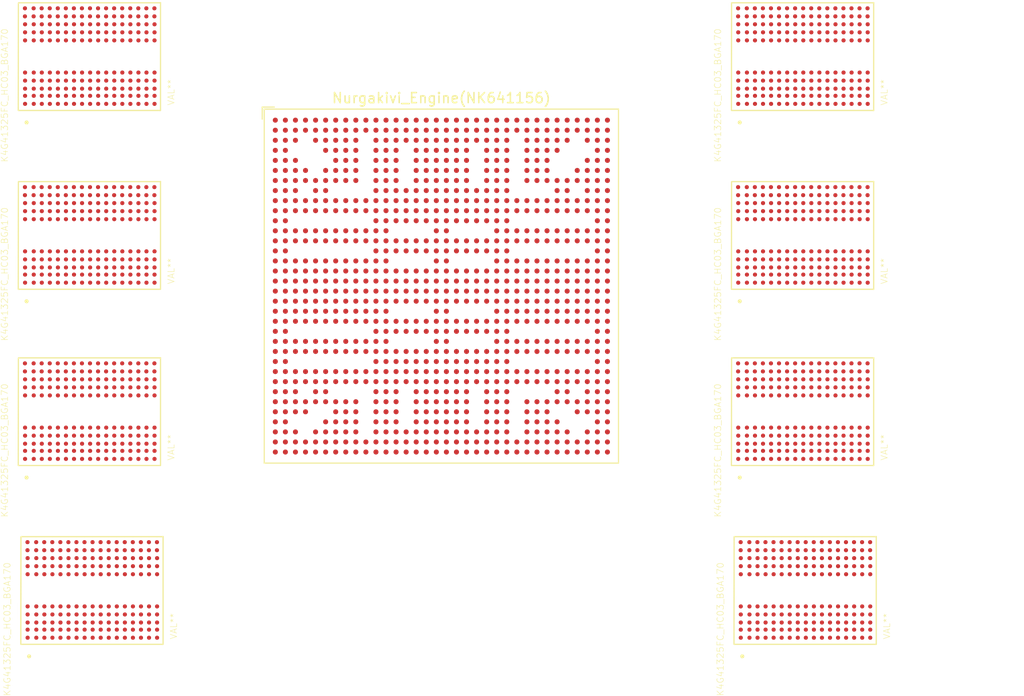
<source format=kicad_pcb>
(kicad_pcb (version 20171130) (host pcbnew "(5.0.0)")
  (layers (0 F.Cu signal) (31 B.Cu signal) (34 B.Paste user) (35 F.Paste user) (36 B.SilkS user) (37 F.SilkS user) (38 B.Mask user) (39 F.Mask user) (44 Edge.Cuts user))
  (net 0 "")
  (module K4G41325FC_HC03_BGA170:K4G41325FC_HC03_BGA170 (layer F.Cu) (at 195.58 90.932)
    (fp_text reference K4G41325FC_HC03_BGA170 (at -29.933005 7.196918 90) (layer F.SilkS) (effects (font (size 0.64116 0.64116) (thickness 0.05))))
    (fp_text value VAL** (at -13.390335 6.895598 90) (layer F.SilkS) (effects (font (size 0.64217 0.64217) (thickness 0.05))))
    (pad F3 smd circle (at -23.041475 4.928198 90) (size 0.41 0.41) (layers F.Cu F.Paste F.Mask))
    (pad A7 smd circle (at -27.041475 1.728198 90) (size 0.41 0.41) (layers F.Cu F.Paste F.Mask))
    (pad P3 smd circle (at -16.641475 4.928198 90) (size 0.41 0.41) (layers F.Cu F.Paste F.Mask))
    (pad J3 smd circle (at -20.641475 4.928198 90) (size 0.41 0.41) (layers F.Cu F.Paste F.Mask))
    (pad L3 smd circle (at -19.041475 4.928198 90) (size 0.41 0.41) (layers F.Cu F.Paste F.Mask))
    (pad E3 smd circle (at -23.841475 4.928198 90) (size 0.41 0.41) (layers F.Cu F.Paste F.Mask))
    (pad D3 smd circle (at -24.641475 4.928198 90) (size 0.41 0.41) (layers F.Cu F.Paste F.Mask))
    (pad M3 smd circle (at -18.241475 4.928198 90) (size 0.41 0.41) (layers F.Cu F.Paste F.Mask))
    (pad J7 smd circle (at -20.641475 1.728198 90) (size 0.41 0.41) (layers F.Cu F.Paste F.Mask))
    (pad E7 smd circle (at -23.841475 1.728198 90) (size 0.41 0.41) (layers F.Cu F.Paste F.Mask))
    (pad H3 smd circle (at -21.441475 4.928198 90) (size 0.41 0.41) (layers F.Cu F.Paste F.Mask))
    (pad H7 smd circle (at -21.441475 1.728198 90) (size 0.41 0.41) (layers F.Cu F.Paste F.Mask))
    (pad G7 smd circle (at -22.241475 1.728198 90) (size 0.41 0.41) (layers F.Cu F.Paste F.Mask))
    (pad N3 smd circle (at -17.441475 4.928198 90) (size 0.41 0.41) (layers F.Cu F.Paste F.Mask))
    (pad K3 smd circle (at -19.841475 4.928198 90) (size 0.41 0.41) (layers F.Cu F.Paste F.Mask))
    (pad F7 smd circle (at -23.041475 1.728198 90) (size 0.41 0.41) (layers F.Cu F.Paste F.Mask))
    (pad D7 smd circle (at -24.641475 1.728198 90) (size 0.41 0.41) (layers F.Cu F.Paste F.Mask))
    (pad B3 smd circle (at -26.241475 4.928198 90) (size 0.41 0.41) (layers F.Cu F.Paste F.Mask))
    (pad C7 smd circle (at -25.441475 1.728198 90) (size 0.41 0.41) (layers F.Cu F.Paste F.Mask))
    (pad R3 smd circle (at -15.841475 4.928198 90) (size 0.41 0.41) (layers F.Cu F.Paste F.Mask))
    (pad B7 smd circle (at -26.241475 1.728198 90) (size 0.41 0.41) (layers F.Cu F.Paste F.Mask))
    (pad T3 smd circle (at -15.041475 4.928198 90) (size 0.41 0.41) (layers F.Cu F.Paste F.Mask))
    (pad C3 smd circle (at -25.441475 4.928198 90) (size 0.41 0.41) (layers F.Cu F.Paste F.Mask))
    (pad G3 smd circle (at -22.241475 4.928198 90) (size 0.41 0.41) (layers F.Cu F.Paste F.Mask))
    (pad N8 smd circle (at -17.441475 0.928198 90) (size 0.41 0.41) (layers F.Cu F.Paste F.Mask))
    (pad K9 smd circle (at -19.841475 0.128198 90) (size 0.41 0.41) (layers F.Cu F.Paste F.Mask))
    (pad D9 smd circle (at -24.641475 0.128198 90) (size 0.41 0.41) (layers F.Cu F.Paste F.Mask))
    (pad E9 smd circle (at -23.841475 0.128198 90) (size 0.41 0.41) (layers F.Cu F.Paste F.Mask))
    (pad C9 smd circle (at -25.441475 0.128198 90) (size 0.41 0.41) (layers F.Cu F.Paste F.Mask))
    (pad L9 smd circle (at -19.041475 0.128198 90) (size 0.41 0.41) (layers F.Cu F.Paste F.Mask))
    (pad P9 smd circle (at -16.641475 0.128198 90) (size 0.41 0.41) (layers F.Cu F.Paste F.Mask))
    (pad T8 smd circle (at -15.041475 0.928198 90) (size 0.41 0.41) (layers F.Cu F.Paste F.Mask))
    (pad G9 smd circle (at -22.241475 0.128198 90) (size 0.41 0.41) (layers F.Cu F.Paste F.Mask))
    (pad R8 smd circle (at -15.841475 0.928198 90) (size 0.41 0.41) (layers F.Cu F.Paste F.Mask))
    (pad N9 smd circle (at -17.441475 0.128198 90) (size 0.41 0.41) (layers F.Cu F.Paste F.Mask))
    (pad F9 smd circle (at -23.041475 0.128198 90) (size 0.41 0.41) (layers F.Cu F.Paste F.Mask))
    (pad M9 smd circle (at -18.241475 0.128198 90) (size 0.41 0.41) (layers F.Cu F.Paste F.Mask))
    (pad A9 smd circle (at -27.041475 0.128198 90) (size 0.41 0.41) (layers F.Cu F.Paste F.Mask))
    (pad T9 smd circle (at -15.041475 0.128198 90) (size 0.41 0.41) (layers F.Cu F.Paste F.Mask))
    (pad J9 smd circle (at -20.641475 0.128198 90) (size 0.41 0.41) (layers F.Cu F.Paste F.Mask))
    (pad M8 smd circle (at -18.241475 0.928198 90) (size 0.41 0.41) (layers F.Cu F.Paste F.Mask))
    (pad R9 smd circle (at -15.841475 0.128198 90) (size 0.41 0.41) (layers F.Cu F.Paste F.Mask))
    (pad H9 smd circle (at -21.441475 0.128198 90) (size 0.41 0.41) (layers F.Cu F.Paste F.Mask))
    (pad B9 smd circle (at -26.241475 0.128198 90) (size 0.41 0.41) (layers F.Cu F.Paste F.Mask))
    (pad P8 smd circle (at -16.641475 0.928198 90) (size 0.41 0.41) (layers F.Cu F.Paste F.Mask))
    (pad L8 smd circle (at -19.041475 0.928198 90) (size 0.41 0.41) (layers F.Cu F.Paste F.Mask))
    (pad K8 smd circle (at -19.841475 0.928198 90) (size 0.41 0.41) (layers F.Cu F.Paste F.Mask))
    (pad J8 smd circle (at -20.641475 0.928198 90) (size 0.41 0.41) (layers F.Cu F.Paste F.Mask))
    (pad F8 smd circle (at -23.041475 0.928198 90) (size 0.41 0.41) (layers F.Cu F.Paste F.Mask))
    (pad H8 smd circle (at -21.441475 0.928198 90) (size 0.41 0.41) (layers F.Cu F.Paste F.Mask))
    (pad G8 smd circle (at -22.241475 0.928198 90) (size 0.41 0.41) (layers F.Cu F.Paste F.Mask))
    (pad E8 smd circle (at -23.841475 0.928198 90) (size 0.41 0.41) (layers F.Cu F.Paste F.Mask))
    (pad A3 smd circle (at -27.041475 4.928198 90) (size 0.41 0.41) (layers F.Cu F.Paste F.Mask))
    (pad T2 smd circle (at -15.041475 5.728198 90) (size 0.41 0.41) (layers F.Cu F.Paste F.Mask))
    (pad R2 smd circle (at -15.841475 5.728198 90) (size 0.41 0.41) (layers F.Cu F.Paste F.Mask))
    (pad J2 smd circle (at -20.641475 5.728198 90) (size 0.41 0.41) (layers F.Cu F.Paste F.Mask))
    (pad P2 smd circle (at -16.641475 5.728198 90) (size 0.41 0.41) (layers F.Cu F.Paste F.Mask))
    (pad N2 smd circle (at -17.441475 5.728198 90) (size 0.41 0.41) (layers F.Cu F.Paste F.Mask))
    (pad M2 smd circle (at -18.241475 5.728198 90) (size 0.41 0.41) (layers F.Cu F.Paste F.Mask))
    (pad B2 smd circle (at -26.241475 5.728198 90) (size 0.41 0.41) (layers F.Cu F.Paste F.Mask))
    (pad D2 smd circle (at -24.641475 5.728198 90) (size 0.41 0.41) (layers F.Cu F.Paste F.Mask))
    (pad L2 smd circle (at -19.041475 5.728198 90) (size 0.41 0.41) (layers F.Cu F.Paste F.Mask))
    (pad K2 smd circle (at -19.841475 5.728198 90) (size 0.41 0.41) (layers F.Cu F.Paste F.Mask))
    (pad G2 smd circle (at -22.241475 5.728198 90) (size 0.41 0.41) (layers F.Cu F.Paste F.Mask))
    (pad H2 smd circle (at -21.441475 5.728198 90) (size 0.41 0.41) (layers F.Cu F.Paste F.Mask))
    (pad F2 smd circle (at -23.041475 5.728198 90) (size 0.41 0.41) (layers F.Cu F.Paste F.Mask))
    (pad A2 smd circle (at -27.041475 5.728198 90) (size 0.41 0.41) (layers F.Cu F.Paste F.Mask))
    (pad E2 smd circle (at -23.841475 5.728198 90) (size 0.41 0.41) (layers F.Cu F.Paste F.Mask))
    (pad C2 smd circle (at -25.441475 5.728198 90) (size 0.41 0.41) (layers F.Cu F.Paste F.Mask))
    (pad T1 smd circle (at -15.041475 6.528198 90) (size 0.41 0.41) (layers F.Cu F.Paste F.Mask))
    (pad P1 smd circle (at -16.641475 6.528198 90) (size 0.41 0.41) (layers F.Cu F.Paste F.Mask))
    (pad M1 smd circle (at -18.241475 6.528198 90) (size 0.41 0.41) (layers F.Cu F.Paste F.Mask))
    (pad K1 smd circle (at -19.841475 6.528198 90) (size 0.41 0.41) (layers F.Cu F.Paste F.Mask))
    (pad H1 smd circle (at -21.441475 6.528198 90) (size 0.41 0.41) (layers F.Cu F.Paste F.Mask))
    (pad F1 smd circle (at -23.041475 6.528198 90) (size 0.41 0.41) (layers F.Cu F.Paste F.Mask))
    (pad C1 smd circle (at -25.441475 6.528198 90) (size 0.41 0.41) (layers F.Cu F.Paste F.Mask))
    (pad A1 smd circle (at -27.041475 6.528198 90) (size 0.41 0.41) (layers F.Cu F.Paste F.Mask))
    (pad B1 smd circle (at -26.241475 6.528198 90) (size 0.41 0.41) (layers F.Cu F.Paste F.Mask))
    (pad D1 smd circle (at -24.641475 6.528198 90) (size 0.41 0.41) (layers F.Cu F.Paste F.Mask))
    (pad R1 smd circle (at -15.841475 6.528198 90) (size 0.41 0.41) (layers F.Cu F.Paste F.Mask))
    (pad N1 smd circle (at -17.441475 6.528198 90) (size 0.41 0.41) (layers F.Cu F.Paste F.Mask))
    (pad L1 smd circle (at -19.041475 6.528198 90) (size 0.41 0.41) (layers F.Cu F.Paste F.Mask))
    (pad J1 smd circle (at -20.641475 6.528198 90) (size 0.41 0.41) (layers F.Cu F.Paste F.Mask))
    (pad G1 smd circle (at -22.241475 6.528198 90) (size 0.41 0.41) (layers F.Cu F.Paste F.Mask))
    (pad E1 smd circle (at -23.841475 6.528198 90) (size 0.41 0.41) (layers F.Cu F.Paste F.Mask))
    (pad C8 smd circle (at -25.441475 0.928198 90) (size 0.41 0.41) (layers F.Cu F.Paste F.Mask))
    (pad P7 smd circle (at -16.641475 1.728198 90) (size 0.41 0.41) (layers F.Cu F.Paste F.Mask))
    (pad M7 smd circle (at -18.241475 1.728198 90) (size 0.41 0.41) (layers F.Cu F.Paste F.Mask))
    (pad L7 smd circle (at -19.041475 1.728198 90) (size 0.41 0.41) (layers F.Cu F.Paste F.Mask))
    (pad K7 smd circle (at -19.841475 1.728198 90) (size 0.41 0.41) (layers F.Cu F.Paste F.Mask))
    (pad N7 smd circle (at -17.441475 1.728198 90) (size 0.41 0.41) (layers F.Cu F.Paste F.Mask))
    (pad A8 smd circle (at -27.041475 0.928198 90) (size 0.41 0.41) (layers F.Cu F.Paste F.Mask))
    (pad B8 smd circle (at -26.241475 0.928198 90) (size 0.41 0.41) (layers F.Cu F.Paste F.Mask))
    (pad R7 smd circle (at -15.841475 1.728198 90) (size 0.41 0.41) (layers F.Cu F.Paste F.Mask))
    (pad D8 smd circle (at -24.641475 0.928198 90) (size 0.41 0.41) (layers F.Cu F.Paste F.Mask))
    (pad T7 smd circle (at -15.041475 1.728198 90) (size 0.41 0.41) (layers F.Cu F.Paste F.Mask))
    (pad T2 smd circle (at -15.054175 -1.460002 90) (size 0.41 0.41) (layers F.Cu F.Paste F.Mask))
    (pad R2 smd circle (at -15.854175 -1.460002 90) (size 0.41 0.41) (layers F.Cu F.Paste F.Mask))
    (pad J2 smd circle (at -20.654175 -1.460002 90) (size 0.41 0.41) (layers F.Cu F.Paste F.Mask))
    (pad P2 smd circle (at -16.654175 -1.460002 90) (size 0.41 0.41) (layers F.Cu F.Paste F.Mask))
    (pad N2 smd circle (at -17.454175 -1.460002 90) (size 0.41 0.41) (layers F.Cu F.Paste F.Mask))
    (pad M2 smd circle (at -18.254175 -1.460002 90) (size 0.41 0.41) (layers F.Cu F.Paste F.Mask))
    (pad B2 smd circle (at -26.254175 -1.460002 90) (size 0.41 0.41) (layers F.Cu F.Paste F.Mask))
    (pad D2 smd circle (at -24.654175 -1.460002 90) (size 0.41 0.41) (layers F.Cu F.Paste F.Mask))
    (pad L2 smd circle (at -19.054175 -1.460002 90) (size 0.41 0.41) (layers F.Cu F.Paste F.Mask))
    (pad K2 smd circle (at -19.854175 -1.460002 90) (size 0.41 0.41) (layers F.Cu F.Paste F.Mask))
    (pad G2 smd circle (at -22.254175 -1.460002 90) (size 0.41 0.41) (layers F.Cu F.Paste F.Mask))
    (pad H2 smd circle (at -21.454175 -1.460002 90) (size 0.41 0.41) (layers F.Cu F.Paste F.Mask))
    (pad F2 smd circle (at -23.054175 -1.460002 90) (size 0.41 0.41) (layers F.Cu F.Paste F.Mask))
    (pad A2 smd circle (at -27.054175 -1.460002 90) (size 0.41 0.41) (layers F.Cu F.Paste F.Mask))
    (pad E2 smd circle (at -23.854175 -1.460002 90) (size 0.41 0.41) (layers F.Cu F.Paste F.Mask))
    (pad C2 smd circle (at -25.454175 -1.460002 90) (size 0.41 0.41) (layers F.Cu F.Paste F.Mask))
    (pad T1 smd circle (at -15.054175 -0.660002 90) (size 0.41 0.41) (layers F.Cu F.Paste F.Mask))
    (pad P1 smd circle (at -16.654175 -0.660002 90) (size 0.41 0.41) (layers F.Cu F.Paste F.Mask))
    (pad M1 smd circle (at -18.254175 -0.660002 90) (size 0.41 0.41) (layers F.Cu F.Paste F.Mask))
    (pad K1 smd circle (at -19.854175 -0.660002 90) (size 0.41 0.41) (layers F.Cu F.Paste F.Mask))
    (pad H1 smd circle (at -21.454175 -0.660002 90) (size 0.41 0.41) (layers F.Cu F.Paste F.Mask))
    (pad F1 smd circle (at -23.054175 -0.660002 90) (size 0.41 0.41) (layers F.Cu F.Paste F.Mask))
    (pad C1 smd circle (at -25.454175 -0.660002 90) (size 0.41 0.41) (layers F.Cu F.Paste F.Mask))
    (pad A1 smd circle (at -27.054175 -0.660002 90) (size 0.41 0.41) (layers F.Cu F.Paste F.Mask))
    (pad B1 smd circle (at -26.254175 -0.660002 90) (size 0.41 0.41) (layers F.Cu F.Paste F.Mask))
    (pad D1 smd circle (at -24.654175 -0.660002 90) (size 0.41 0.41) (layers F.Cu F.Paste F.Mask))
    (pad R1 smd circle (at -15.854175 -0.660002 90) (size 0.41 0.41) (layers F.Cu F.Paste F.Mask))
    (pad N1 smd circle (at -17.454175 -0.660002 90) (size 0.41 0.41) (layers F.Cu F.Paste F.Mask))
    (pad L1 smd circle (at -19.054175 -0.660002 90) (size 0.41 0.41) (layers F.Cu F.Paste F.Mask))
    (pad J1 smd circle (at -20.654175 -0.660002 90) (size 0.41 0.41) (layers F.Cu F.Paste F.Mask))
    (pad G1 smd circle (at -22.254175 -0.660002 90) (size 0.41 0.41) (layers F.Cu F.Paste F.Mask))
    (pad E1 smd circle (at -23.854175 -0.660002 90) (size 0.41 0.41) (layers F.Cu F.Paste F.Mask))
    (pad N8 smd circle (at -17.441475 8.040198 90) (size 0.41 0.41) (layers F.Cu F.Paste F.Mask))
    (pad K9 smd circle (at -19.841475 7.240198 90) (size 0.41 0.41) (layers F.Cu F.Paste F.Mask))
    (pad D9 smd circle (at -24.641475 7.240198 90) (size 0.41 0.41) (layers F.Cu F.Paste F.Mask))
    (pad E9 smd circle (at -23.841475 7.240198 90) (size 0.41 0.41) (layers F.Cu F.Paste F.Mask))
    (pad C9 smd circle (at -25.441475 7.240198 90) (size 0.41 0.41) (layers F.Cu F.Paste F.Mask))
    (pad L9 smd circle (at -19.041475 7.240198 90) (size 0.41 0.41) (layers F.Cu F.Paste F.Mask))
    (pad P9 smd circle (at -16.641475 7.240198 90) (size 0.41 0.41) (layers F.Cu F.Paste F.Mask))
    (pad T8 smd circle (at -15.041475 8.040198 90) (size 0.41 0.41) (layers F.Cu F.Paste F.Mask))
    (pad G9 smd circle (at -22.241475 7.240198 90) (size 0.41 0.41) (layers F.Cu F.Paste F.Mask))
    (pad R8 smd circle (at -15.841475 8.040198 90) (size 0.41 0.41) (layers F.Cu F.Paste F.Mask))
    (pad N9 smd circle (at -17.441475 7.240198 90) (size 0.41 0.41) (layers F.Cu F.Paste F.Mask))
    (pad F9 smd circle (at -23.041475 7.240198 90) (size 0.41 0.41) (layers F.Cu F.Paste F.Mask))
    (pad M9 smd circle (at -18.241475 7.240198 90) (size 0.41 0.41) (layers F.Cu F.Paste F.Mask))
    (pad A9 smd circle (at -27.041475 7.240198 90) (size 0.41 0.41) (layers F.Cu F.Paste F.Mask))
    (pad T9 smd circle (at -15.041475 7.240198 90) (size 0.41 0.41) (layers F.Cu F.Paste F.Mask))
    (pad J9 smd circle (at -20.641475 7.240198 90) (size 0.41 0.41) (layers F.Cu F.Paste F.Mask))
    (pad M8 smd circle (at -18.241475 8.040198 90) (size 0.41 0.41) (layers F.Cu F.Paste F.Mask))
    (pad R9 smd circle (at -15.841475 7.240198 90) (size 0.41 0.41) (layers F.Cu F.Paste F.Mask))
    (pad H9 smd circle (at -21.441475 7.240198 90) (size 0.41 0.41) (layers F.Cu F.Paste F.Mask))
    (pad B9 smd circle (at -26.241475 7.240198 90) (size 0.41 0.41) (layers F.Cu F.Paste F.Mask))
    (pad P8 smd circle (at -16.641475 8.040198 90) (size 0.41 0.41) (layers F.Cu F.Paste F.Mask))
    (pad L8 smd circle (at -19.041475 8.040198 90) (size 0.41 0.41) (layers F.Cu F.Paste F.Mask))
    (pad K8 smd circle (at -19.841475 8.040198 90) (size 0.41 0.41) (layers F.Cu F.Paste F.Mask))
    (pad J8 smd circle (at -20.641475 8.040198 90) (size 0.41 0.41) (layers F.Cu F.Paste F.Mask))
    (pad F8 smd circle (at -23.041475 8.040198 90) (size 0.41 0.41) (layers F.Cu F.Paste F.Mask))
    (pad H8 smd circle (at -21.441475 8.040198 90) (size 0.41 0.41) (layers F.Cu F.Paste F.Mask))
    (pad G8 smd circle (at -22.241475 8.040198 90) (size 0.41 0.41) (layers F.Cu F.Paste F.Mask))
    (pad E8 smd circle (at -23.841475 8.040198 90) (size 0.41 0.41) (layers F.Cu F.Paste F.Mask))
    (pad C8 smd circle (at -25.441475 8.040198 90) (size 0.41 0.41) (layers F.Cu F.Paste F.Mask))
    (pad A8 smd circle (at -27.041475 8.040198 90) (size 0.41 0.41) (layers F.Cu F.Paste F.Mask))
    (pad B8 smd circle (at -26.241475 8.040198 90) (size 0.41 0.41) (layers F.Cu F.Paste F.Mask))
    (pad D8 smd circle (at -24.641475 8.040198 90) (size 0.41 0.41) (layers F.Cu F.Paste F.Mask))
    (pad A7 smd circle (at -27.905075 1.728198 90) (size 0.41 0.41) (layers F.Cu F.Paste F.Mask))
    (pad A8 smd circle (at -27.905075 8.040198 90) (size 0.41 0.41) (layers F.Cu F.Paste F.Mask))
    (pad A9 smd circle (at -27.905075 7.240198 90) (size 0.41 0.41) (layers F.Cu F.Paste F.Mask))
    (pad A2 smd circle (at -27.917775 -1.460002 90) (size 0.41 0.41) (layers F.Cu F.Paste F.Mask))
    (pad A1 smd circle (at -27.917775 -0.660002 90) (size 0.41 0.41) (layers F.Cu F.Paste F.Mask))
    (pad A8 smd circle (at -27.905075 0.928198 90) (size 0.41 0.41) (layers F.Cu F.Paste F.Mask))
    (pad A1 smd circle (at -27.905075 6.528198 90) (size 0.41 0.41) (layers F.Cu F.Paste F.Mask))
    (pad A2 smd circle (at -27.905075 5.728198 90) (size 0.41 0.41) (layers F.Cu F.Paste F.Mask))
    (pad A3 smd circle (at -27.905075 4.928198 90) (size 0.41 0.41) (layers F.Cu F.Paste F.Mask))
    (pad A9 smd circle (at -27.905075 0.128198 90) (size 0.41 0.41) (layers F.Cu F.Paste F.Mask))
  )
  (module K4G41325FC_HC03_BGA170:K4G41325FC_HC03_BGA170 (layer F.Cu) (at 195.834 108.712)
    (fp_text reference K4G41325FC_HC03_BGA170 (at -29.933005 7.196918 90) (layer F.SilkS) (effects (font (size 0.64116 0.64116) (thickness 0.05))))
    (fp_text value VAL** (at -13.390335 6.895598 90) (layer F.SilkS) (effects (font (size 0.64217 0.64217) (thickness 0.05))))
    (pad F3 smd circle (at -23.041475 4.928198 90) (size 0.41 0.41) (layers F.Cu F.Paste F.Mask))
    (pad A7 smd circle (at -27.041475 1.728198 90) (size 0.41 0.41) (layers F.Cu F.Paste F.Mask))
    (pad P3 smd circle (at -16.641475 4.928198 90) (size 0.41 0.41) (layers F.Cu F.Paste F.Mask))
    (pad J3 smd circle (at -20.641475 4.928198 90) (size 0.41 0.41) (layers F.Cu F.Paste F.Mask))
    (pad L3 smd circle (at -19.041475 4.928198 90) (size 0.41 0.41) (layers F.Cu F.Paste F.Mask))
    (pad E3 smd circle (at -23.841475 4.928198 90) (size 0.41 0.41) (layers F.Cu F.Paste F.Mask))
    (pad D3 smd circle (at -24.641475 4.928198 90) (size 0.41 0.41) (layers F.Cu F.Paste F.Mask))
    (pad M3 smd circle (at -18.241475 4.928198 90) (size 0.41 0.41) (layers F.Cu F.Paste F.Mask))
    (pad J7 smd circle (at -20.641475 1.728198 90) (size 0.41 0.41) (layers F.Cu F.Paste F.Mask))
    (pad E7 smd circle (at -23.841475 1.728198 90) (size 0.41 0.41) (layers F.Cu F.Paste F.Mask))
    (pad H3 smd circle (at -21.441475 4.928198 90) (size 0.41 0.41) (layers F.Cu F.Paste F.Mask))
    (pad H7 smd circle (at -21.441475 1.728198 90) (size 0.41 0.41) (layers F.Cu F.Paste F.Mask))
    (pad G7 smd circle (at -22.241475 1.728198 90) (size 0.41 0.41) (layers F.Cu F.Paste F.Mask))
    (pad N3 smd circle (at -17.441475 4.928198 90) (size 0.41 0.41) (layers F.Cu F.Paste F.Mask))
    (pad K3 smd circle (at -19.841475 4.928198 90) (size 0.41 0.41) (layers F.Cu F.Paste F.Mask))
    (pad F7 smd circle (at -23.041475 1.728198 90) (size 0.41 0.41) (layers F.Cu F.Paste F.Mask))
    (pad D7 smd circle (at -24.641475 1.728198 90) (size 0.41 0.41) (layers F.Cu F.Paste F.Mask))
    (pad B3 smd circle (at -26.241475 4.928198 90) (size 0.41 0.41) (layers F.Cu F.Paste F.Mask))
    (pad C7 smd circle (at -25.441475 1.728198 90) (size 0.41 0.41) (layers F.Cu F.Paste F.Mask))
    (pad R3 smd circle (at -15.841475 4.928198 90) (size 0.41 0.41) (layers F.Cu F.Paste F.Mask))
    (pad B7 smd circle (at -26.241475 1.728198 90) (size 0.41 0.41) (layers F.Cu F.Paste F.Mask))
    (pad T3 smd circle (at -15.041475 4.928198 90) (size 0.41 0.41) (layers F.Cu F.Paste F.Mask))
    (pad C3 smd circle (at -25.441475 4.928198 90) (size 0.41 0.41) (layers F.Cu F.Paste F.Mask))
    (pad G3 smd circle (at -22.241475 4.928198 90) (size 0.41 0.41) (layers F.Cu F.Paste F.Mask))
    (pad N8 smd circle (at -17.441475 0.928198 90) (size 0.41 0.41) (layers F.Cu F.Paste F.Mask))
    (pad K9 smd circle (at -19.841475 0.128198 90) (size 0.41 0.41) (layers F.Cu F.Paste F.Mask))
    (pad D9 smd circle (at -24.641475 0.128198 90) (size 0.41 0.41) (layers F.Cu F.Paste F.Mask))
    (pad E9 smd circle (at -23.841475 0.128198 90) (size 0.41 0.41) (layers F.Cu F.Paste F.Mask))
    (pad C9 smd circle (at -25.441475 0.128198 90) (size 0.41 0.41) (layers F.Cu F.Paste F.Mask))
    (pad L9 smd circle (at -19.041475 0.128198 90) (size 0.41 0.41) (layers F.Cu F.Paste F.Mask))
    (pad P9 smd circle (at -16.641475 0.128198 90) (size 0.41 0.41) (layers F.Cu F.Paste F.Mask))
    (pad T8 smd circle (at -15.041475 0.928198 90) (size 0.41 0.41) (layers F.Cu F.Paste F.Mask))
    (pad G9 smd circle (at -22.241475 0.128198 90) (size 0.41 0.41) (layers F.Cu F.Paste F.Mask))
    (pad R8 smd circle (at -15.841475 0.928198 90) (size 0.41 0.41) (layers F.Cu F.Paste F.Mask))
    (pad N9 smd circle (at -17.441475 0.128198 90) (size 0.41 0.41) (layers F.Cu F.Paste F.Mask))
    (pad F9 smd circle (at -23.041475 0.128198 90) (size 0.41 0.41) (layers F.Cu F.Paste F.Mask))
    (pad M9 smd circle (at -18.241475 0.128198 90) (size 0.41 0.41) (layers F.Cu F.Paste F.Mask))
    (pad A9 smd circle (at -27.041475 0.128198 90) (size 0.41 0.41) (layers F.Cu F.Paste F.Mask))
    (pad T9 smd circle (at -15.041475 0.128198 90) (size 0.41 0.41) (layers F.Cu F.Paste F.Mask))
    (pad J9 smd circle (at -20.641475 0.128198 90) (size 0.41 0.41) (layers F.Cu F.Paste F.Mask))
    (pad M8 smd circle (at -18.241475 0.928198 90) (size 0.41 0.41) (layers F.Cu F.Paste F.Mask))
    (pad R9 smd circle (at -15.841475 0.128198 90) (size 0.41 0.41) (layers F.Cu F.Paste F.Mask))
    (pad H9 smd circle (at -21.441475 0.128198 90) (size 0.41 0.41) (layers F.Cu F.Paste F.Mask))
    (pad B9 smd circle (at -26.241475 0.128198 90) (size 0.41 0.41) (layers F.Cu F.Paste F.Mask))
    (pad P8 smd circle (at -16.641475 0.928198 90) (size 0.41 0.41) (layers F.Cu F.Paste F.Mask))
    (pad L8 smd circle (at -19.041475 0.928198 90) (size 0.41 0.41) (layers F.Cu F.Paste F.Mask))
    (pad K8 smd circle (at -19.841475 0.928198 90) (size 0.41 0.41) (layers F.Cu F.Paste F.Mask))
    (pad J8 smd circle (at -20.641475 0.928198 90) (size 0.41 0.41) (layers F.Cu F.Paste F.Mask))
    (pad F8 smd circle (at -23.041475 0.928198 90) (size 0.41 0.41) (layers F.Cu F.Paste F.Mask))
    (pad H8 smd circle (at -21.441475 0.928198 90) (size 0.41 0.41) (layers F.Cu F.Paste F.Mask))
    (pad G8 smd circle (at -22.241475 0.928198 90) (size 0.41 0.41) (layers F.Cu F.Paste F.Mask))
    (pad E8 smd circle (at -23.841475 0.928198 90) (size 0.41 0.41) (layers F.Cu F.Paste F.Mask))
    (pad A3 smd circle (at -27.041475 4.928198 90) (size 0.41 0.41) (layers F.Cu F.Paste F.Mask))
    (pad T2 smd circle (at -15.041475 5.728198 90) (size 0.41 0.41) (layers F.Cu F.Paste F.Mask))
    (pad R2 smd circle (at -15.841475 5.728198 90) (size 0.41 0.41) (layers F.Cu F.Paste F.Mask))
    (pad J2 smd circle (at -20.641475 5.728198 90) (size 0.41 0.41) (layers F.Cu F.Paste F.Mask))
    (pad P2 smd circle (at -16.641475 5.728198 90) (size 0.41 0.41) (layers F.Cu F.Paste F.Mask))
    (pad N2 smd circle (at -17.441475 5.728198 90) (size 0.41 0.41) (layers F.Cu F.Paste F.Mask))
    (pad M2 smd circle (at -18.241475 5.728198 90) (size 0.41 0.41) (layers F.Cu F.Paste F.Mask))
    (pad B2 smd circle (at -26.241475 5.728198 90) (size 0.41 0.41) (layers F.Cu F.Paste F.Mask))
    (pad D2 smd circle (at -24.641475 5.728198 90) (size 0.41 0.41) (layers F.Cu F.Paste F.Mask))
    (pad L2 smd circle (at -19.041475 5.728198 90) (size 0.41 0.41) (layers F.Cu F.Paste F.Mask))
    (pad K2 smd circle (at -19.841475 5.728198 90) (size 0.41 0.41) (layers F.Cu F.Paste F.Mask))
    (pad G2 smd circle (at -22.241475 5.728198 90) (size 0.41 0.41) (layers F.Cu F.Paste F.Mask))
    (pad H2 smd circle (at -21.441475 5.728198 90) (size 0.41 0.41) (layers F.Cu F.Paste F.Mask))
    (pad F2 smd circle (at -23.041475 5.728198 90) (size 0.41 0.41) (layers F.Cu F.Paste F.Mask))
    (pad A2 smd circle (at -27.041475 5.728198 90) (size 0.41 0.41) (layers F.Cu F.Paste F.Mask))
    (pad E2 smd circle (at -23.841475 5.728198 90) (size 0.41 0.41) (layers F.Cu F.Paste F.Mask))
    (pad C2 smd circle (at -25.441475 5.728198 90) (size 0.41 0.41) (layers F.Cu F.Paste F.Mask))
    (pad T1 smd circle (at -15.041475 6.528198 90) (size 0.41 0.41) (layers F.Cu F.Paste F.Mask))
    (pad P1 smd circle (at -16.641475 6.528198 90) (size 0.41 0.41) (layers F.Cu F.Paste F.Mask))
    (pad M1 smd circle (at -18.241475 6.528198 90) (size 0.41 0.41) (layers F.Cu F.Paste F.Mask))
    (pad K1 smd circle (at -19.841475 6.528198 90) (size 0.41 0.41) (layers F.Cu F.Paste F.Mask))
    (pad H1 smd circle (at -21.441475 6.528198 90) (size 0.41 0.41) (layers F.Cu F.Paste F.Mask))
    (pad F1 smd circle (at -23.041475 6.528198 90) (size 0.41 0.41) (layers F.Cu F.Paste F.Mask))
    (pad C1 smd circle (at -25.441475 6.528198 90) (size 0.41 0.41) (layers F.Cu F.Paste F.Mask))
    (pad A1 smd circle (at -27.041475 6.528198 90) (size 0.41 0.41) (layers F.Cu F.Paste F.Mask))
    (pad B1 smd circle (at -26.241475 6.528198 90) (size 0.41 0.41) (layers F.Cu F.Paste F.Mask))
    (pad D1 smd circle (at -24.641475 6.528198 90) (size 0.41 0.41) (layers F.Cu F.Paste F.Mask))
    (pad R1 smd circle (at -15.841475 6.528198 90) (size 0.41 0.41) (layers F.Cu F.Paste F.Mask))
    (pad N1 smd circle (at -17.441475 6.528198 90) (size 0.41 0.41) (layers F.Cu F.Paste F.Mask))
    (pad L1 smd circle (at -19.041475 6.528198 90) (size 0.41 0.41) (layers F.Cu F.Paste F.Mask))
    (pad J1 smd circle (at -20.641475 6.528198 90) (size 0.41 0.41) (layers F.Cu F.Paste F.Mask))
    (pad G1 smd circle (at -22.241475 6.528198 90) (size 0.41 0.41) (layers F.Cu F.Paste F.Mask))
    (pad E1 smd circle (at -23.841475 6.528198 90) (size 0.41 0.41) (layers F.Cu F.Paste F.Mask))
    (pad C8 smd circle (at -25.441475 0.928198 90) (size 0.41 0.41) (layers F.Cu F.Paste F.Mask))
    (pad P7 smd circle (at -16.641475 1.728198 90) (size 0.41 0.41) (layers F.Cu F.Paste F.Mask))
    (pad M7 smd circle (at -18.241475 1.728198 90) (size 0.41 0.41) (layers F.Cu F.Paste F.Mask))
    (pad L7 smd circle (at -19.041475 1.728198 90) (size 0.41 0.41) (layers F.Cu F.Paste F.Mask))
    (pad K7 smd circle (at -19.841475 1.728198 90) (size 0.41 0.41) (layers F.Cu F.Paste F.Mask))
    (pad N7 smd circle (at -17.441475 1.728198 90) (size 0.41 0.41) (layers F.Cu F.Paste F.Mask))
    (pad A8 smd circle (at -27.041475 0.928198 90) (size 0.41 0.41) (layers F.Cu F.Paste F.Mask))
    (pad B8 smd circle (at -26.241475 0.928198 90) (size 0.41 0.41) (layers F.Cu F.Paste F.Mask))
    (pad R7 smd circle (at -15.841475 1.728198 90) (size 0.41 0.41) (layers F.Cu F.Paste F.Mask))
    (pad D8 smd circle (at -24.641475 0.928198 90) (size 0.41 0.41) (layers F.Cu F.Paste F.Mask))
    (pad T7 smd circle (at -15.041475 1.728198 90) (size 0.41 0.41) (layers F.Cu F.Paste F.Mask))
    (pad T2 smd circle (at -15.054175 -1.460002 90) (size 0.41 0.41) (layers F.Cu F.Paste F.Mask))
    (pad R2 smd circle (at -15.854175 -1.460002 90) (size 0.41 0.41) (layers F.Cu F.Paste F.Mask))
    (pad J2 smd circle (at -20.654175 -1.460002 90) (size 0.41 0.41) (layers F.Cu F.Paste F.Mask))
    (pad P2 smd circle (at -16.654175 -1.460002 90) (size 0.41 0.41) (layers F.Cu F.Paste F.Mask))
    (pad N2 smd circle (at -17.454175 -1.460002 90) (size 0.41 0.41) (layers F.Cu F.Paste F.Mask))
    (pad M2 smd circle (at -18.254175 -1.460002 90) (size 0.41 0.41) (layers F.Cu F.Paste F.Mask))
    (pad B2 smd circle (at -26.254175 -1.460002 90) (size 0.41 0.41) (layers F.Cu F.Paste F.Mask))
    (pad D2 smd circle (at -24.654175 -1.460002 90) (size 0.41 0.41) (layers F.Cu F.Paste F.Mask))
    (pad L2 smd circle (at -19.054175 -1.460002 90) (size 0.41 0.41) (layers F.Cu F.Paste F.Mask))
    (pad K2 smd circle (at -19.854175 -1.460002 90) (size 0.41 0.41) (layers F.Cu F.Paste F.Mask))
    (pad G2 smd circle (at -22.254175 -1.460002 90) (size 0.41 0.41) (layers F.Cu F.Paste F.Mask))
    (pad H2 smd circle (at -21.454175 -1.460002 90) (size 0.41 0.41) (layers F.Cu F.Paste F.Mask))
    (pad F2 smd circle (at -23.054175 -1.460002 90) (size 0.41 0.41) (layers F.Cu F.Paste F.Mask))
    (pad A2 smd circle (at -27.054175 -1.460002 90) (size 0.41 0.41) (layers F.Cu F.Paste F.Mask))
    (pad E2 smd circle (at -23.854175 -1.460002 90) (size 0.41 0.41) (layers F.Cu F.Paste F.Mask))
    (pad C2 smd circle (at -25.454175 -1.460002 90) (size 0.41 0.41) (layers F.Cu F.Paste F.Mask))
    (pad T1 smd circle (at -15.054175 -0.660002 90) (size 0.41 0.41) (layers F.Cu F.Paste F.Mask))
    (pad P1 smd circle (at -16.654175 -0.660002 90) (size 0.41 0.41) (layers F.Cu F.Paste F.Mask))
    (pad M1 smd circle (at -18.254175 -0.660002 90) (size 0.41 0.41) (layers F.Cu F.Paste F.Mask))
    (pad K1 smd circle (at -19.854175 -0.660002 90) (size 0.41 0.41) (layers F.Cu F.Paste F.Mask))
    (pad H1 smd circle (at -21.454175 -0.660002 90) (size 0.41 0.41) (layers F.Cu F.Paste F.Mask))
    (pad F1 smd circle (at -23.054175 -0.660002 90) (size 0.41 0.41) (layers F.Cu F.Paste F.Mask))
    (pad C1 smd circle (at -25.454175 -0.660002 90) (size 0.41 0.41) (layers F.Cu F.Paste F.Mask))
    (pad A1 smd circle (at -27.054175 -0.660002 90) (size 0.41 0.41) (layers F.Cu F.Paste F.Mask))
    (pad B1 smd circle (at -26.254175 -0.660002 90) (size 0.41 0.41) (layers F.Cu F.Paste F.Mask))
    (pad D1 smd circle (at -24.654175 -0.660002 90) (size 0.41 0.41) (layers F.Cu F.Paste F.Mask))
    (pad R1 smd circle (at -15.854175 -0.660002 90) (size 0.41 0.41) (layers F.Cu F.Paste F.Mask))
    (pad N1 smd circle (at -17.454175 -0.660002 90) (size 0.41 0.41) (layers F.Cu F.Paste F.Mask))
    (pad L1 smd circle (at -19.054175 -0.660002 90) (size 0.41 0.41) (layers F.Cu F.Paste F.Mask))
    (pad J1 smd circle (at -20.654175 -0.660002 90) (size 0.41 0.41) (layers F.Cu F.Paste F.Mask))
    (pad G1 smd circle (at -22.254175 -0.660002 90) (size 0.41 0.41) (layers F.Cu F.Paste F.Mask))
    (pad E1 smd circle (at -23.854175 -0.660002 90) (size 0.41 0.41) (layers F.Cu F.Paste F.Mask))
    (pad N8 smd circle (at -17.441475 8.040198 90) (size 0.41 0.41) (layers F.Cu F.Paste F.Mask))
    (pad K9 smd circle (at -19.841475 7.240198 90) (size 0.41 0.41) (layers F.Cu F.Paste F.Mask))
    (pad D9 smd circle (at -24.641475 7.240198 90) (size 0.41 0.41) (layers F.Cu F.Paste F.Mask))
    (pad E9 smd circle (at -23.841475 7.240198 90) (size 0.41 0.41) (layers F.Cu F.Paste F.Mask))
    (pad C9 smd circle (at -25.441475 7.240198 90) (size 0.41 0.41) (layers F.Cu F.Paste F.Mask))
    (pad L9 smd circle (at -19.041475 7.240198 90) (size 0.41 0.41) (layers F.Cu F.Paste F.Mask))
    (pad P9 smd circle (at -16.641475 7.240198 90) (size 0.41 0.41) (layers F.Cu F.Paste F.Mask))
    (pad T8 smd circle (at -15.041475 8.040198 90) (size 0.41 0.41) (layers F.Cu F.Paste F.Mask))
    (pad G9 smd circle (at -22.241475 7.240198 90) (size 0.41 0.41) (layers F.Cu F.Paste F.Mask))
    (pad R8 smd circle (at -15.841475 8.040198 90) (size 0.41 0.41) (layers F.Cu F.Paste F.Mask))
    (pad N9 smd circle (at -17.441475 7.240198 90) (size 0.41 0.41) (layers F.Cu F.Paste F.Mask))
    (pad F9 smd circle (at -23.041475 7.240198 90) (size 0.41 0.41) (layers F.Cu F.Paste F.Mask))
    (pad M9 smd circle (at -18.241475 7.240198 90) (size 0.41 0.41) (layers F.Cu F.Paste F.Mask))
    (pad A9 smd circle (at -27.041475 7.240198 90) (size 0.41 0.41) (layers F.Cu F.Paste F.Mask))
    (pad T9 smd circle (at -15.041475 7.240198 90) (size 0.41 0.41) (layers F.Cu F.Paste F.Mask))
    (pad J9 smd circle (at -20.641475 7.240198 90) (size 0.41 0.41) (layers F.Cu F.Paste F.Mask))
    (pad M8 smd circle (at -18.241475 8.040198 90) (size 0.41 0.41) (layers F.Cu F.Paste F.Mask))
    (pad R9 smd circle (at -15.841475 7.240198 90) (size 0.41 0.41) (layers F.Cu F.Paste F.Mask))
    (pad H9 smd circle (at -21.441475 7.240198 90) (size 0.41 0.41) (layers F.Cu F.Paste F.Mask))
    (pad B9 smd circle (at -26.241475 7.240198 90) (size 0.41 0.41) (layers F.Cu F.Paste F.Mask))
    (pad P8 smd circle (at -16.641475 8.040198 90) (size 0.41 0.41) (layers F.Cu F.Paste F.Mask))
    (pad L8 smd circle (at -19.041475 8.040198 90) (size 0.41 0.41) (layers F.Cu F.Paste F.Mask))
    (pad K8 smd circle (at -19.841475 8.040198 90) (size 0.41 0.41) (layers F.Cu F.Paste F.Mask))
    (pad J8 smd circle (at -20.641475 8.040198 90) (size 0.41 0.41) (layers F.Cu F.Paste F.Mask))
    (pad F8 smd circle (at -23.041475 8.040198 90) (size 0.41 0.41) (layers F.Cu F.Paste F.Mask))
    (pad H8 smd circle (at -21.441475 8.040198 90) (size 0.41 0.41) (layers F.Cu F.Paste F.Mask))
    (pad G8 smd circle (at -22.241475 8.040198 90) (size 0.41 0.41) (layers F.Cu F.Paste F.Mask))
    (pad E8 smd circle (at -23.841475 8.040198 90) (size 0.41 0.41) (layers F.Cu F.Paste F.Mask))
    (pad C8 smd circle (at -25.441475 8.040198 90) (size 0.41 0.41) (layers F.Cu F.Paste F.Mask))
    (pad A8 smd circle (at -27.041475 8.040198 90) (size 0.41 0.41) (layers F.Cu F.Paste F.Mask))
    (pad B8 smd circle (at -26.241475 8.040198 90) (size 0.41 0.41) (layers F.Cu F.Paste F.Mask))
    (pad D8 smd circle (at -24.641475 8.040198 90) (size 0.41 0.41) (layers F.Cu F.Paste F.Mask))
    (pad A7 smd circle (at -27.905075 1.728198 90) (size 0.41 0.41) (layers F.Cu F.Paste F.Mask))
    (pad A8 smd circle (at -27.905075 8.040198 90) (size 0.41 0.41) (layers F.Cu F.Paste F.Mask))
    (pad A9 smd circle (at -27.905075 7.240198 90) (size 0.41 0.41) (layers F.Cu F.Paste F.Mask))
    (pad A2 smd circle (at -27.917775 -1.460002 90) (size 0.41 0.41) (layers F.Cu F.Paste F.Mask))
    (pad A1 smd circle (at -27.917775 -0.660002 90) (size 0.41 0.41) (layers F.Cu F.Paste F.Mask))
    (pad A8 smd circle (at -27.905075 0.928198 90) (size 0.41 0.41) (layers F.Cu F.Paste F.Mask))
    (pad A1 smd circle (at -27.905075 6.528198 90) (size 0.41 0.41) (layers F.Cu F.Paste F.Mask))
    (pad A2 smd circle (at -27.905075 5.728198 90) (size 0.41 0.41) (layers F.Cu F.Paste F.Mask))
    (pad A3 smd circle (at -27.905075 4.928198 90) (size 0.41 0.41) (layers F.Cu F.Paste F.Mask))
    (pad A9 smd circle (at -27.905075 0.128198 90) (size 0.41 0.41) (layers F.Cu F.Paste F.Mask))
  )
  (module K4G41325FC_HC03_BGA170:K4G41325FC_HC03_BGA170 (layer F.Cu) (at 195.58 73.406)
    (fp_text reference K4G41325FC_HC03_BGA170 (at -29.933005 7.196918 90) (layer F.SilkS) (effects (font (size 0.64116 0.64116) (thickness 0.05))))
    (fp_text value VAL** (at -13.390335 6.895598 90) (layer F.SilkS) (effects (font (size 0.64217 0.64217) (thickness 0.05))))
    (pad F3 smd circle (at -23.041475 4.928198 90) (size 0.41 0.41) (layers F.Cu F.Paste F.Mask))
    (pad A7 smd circle (at -27.041475 1.728198 90) (size 0.41 0.41) (layers F.Cu F.Paste F.Mask))
    (pad P3 smd circle (at -16.641475 4.928198 90) (size 0.41 0.41) (layers F.Cu F.Paste F.Mask))
    (pad J3 smd circle (at -20.641475 4.928198 90) (size 0.41 0.41) (layers F.Cu F.Paste F.Mask))
    (pad L3 smd circle (at -19.041475 4.928198 90) (size 0.41 0.41) (layers F.Cu F.Paste F.Mask))
    (pad E3 smd circle (at -23.841475 4.928198 90) (size 0.41 0.41) (layers F.Cu F.Paste F.Mask))
    (pad D3 smd circle (at -24.641475 4.928198 90) (size 0.41 0.41) (layers F.Cu F.Paste F.Mask))
    (pad M3 smd circle (at -18.241475 4.928198 90) (size 0.41 0.41) (layers F.Cu F.Paste F.Mask))
    (pad J7 smd circle (at -20.641475 1.728198 90) (size 0.41 0.41) (layers F.Cu F.Paste F.Mask))
    (pad E7 smd circle (at -23.841475 1.728198 90) (size 0.41 0.41) (layers F.Cu F.Paste F.Mask))
    (pad H3 smd circle (at -21.441475 4.928198 90) (size 0.41 0.41) (layers F.Cu F.Paste F.Mask))
    (pad H7 smd circle (at -21.441475 1.728198 90) (size 0.41 0.41) (layers F.Cu F.Paste F.Mask))
    (pad G7 smd circle (at -22.241475 1.728198 90) (size 0.41 0.41) (layers F.Cu F.Paste F.Mask))
    (pad N3 smd circle (at -17.441475 4.928198 90) (size 0.41 0.41) (layers F.Cu F.Paste F.Mask))
    (pad K3 smd circle (at -19.841475 4.928198 90) (size 0.41 0.41) (layers F.Cu F.Paste F.Mask))
    (pad F7 smd circle (at -23.041475 1.728198 90) (size 0.41 0.41) (layers F.Cu F.Paste F.Mask))
    (pad D7 smd circle (at -24.641475 1.728198 90) (size 0.41 0.41) (layers F.Cu F.Paste F.Mask))
    (pad B3 smd circle (at -26.241475 4.928198 90) (size 0.41 0.41) (layers F.Cu F.Paste F.Mask))
    (pad C7 smd circle (at -25.441475 1.728198 90) (size 0.41 0.41) (layers F.Cu F.Paste F.Mask))
    (pad R3 smd circle (at -15.841475 4.928198 90) (size 0.41 0.41) (layers F.Cu F.Paste F.Mask))
    (pad B7 smd circle (at -26.241475 1.728198 90) (size 0.41 0.41) (layers F.Cu F.Paste F.Mask))
    (pad T3 smd circle (at -15.041475 4.928198 90) (size 0.41 0.41) (layers F.Cu F.Paste F.Mask))
    (pad C3 smd circle (at -25.441475 4.928198 90) (size 0.41 0.41) (layers F.Cu F.Paste F.Mask))
    (pad G3 smd circle (at -22.241475 4.928198 90) (size 0.41 0.41) (layers F.Cu F.Paste F.Mask))
    (pad N8 smd circle (at -17.441475 0.928198 90) (size 0.41 0.41) (layers F.Cu F.Paste F.Mask))
    (pad K9 smd circle (at -19.841475 0.128198 90) (size 0.41 0.41) (layers F.Cu F.Paste F.Mask))
    (pad D9 smd circle (at -24.641475 0.128198 90) (size 0.41 0.41) (layers F.Cu F.Paste F.Mask))
    (pad E9 smd circle (at -23.841475 0.128198 90) (size 0.41 0.41) (layers F.Cu F.Paste F.Mask))
    (pad C9 smd circle (at -25.441475 0.128198 90) (size 0.41 0.41) (layers F.Cu F.Paste F.Mask))
    (pad L9 smd circle (at -19.041475 0.128198 90) (size 0.41 0.41) (layers F.Cu F.Paste F.Mask))
    (pad P9 smd circle (at -16.641475 0.128198 90) (size 0.41 0.41) (layers F.Cu F.Paste F.Mask))
    (pad T8 smd circle (at -15.041475 0.928198 90) (size 0.41 0.41) (layers F.Cu F.Paste F.Mask))
    (pad G9 smd circle (at -22.241475 0.128198 90) (size 0.41 0.41) (layers F.Cu F.Paste F.Mask))
    (pad R8 smd circle (at -15.841475 0.928198 90) (size 0.41 0.41) (layers F.Cu F.Paste F.Mask))
    (pad N9 smd circle (at -17.441475 0.128198 90) (size 0.41 0.41) (layers F.Cu F.Paste F.Mask))
    (pad F9 smd circle (at -23.041475 0.128198 90) (size 0.41 0.41) (layers F.Cu F.Paste F.Mask))
    (pad M9 smd circle (at -18.241475 0.128198 90) (size 0.41 0.41) (layers F.Cu F.Paste F.Mask))
    (pad A9 smd circle (at -27.041475 0.128198 90) (size 0.41 0.41) (layers F.Cu F.Paste F.Mask))
    (pad T9 smd circle (at -15.041475 0.128198 90) (size 0.41 0.41) (layers F.Cu F.Paste F.Mask))
    (pad J9 smd circle (at -20.641475 0.128198 90) (size 0.41 0.41) (layers F.Cu F.Paste F.Mask))
    (pad M8 smd circle (at -18.241475 0.928198 90) (size 0.41 0.41) (layers F.Cu F.Paste F.Mask))
    (pad R9 smd circle (at -15.841475 0.128198 90) (size 0.41 0.41) (layers F.Cu F.Paste F.Mask))
    (pad H9 smd circle (at -21.441475 0.128198 90) (size 0.41 0.41) (layers F.Cu F.Paste F.Mask))
    (pad B9 smd circle (at -26.241475 0.128198 90) (size 0.41 0.41) (layers F.Cu F.Paste F.Mask))
    (pad P8 smd circle (at -16.641475 0.928198 90) (size 0.41 0.41) (layers F.Cu F.Paste F.Mask))
    (pad L8 smd circle (at -19.041475 0.928198 90) (size 0.41 0.41) (layers F.Cu F.Paste F.Mask))
    (pad K8 smd circle (at -19.841475 0.928198 90) (size 0.41 0.41) (layers F.Cu F.Paste F.Mask))
    (pad J8 smd circle (at -20.641475 0.928198 90) (size 0.41 0.41) (layers F.Cu F.Paste F.Mask))
    (pad F8 smd circle (at -23.041475 0.928198 90) (size 0.41 0.41) (layers F.Cu F.Paste F.Mask))
    (pad H8 smd circle (at -21.441475 0.928198 90) (size 0.41 0.41) (layers F.Cu F.Paste F.Mask))
    (pad G8 smd circle (at -22.241475 0.928198 90) (size 0.41 0.41) (layers F.Cu F.Paste F.Mask))
    (pad E8 smd circle (at -23.841475 0.928198 90) (size 0.41 0.41) (layers F.Cu F.Paste F.Mask))
    (pad A3 smd circle (at -27.041475 4.928198 90) (size 0.41 0.41) (layers F.Cu F.Paste F.Mask))
    (pad T2 smd circle (at -15.041475 5.728198 90) (size 0.41 0.41) (layers F.Cu F.Paste F.Mask))
    (pad R2 smd circle (at -15.841475 5.728198 90) (size 0.41 0.41) (layers F.Cu F.Paste F.Mask))
    (pad J2 smd circle (at -20.641475 5.728198 90) (size 0.41 0.41) (layers F.Cu F.Paste F.Mask))
    (pad P2 smd circle (at -16.641475 5.728198 90) (size 0.41 0.41) (layers F.Cu F.Paste F.Mask))
    (pad N2 smd circle (at -17.441475 5.728198 90) (size 0.41 0.41) (layers F.Cu F.Paste F.Mask))
    (pad M2 smd circle (at -18.241475 5.728198 90) (size 0.41 0.41) (layers F.Cu F.Paste F.Mask))
    (pad B2 smd circle (at -26.241475 5.728198 90) (size 0.41 0.41) (layers F.Cu F.Paste F.Mask))
    (pad D2 smd circle (at -24.641475 5.728198 90) (size 0.41 0.41) (layers F.Cu F.Paste F.Mask))
    (pad L2 smd circle (at -19.041475 5.728198 90) (size 0.41 0.41) (layers F.Cu F.Paste F.Mask))
    (pad K2 smd circle (at -19.841475 5.728198 90) (size 0.41 0.41) (layers F.Cu F.Paste F.Mask))
    (pad G2 smd circle (at -22.241475 5.728198 90) (size 0.41 0.41) (layers F.Cu F.Paste F.Mask))
    (pad H2 smd circle (at -21.441475 5.728198 90) (size 0.41 0.41) (layers F.Cu F.Paste F.Mask))
    (pad F2 smd circle (at -23.041475 5.728198 90) (size 0.41 0.41) (layers F.Cu F.Paste F.Mask))
    (pad A2 smd circle (at -27.041475 5.728198 90) (size 0.41 0.41) (layers F.Cu F.Paste F.Mask))
    (pad E2 smd circle (at -23.841475 5.728198 90) (size 0.41 0.41) (layers F.Cu F.Paste F.Mask))
    (pad C2 smd circle (at -25.441475 5.728198 90) (size 0.41 0.41) (layers F.Cu F.Paste F.Mask))
    (pad T1 smd circle (at -15.041475 6.528198 90) (size 0.41 0.41) (layers F.Cu F.Paste F.Mask))
    (pad P1 smd circle (at -16.641475 6.528198 90) (size 0.41 0.41) (layers F.Cu F.Paste F.Mask))
    (pad M1 smd circle (at -18.241475 6.528198 90) (size 0.41 0.41) (layers F.Cu F.Paste F.Mask))
    (pad K1 smd circle (at -19.841475 6.528198 90) (size 0.41 0.41) (layers F.Cu F.Paste F.Mask))
    (pad H1 smd circle (at -21.441475 6.528198 90) (size 0.41 0.41) (layers F.Cu F.Paste F.Mask))
    (pad F1 smd circle (at -23.041475 6.528198 90) (size 0.41 0.41) (layers F.Cu F.Paste F.Mask))
    (pad C1 smd circle (at -25.441475 6.528198 90) (size 0.41 0.41) (layers F.Cu F.Paste F.Mask))
    (pad A1 smd circle (at -27.041475 6.528198 90) (size 0.41 0.41) (layers F.Cu F.Paste F.Mask))
    (pad B1 smd circle (at -26.241475 6.528198 90) (size 0.41 0.41) (layers F.Cu F.Paste F.Mask))
    (pad D1 smd circle (at -24.641475 6.528198 90) (size 0.41 0.41) (layers F.Cu F.Paste F.Mask))
    (pad R1 smd circle (at -15.841475 6.528198 90) (size 0.41 0.41) (layers F.Cu F.Paste F.Mask))
    (pad N1 smd circle (at -17.441475 6.528198 90) (size 0.41 0.41) (layers F.Cu F.Paste F.Mask))
    (pad L1 smd circle (at -19.041475 6.528198 90) (size 0.41 0.41) (layers F.Cu F.Paste F.Mask))
    (pad J1 smd circle (at -20.641475 6.528198 90) (size 0.41 0.41) (layers F.Cu F.Paste F.Mask))
    (pad G1 smd circle (at -22.241475 6.528198 90) (size 0.41 0.41) (layers F.Cu F.Paste F.Mask))
    (pad E1 smd circle (at -23.841475 6.528198 90) (size 0.41 0.41) (layers F.Cu F.Paste F.Mask))
    (pad C8 smd circle (at -25.441475 0.928198 90) (size 0.41 0.41) (layers F.Cu F.Paste F.Mask))
    (pad P7 smd circle (at -16.641475 1.728198 90) (size 0.41 0.41) (layers F.Cu F.Paste F.Mask))
    (pad M7 smd circle (at -18.241475 1.728198 90) (size 0.41 0.41) (layers F.Cu F.Paste F.Mask))
    (pad L7 smd circle (at -19.041475 1.728198 90) (size 0.41 0.41) (layers F.Cu F.Paste F.Mask))
    (pad K7 smd circle (at -19.841475 1.728198 90) (size 0.41 0.41) (layers F.Cu F.Paste F.Mask))
    (pad N7 smd circle (at -17.441475 1.728198 90) (size 0.41 0.41) (layers F.Cu F.Paste F.Mask))
    (pad A8 smd circle (at -27.041475 0.928198 90) (size 0.41 0.41) (layers F.Cu F.Paste F.Mask))
    (pad B8 smd circle (at -26.241475 0.928198 90) (size 0.41 0.41) (layers F.Cu F.Paste F.Mask))
    (pad R7 smd circle (at -15.841475 1.728198 90) (size 0.41 0.41) (layers F.Cu F.Paste F.Mask))
    (pad D8 smd circle (at -24.641475 0.928198 90) (size 0.41 0.41) (layers F.Cu F.Paste F.Mask))
    (pad T7 smd circle (at -15.041475 1.728198 90) (size 0.41 0.41) (layers F.Cu F.Paste F.Mask))
    (pad T2 smd circle (at -15.054175 -1.460002 90) (size 0.41 0.41) (layers F.Cu F.Paste F.Mask))
    (pad R2 smd circle (at -15.854175 -1.460002 90) (size 0.41 0.41) (layers F.Cu F.Paste F.Mask))
    (pad J2 smd circle (at -20.654175 -1.460002 90) (size 0.41 0.41) (layers F.Cu F.Paste F.Mask))
    (pad P2 smd circle (at -16.654175 -1.460002 90) (size 0.41 0.41) (layers F.Cu F.Paste F.Mask))
    (pad N2 smd circle (at -17.454175 -1.460002 90) (size 0.41 0.41) (layers F.Cu F.Paste F.Mask))
    (pad M2 smd circle (at -18.254175 -1.460002 90) (size 0.41 0.41) (layers F.Cu F.Paste F.Mask))
    (pad B2 smd circle (at -26.254175 -1.460002 90) (size 0.41 0.41) (layers F.Cu F.Paste F.Mask))
    (pad D2 smd circle (at -24.654175 -1.460002 90) (size 0.41 0.41) (layers F.Cu F.Paste F.Mask))
    (pad L2 smd circle (at -19.054175 -1.460002 90) (size 0.41 0.41) (layers F.Cu F.Paste F.Mask))
    (pad K2 smd circle (at -19.854175 -1.460002 90) (size 0.41 0.41) (layers F.Cu F.Paste F.Mask))
    (pad G2 smd circle (at -22.254175 -1.460002 90) (size 0.41 0.41) (layers F.Cu F.Paste F.Mask))
    (pad H2 smd circle (at -21.454175 -1.460002 90) (size 0.41 0.41) (layers F.Cu F.Paste F.Mask))
    (pad F2 smd circle (at -23.054175 -1.460002 90) (size 0.41 0.41) (layers F.Cu F.Paste F.Mask))
    (pad A2 smd circle (at -27.054175 -1.460002 90) (size 0.41 0.41) (layers F.Cu F.Paste F.Mask))
    (pad E2 smd circle (at -23.854175 -1.460002 90) (size 0.41 0.41) (layers F.Cu F.Paste F.Mask))
    (pad C2 smd circle (at -25.454175 -1.460002 90) (size 0.41 0.41) (layers F.Cu F.Paste F.Mask))
    (pad T1 smd circle (at -15.054175 -0.660002 90) (size 0.41 0.41) (layers F.Cu F.Paste F.Mask))
    (pad P1 smd circle (at -16.654175 -0.660002 90) (size 0.41 0.41) (layers F.Cu F.Paste F.Mask))
    (pad M1 smd circle (at -18.254175 -0.660002 90) (size 0.41 0.41) (layers F.Cu F.Paste F.Mask))
    (pad K1 smd circle (at -19.854175 -0.660002 90) (size 0.41 0.41) (layers F.Cu F.Paste F.Mask))
    (pad H1 smd circle (at -21.454175 -0.660002 90) (size 0.41 0.41) (layers F.Cu F.Paste F.Mask))
    (pad F1 smd circle (at -23.054175 -0.660002 90) (size 0.41 0.41) (layers F.Cu F.Paste F.Mask))
    (pad C1 smd circle (at -25.454175 -0.660002 90) (size 0.41 0.41) (layers F.Cu F.Paste F.Mask))
    (pad A1 smd circle (at -27.054175 -0.660002 90) (size 0.41 0.41) (layers F.Cu F.Paste F.Mask))
    (pad B1 smd circle (at -26.254175 -0.660002 90) (size 0.41 0.41) (layers F.Cu F.Paste F.Mask))
    (pad D1 smd circle (at -24.654175 -0.660002 90) (size 0.41 0.41) (layers F.Cu F.Paste F.Mask))
    (pad R1 smd circle (at -15.854175 -0.660002 90) (size 0.41 0.41) (layers F.Cu F.Paste F.Mask))
    (pad N1 smd circle (at -17.454175 -0.660002 90) (size 0.41 0.41) (layers F.Cu F.Paste F.Mask))
    (pad L1 smd circle (at -19.054175 -0.660002 90) (size 0.41 0.41) (layers F.Cu F.Paste F.Mask))
    (pad J1 smd circle (at -20.654175 -0.660002 90) (size 0.41 0.41) (layers F.Cu F.Paste F.Mask))
    (pad G1 smd circle (at -22.254175 -0.660002 90) (size 0.41 0.41) (layers F.Cu F.Paste F.Mask))
    (pad E1 smd circle (at -23.854175 -0.660002 90) (size 0.41 0.41) (layers F.Cu F.Paste F.Mask))
    (pad N8 smd circle (at -17.441475 8.040198 90) (size 0.41 0.41) (layers F.Cu F.Paste F.Mask))
    (pad K9 smd circle (at -19.841475 7.240198 90) (size 0.41 0.41) (layers F.Cu F.Paste F.Mask))
    (pad D9 smd circle (at -24.641475 7.240198 90) (size 0.41 0.41) (layers F.Cu F.Paste F.Mask))
    (pad E9 smd circle (at -23.841475 7.240198 90) (size 0.41 0.41) (layers F.Cu F.Paste F.Mask))
    (pad C9 smd circle (at -25.441475 7.240198 90) (size 0.41 0.41) (layers F.Cu F.Paste F.Mask))
    (pad L9 smd circle (at -19.041475 7.240198 90) (size 0.41 0.41) (layers F.Cu F.Paste F.Mask))
    (pad P9 smd circle (at -16.641475 7.240198 90) (size 0.41 0.41) (layers F.Cu F.Paste F.Mask))
    (pad T8 smd circle (at -15.041475 8.040198 90) (size 0.41 0.41) (layers F.Cu F.Paste F.Mask))
    (pad G9 smd circle (at -22.241475 7.240198 90) (size 0.41 0.41) (layers F.Cu F.Paste F.Mask))
    (pad R8 smd circle (at -15.841475 8.040198 90) (size 0.41 0.41) (layers F.Cu F.Paste F.Mask))
    (pad N9 smd circle (at -17.441475 7.240198 90) (size 0.41 0.41) (layers F.Cu F.Paste F.Mask))
    (pad F9 smd circle (at -23.041475 7.240198 90) (size 0.41 0.41) (layers F.Cu F.Paste F.Mask))
    (pad M9 smd circle (at -18.241475 7.240198 90) (size 0.41 0.41) (layers F.Cu F.Paste F.Mask))
    (pad A9 smd circle (at -27.041475 7.240198 90) (size 0.41 0.41) (layers F.Cu F.Paste F.Mask))
    (pad T9 smd circle (at -15.041475 7.240198 90) (size 0.41 0.41) (layers F.Cu F.Paste F.Mask))
    (pad J9 smd circle (at -20.641475 7.240198 90) (size 0.41 0.41) (layers F.Cu F.Paste F.Mask))
    (pad M8 smd circle (at -18.241475 8.040198 90) (size 0.41 0.41) (layers F.Cu F.Paste F.Mask))
    (pad R9 smd circle (at -15.841475 7.240198 90) (size 0.41 0.41) (layers F.Cu F.Paste F.Mask))
    (pad H9 smd circle (at -21.441475 7.240198 90) (size 0.41 0.41) (layers F.Cu F.Paste F.Mask))
    (pad B9 smd circle (at -26.241475 7.240198 90) (size 0.41 0.41) (layers F.Cu F.Paste F.Mask))
    (pad P8 smd circle (at -16.641475 8.040198 90) (size 0.41 0.41) (layers F.Cu F.Paste F.Mask))
    (pad L8 smd circle (at -19.041475 8.040198 90) (size 0.41 0.41) (layers F.Cu F.Paste F.Mask))
    (pad K8 smd circle (at -19.841475 8.040198 90) (size 0.41 0.41) (layers F.Cu F.Paste F.Mask))
    (pad J8 smd circle (at -20.641475 8.040198 90) (size 0.41 0.41) (layers F.Cu F.Paste F.Mask))
    (pad F8 smd circle (at -23.041475 8.040198 90) (size 0.41 0.41) (layers F.Cu F.Paste F.Mask))
    (pad H8 smd circle (at -21.441475 8.040198 90) (size 0.41 0.41) (layers F.Cu F.Paste F.Mask))
    (pad G8 smd circle (at -22.241475 8.040198 90) (size 0.41 0.41) (layers F.Cu F.Paste F.Mask))
    (pad E8 smd circle (at -23.841475 8.040198 90) (size 0.41 0.41) (layers F.Cu F.Paste F.Mask))
    (pad C8 smd circle (at -25.441475 8.040198 90) (size 0.41 0.41) (layers F.Cu F.Paste F.Mask))
    (pad A8 smd circle (at -27.041475 8.040198 90) (size 0.41 0.41) (layers F.Cu F.Paste F.Mask))
    (pad B8 smd circle (at -26.241475 8.040198 90) (size 0.41 0.41) (layers F.Cu F.Paste F.Mask))
    (pad D8 smd circle (at -24.641475 8.040198 90) (size 0.41 0.41) (layers F.Cu F.Paste F.Mask))
    (pad A7 smd circle (at -27.905075 1.728198 90) (size 0.41 0.41) (layers F.Cu F.Paste F.Mask))
    (pad A8 smd circle (at -27.905075 8.040198 90) (size 0.41 0.41) (layers F.Cu F.Paste F.Mask))
    (pad A9 smd circle (at -27.905075 7.240198 90) (size 0.41 0.41) (layers F.Cu F.Paste F.Mask))
    (pad A2 smd circle (at -27.917775 -1.460002 90) (size 0.41 0.41) (layers F.Cu F.Paste F.Mask))
    (pad A1 smd circle (at -27.917775 -0.660002 90) (size 0.41 0.41) (layers F.Cu F.Paste F.Mask))
    (pad A8 smd circle (at -27.905075 0.928198 90) (size 0.41 0.41) (layers F.Cu F.Paste F.Mask))
    (pad A1 smd circle (at -27.905075 6.528198 90) (size 0.41 0.41) (layers F.Cu F.Paste F.Mask))
    (pad A2 smd circle (at -27.905075 5.728198 90) (size 0.41 0.41) (layers F.Cu F.Paste F.Mask))
    (pad A3 smd circle (at -27.905075 4.928198 90) (size 0.41 0.41) (layers F.Cu F.Paste F.Mask))
    (pad A9 smd circle (at -27.905075 0.128198 90) (size 0.41 0.41) (layers F.Cu F.Paste F.Mask))
  )
  (module K4G41325FC_HC03_BGA170:K4G41325FC_HC03_BGA170 (layer F.Cu) (at 195.58 55.626)
    (fp_text reference K4G41325FC_HC03_BGA170 (at -29.933005 7.196918 90) (layer F.SilkS) (effects (font (size 0.64116 0.64116) (thickness 0.05))))
    (fp_text value VAL** (at -13.390335 6.895598 90) (layer F.SilkS) (effects (font (size 0.64217 0.64217) (thickness 0.05))))
    (pad A9 smd circle (at -27.905075 0.128198 90) (size 0.41 0.41) (layers F.Cu F.Paste F.Mask))
    (pad A3 smd circle (at -27.905075 4.928198 90) (size 0.41 0.41) (layers F.Cu F.Paste F.Mask))
    (pad A2 smd circle (at -27.905075 5.728198 90) (size 0.41 0.41) (layers F.Cu F.Paste F.Mask))
    (pad A1 smd circle (at -27.905075 6.528198 90) (size 0.41 0.41) (layers F.Cu F.Paste F.Mask))
    (pad A8 smd circle (at -27.905075 0.928198 90) (size 0.41 0.41) (layers F.Cu F.Paste F.Mask))
    (pad A1 smd circle (at -27.917775 -0.660002 90) (size 0.41 0.41) (layers F.Cu F.Paste F.Mask))
    (pad A2 smd circle (at -27.917775 -1.460002 90) (size 0.41 0.41) (layers F.Cu F.Paste F.Mask))
    (pad A9 smd circle (at -27.905075 7.240198 90) (size 0.41 0.41) (layers F.Cu F.Paste F.Mask))
    (pad A8 smd circle (at -27.905075 8.040198 90) (size 0.41 0.41) (layers F.Cu F.Paste F.Mask))
    (pad A7 smd circle (at -27.905075 1.728198 90) (size 0.41 0.41) (layers F.Cu F.Paste F.Mask))
    (pad D8 smd circle (at -24.641475 8.040198 90) (size 0.41 0.41) (layers F.Cu F.Paste F.Mask))
    (pad B8 smd circle (at -26.241475 8.040198 90) (size 0.41 0.41) (layers F.Cu F.Paste F.Mask))
    (pad A8 smd circle (at -27.041475 8.040198 90) (size 0.41 0.41) (layers F.Cu F.Paste F.Mask))
    (pad C8 smd circle (at -25.441475 8.040198 90) (size 0.41 0.41) (layers F.Cu F.Paste F.Mask))
    (pad E8 smd circle (at -23.841475 8.040198 90) (size 0.41 0.41) (layers F.Cu F.Paste F.Mask))
    (pad G8 smd circle (at -22.241475 8.040198 90) (size 0.41 0.41) (layers F.Cu F.Paste F.Mask))
    (pad H8 smd circle (at -21.441475 8.040198 90) (size 0.41 0.41) (layers F.Cu F.Paste F.Mask))
    (pad F8 smd circle (at -23.041475 8.040198 90) (size 0.41 0.41) (layers F.Cu F.Paste F.Mask))
    (pad J8 smd circle (at -20.641475 8.040198 90) (size 0.41 0.41) (layers F.Cu F.Paste F.Mask))
    (pad K8 smd circle (at -19.841475 8.040198 90) (size 0.41 0.41) (layers F.Cu F.Paste F.Mask))
    (pad L8 smd circle (at -19.041475 8.040198 90) (size 0.41 0.41) (layers F.Cu F.Paste F.Mask))
    (pad P8 smd circle (at -16.641475 8.040198 90) (size 0.41 0.41) (layers F.Cu F.Paste F.Mask))
    (pad B9 smd circle (at -26.241475 7.240198 90) (size 0.41 0.41) (layers F.Cu F.Paste F.Mask))
    (pad H9 smd circle (at -21.441475 7.240198 90) (size 0.41 0.41) (layers F.Cu F.Paste F.Mask))
    (pad R9 smd circle (at -15.841475 7.240198 90) (size 0.41 0.41) (layers F.Cu F.Paste F.Mask))
    (pad M8 smd circle (at -18.241475 8.040198 90) (size 0.41 0.41) (layers F.Cu F.Paste F.Mask))
    (pad J9 smd circle (at -20.641475 7.240198 90) (size 0.41 0.41) (layers F.Cu F.Paste F.Mask))
    (pad T9 smd circle (at -15.041475 7.240198 90) (size 0.41 0.41) (layers F.Cu F.Paste F.Mask))
    (pad A9 smd circle (at -27.041475 7.240198 90) (size 0.41 0.41) (layers F.Cu F.Paste F.Mask))
    (pad M9 smd circle (at -18.241475 7.240198 90) (size 0.41 0.41) (layers F.Cu F.Paste F.Mask))
    (pad F9 smd circle (at -23.041475 7.240198 90) (size 0.41 0.41) (layers F.Cu F.Paste F.Mask))
    (pad N9 smd circle (at -17.441475 7.240198 90) (size 0.41 0.41) (layers F.Cu F.Paste F.Mask))
    (pad R8 smd circle (at -15.841475 8.040198 90) (size 0.41 0.41) (layers F.Cu F.Paste F.Mask))
    (pad G9 smd circle (at -22.241475 7.240198 90) (size 0.41 0.41) (layers F.Cu F.Paste F.Mask))
    (pad T8 smd circle (at -15.041475 8.040198 90) (size 0.41 0.41) (layers F.Cu F.Paste F.Mask))
    (pad P9 smd circle (at -16.641475 7.240198 90) (size 0.41 0.41) (layers F.Cu F.Paste F.Mask))
    (pad L9 smd circle (at -19.041475 7.240198 90) (size 0.41 0.41) (layers F.Cu F.Paste F.Mask))
    (pad C9 smd circle (at -25.441475 7.240198 90) (size 0.41 0.41) (layers F.Cu F.Paste F.Mask))
    (pad E9 smd circle (at -23.841475 7.240198 90) (size 0.41 0.41) (layers F.Cu F.Paste F.Mask))
    (pad D9 smd circle (at -24.641475 7.240198 90) (size 0.41 0.41) (layers F.Cu F.Paste F.Mask))
    (pad K9 smd circle (at -19.841475 7.240198 90) (size 0.41 0.41) (layers F.Cu F.Paste F.Mask))
    (pad N8 smd circle (at -17.441475 8.040198 90) (size 0.41 0.41) (layers F.Cu F.Paste F.Mask))
    (pad E1 smd circle (at -23.854175 -0.660002 90) (size 0.41 0.41) (layers F.Cu F.Paste F.Mask))
    (pad G1 smd circle (at -22.254175 -0.660002 90) (size 0.41 0.41) (layers F.Cu F.Paste F.Mask))
    (pad J1 smd circle (at -20.654175 -0.660002 90) (size 0.41 0.41) (layers F.Cu F.Paste F.Mask))
    (pad L1 smd circle (at -19.054175 -0.660002 90) (size 0.41 0.41) (layers F.Cu F.Paste F.Mask))
    (pad N1 smd circle (at -17.454175 -0.660002 90) (size 0.41 0.41) (layers F.Cu F.Paste F.Mask))
    (pad R1 smd circle (at -15.854175 -0.660002 90) (size 0.41 0.41) (layers F.Cu F.Paste F.Mask))
    (pad D1 smd circle (at -24.654175 -0.660002 90) (size 0.41 0.41) (layers F.Cu F.Paste F.Mask))
    (pad B1 smd circle (at -26.254175 -0.660002 90) (size 0.41 0.41) (layers F.Cu F.Paste F.Mask))
    (pad A1 smd circle (at -27.054175 -0.660002 90) (size 0.41 0.41) (layers F.Cu F.Paste F.Mask))
    (pad C1 smd circle (at -25.454175 -0.660002 90) (size 0.41 0.41) (layers F.Cu F.Paste F.Mask))
    (pad F1 smd circle (at -23.054175 -0.660002 90) (size 0.41 0.41) (layers F.Cu F.Paste F.Mask))
    (pad H1 smd circle (at -21.454175 -0.660002 90) (size 0.41 0.41) (layers F.Cu F.Paste F.Mask))
    (pad K1 smd circle (at -19.854175 -0.660002 90) (size 0.41 0.41) (layers F.Cu F.Paste F.Mask))
    (pad M1 smd circle (at -18.254175 -0.660002 90) (size 0.41 0.41) (layers F.Cu F.Paste F.Mask))
    (pad P1 smd circle (at -16.654175 -0.660002 90) (size 0.41 0.41) (layers F.Cu F.Paste F.Mask))
    (pad T1 smd circle (at -15.054175 -0.660002 90) (size 0.41 0.41) (layers F.Cu F.Paste F.Mask))
    (pad C2 smd circle (at -25.454175 -1.460002 90) (size 0.41 0.41) (layers F.Cu F.Paste F.Mask))
    (pad E2 smd circle (at -23.854175 -1.460002 90) (size 0.41 0.41) (layers F.Cu F.Paste F.Mask))
    (pad A2 smd circle (at -27.054175 -1.460002 90) (size 0.41 0.41) (layers F.Cu F.Paste F.Mask))
    (pad F2 smd circle (at -23.054175 -1.460002 90) (size 0.41 0.41) (layers F.Cu F.Paste F.Mask))
    (pad H2 smd circle (at -21.454175 -1.460002 90) (size 0.41 0.41) (layers F.Cu F.Paste F.Mask))
    (pad G2 smd circle (at -22.254175 -1.460002 90) (size 0.41 0.41) (layers F.Cu F.Paste F.Mask))
    (pad K2 smd circle (at -19.854175 -1.460002 90) (size 0.41 0.41) (layers F.Cu F.Paste F.Mask))
    (pad L2 smd circle (at -19.054175 -1.460002 90) (size 0.41 0.41) (layers F.Cu F.Paste F.Mask))
    (pad D2 smd circle (at -24.654175 -1.460002 90) (size 0.41 0.41) (layers F.Cu F.Paste F.Mask))
    (pad B2 smd circle (at -26.254175 -1.460002 90) (size 0.41 0.41) (layers F.Cu F.Paste F.Mask))
    (pad M2 smd circle (at -18.254175 -1.460002 90) (size 0.41 0.41) (layers F.Cu F.Paste F.Mask))
    (pad N2 smd circle (at -17.454175 -1.460002 90) (size 0.41 0.41) (layers F.Cu F.Paste F.Mask))
    (pad P2 smd circle (at -16.654175 -1.460002 90) (size 0.41 0.41) (layers F.Cu F.Paste F.Mask))
    (pad J2 smd circle (at -20.654175 -1.460002 90) (size 0.41 0.41) (layers F.Cu F.Paste F.Mask))
    (pad R2 smd circle (at -15.854175 -1.460002 90) (size 0.41 0.41) (layers F.Cu F.Paste F.Mask))
    (pad T2 smd circle (at -15.054175 -1.460002 90) (size 0.41 0.41) (layers F.Cu F.Paste F.Mask))
    (pad T7 smd circle (at -15.041475 1.728198 90) (size 0.41 0.41) (layers F.Cu F.Paste F.Mask))
    (pad D8 smd circle (at -24.641475 0.928198 90) (size 0.41 0.41) (layers F.Cu F.Paste F.Mask))
    (pad R7 smd circle (at -15.841475 1.728198 90) (size 0.41 0.41) (layers F.Cu F.Paste F.Mask))
    (pad B8 smd circle (at -26.241475 0.928198 90) (size 0.41 0.41) (layers F.Cu F.Paste F.Mask))
    (pad A8 smd circle (at -27.041475 0.928198 90) (size 0.41 0.41) (layers F.Cu F.Paste F.Mask))
    (pad N7 smd circle (at -17.441475 1.728198 90) (size 0.41 0.41) (layers F.Cu F.Paste F.Mask))
    (pad K7 smd circle (at -19.841475 1.728198 90) (size 0.41 0.41) (layers F.Cu F.Paste F.Mask))
    (pad L7 smd circle (at -19.041475 1.728198 90) (size 0.41 0.41) (layers F.Cu F.Paste F.Mask))
    (pad M7 smd circle (at -18.241475 1.728198 90) (size 0.41 0.41) (layers F.Cu F.Paste F.Mask))
    (pad P7 smd circle (at -16.641475 1.728198 90) (size 0.41 0.41) (layers F.Cu F.Paste F.Mask))
    (pad C8 smd circle (at -25.441475 0.928198 90) (size 0.41 0.41) (layers F.Cu F.Paste F.Mask))
    (pad E1 smd circle (at -23.841475 6.528198 90) (size 0.41 0.41) (layers F.Cu F.Paste F.Mask))
    (pad G1 smd circle (at -22.241475 6.528198 90) (size 0.41 0.41) (layers F.Cu F.Paste F.Mask))
    (pad J1 smd circle (at -20.641475 6.528198 90) (size 0.41 0.41) (layers F.Cu F.Paste F.Mask))
    (pad L1 smd circle (at -19.041475 6.528198 90) (size 0.41 0.41) (layers F.Cu F.Paste F.Mask))
    (pad N1 smd circle (at -17.441475 6.528198 90) (size 0.41 0.41) (layers F.Cu F.Paste F.Mask))
    (pad R1 smd circle (at -15.841475 6.528198 90) (size 0.41 0.41) (layers F.Cu F.Paste F.Mask))
    (pad D1 smd circle (at -24.641475 6.528198 90) (size 0.41 0.41) (layers F.Cu F.Paste F.Mask))
    (pad B1 smd circle (at -26.241475 6.528198 90) (size 0.41 0.41) (layers F.Cu F.Paste F.Mask))
    (pad A1 smd circle (at -27.041475 6.528198 90) (size 0.41 0.41) (layers F.Cu F.Paste F.Mask))
    (pad C1 smd circle (at -25.441475 6.528198 90) (size 0.41 0.41) (layers F.Cu F.Paste F.Mask))
    (pad F1 smd circle (at -23.041475 6.528198 90) (size 0.41 0.41) (layers F.Cu F.Paste F.Mask))
    (pad H1 smd circle (at -21.441475 6.528198 90) (size 0.41 0.41) (layers F.Cu F.Paste F.Mask))
    (pad K1 smd circle (at -19.841475 6.528198 90) (size 0.41 0.41) (layers F.Cu F.Paste F.Mask))
    (pad M1 smd circle (at -18.241475 6.528198 90) (size 0.41 0.41) (layers F.Cu F.Paste F.Mask))
    (pad P1 smd circle (at -16.641475 6.528198 90) (size 0.41 0.41) (layers F.Cu F.Paste F.Mask))
    (pad T1 smd circle (at -15.041475 6.528198 90) (size 0.41 0.41) (layers F.Cu F.Paste F.Mask))
    (pad C2 smd circle (at -25.441475 5.728198 90) (size 0.41 0.41) (layers F.Cu F.Paste F.Mask))
    (pad E2 smd circle (at -23.841475 5.728198 90) (size 0.41 0.41) (layers F.Cu F.Paste F.Mask))
    (pad A2 smd circle (at -27.041475 5.728198 90) (size 0.41 0.41) (layers F.Cu F.Paste F.Mask))
    (pad F2 smd circle (at -23.041475 5.728198 90) (size 0.41 0.41) (layers F.Cu F.Paste F.Mask))
    (pad H2 smd circle (at -21.441475 5.728198 90) (size 0.41 0.41) (layers F.Cu F.Paste F.Mask))
    (pad G2 smd circle (at -22.241475 5.728198 90) (size 0.41 0.41) (layers F.Cu F.Paste F.Mask))
    (pad K2 smd circle (at -19.841475 5.728198 90) (size 0.41 0.41) (layers F.Cu F.Paste F.Mask))
    (pad L2 smd circle (at -19.041475 5.728198 90) (size 0.41 0.41) (layers F.Cu F.Paste F.Mask))
    (pad D2 smd circle (at -24.641475 5.728198 90) (size 0.41 0.41) (layers F.Cu F.Paste F.Mask))
    (pad B2 smd circle (at -26.241475 5.728198 90) (size 0.41 0.41) (layers F.Cu F.Paste F.Mask))
    (pad M2 smd circle (at -18.241475 5.728198 90) (size 0.41 0.41) (layers F.Cu F.Paste F.Mask))
    (pad N2 smd circle (at -17.441475 5.728198 90) (size 0.41 0.41) (layers F.Cu F.Paste F.Mask))
    (pad P2 smd circle (at -16.641475 5.728198 90) (size 0.41 0.41) (layers F.Cu F.Paste F.Mask))
    (pad J2 smd circle (at -20.641475 5.728198 90) (size 0.41 0.41) (layers F.Cu F.Paste F.Mask))
    (pad R2 smd circle (at -15.841475 5.728198 90) (size 0.41 0.41) (layers F.Cu F.Paste F.Mask))
    (pad T2 smd circle (at -15.041475 5.728198 90) (size 0.41 0.41) (layers F.Cu F.Paste F.Mask))
    (pad A3 smd circle (at -27.041475 4.928198 90) (size 0.41 0.41) (layers F.Cu F.Paste F.Mask))
    (pad E8 smd circle (at -23.841475 0.928198 90) (size 0.41 0.41) (layers F.Cu F.Paste F.Mask))
    (pad G8 smd circle (at -22.241475 0.928198 90) (size 0.41 0.41) (layers F.Cu F.Paste F.Mask))
    (pad H8 smd circle (at -21.441475 0.928198 90) (size 0.41 0.41) (layers F.Cu F.Paste F.Mask))
    (pad F8 smd circle (at -23.041475 0.928198 90) (size 0.41 0.41) (layers F.Cu F.Paste F.Mask))
    (pad J8 smd circle (at -20.641475 0.928198 90) (size 0.41 0.41) (layers F.Cu F.Paste F.Mask))
    (pad K8 smd circle (at -19.841475 0.928198 90) (size 0.41 0.41) (layers F.Cu F.Paste F.Mask))
    (pad L8 smd circle (at -19.041475 0.928198 90) (size 0.41 0.41) (layers F.Cu F.Paste F.Mask))
    (pad P8 smd circle (at -16.641475 0.928198 90) (size 0.41 0.41) (layers F.Cu F.Paste F.Mask))
    (pad B9 smd circle (at -26.241475 0.128198 90) (size 0.41 0.41) (layers F.Cu F.Paste F.Mask))
    (pad H9 smd circle (at -21.441475 0.128198 90) (size 0.41 0.41) (layers F.Cu F.Paste F.Mask))
    (pad R9 smd circle (at -15.841475 0.128198 90) (size 0.41 0.41) (layers F.Cu F.Paste F.Mask))
    (pad M8 smd circle (at -18.241475 0.928198 90) (size 0.41 0.41) (layers F.Cu F.Paste F.Mask))
    (pad J9 smd circle (at -20.641475 0.128198 90) (size 0.41 0.41) (layers F.Cu F.Paste F.Mask))
    (pad T9 smd circle (at -15.041475 0.128198 90) (size 0.41 0.41) (layers F.Cu F.Paste F.Mask))
    (pad A9 smd circle (at -27.041475 0.128198 90) (size 0.41 0.41) (layers F.Cu F.Paste F.Mask))
    (pad M9 smd circle (at -18.241475 0.128198 90) (size 0.41 0.41) (layers F.Cu F.Paste F.Mask))
    (pad F9 smd circle (at -23.041475 0.128198 90) (size 0.41 0.41) (layers F.Cu F.Paste F.Mask))
    (pad N9 smd circle (at -17.441475 0.128198 90) (size 0.41 0.41) (layers F.Cu F.Paste F.Mask))
    (pad R8 smd circle (at -15.841475 0.928198 90) (size 0.41 0.41) (layers F.Cu F.Paste F.Mask))
    (pad G9 smd circle (at -22.241475 0.128198 90) (size 0.41 0.41) (layers F.Cu F.Paste F.Mask))
    (pad T8 smd circle (at -15.041475 0.928198 90) (size 0.41 0.41) (layers F.Cu F.Paste F.Mask))
    (pad P9 smd circle (at -16.641475 0.128198 90) (size 0.41 0.41) (layers F.Cu F.Paste F.Mask))
    (pad L9 smd circle (at -19.041475 0.128198 90) (size 0.41 0.41) (layers F.Cu F.Paste F.Mask))
    (pad C9 smd circle (at -25.441475 0.128198 90) (size 0.41 0.41) (layers F.Cu F.Paste F.Mask))
    (pad E9 smd circle (at -23.841475 0.128198 90) (size 0.41 0.41) (layers F.Cu F.Paste F.Mask))
    (pad D9 smd circle (at -24.641475 0.128198 90) (size 0.41 0.41) (layers F.Cu F.Paste F.Mask))
    (pad K9 smd circle (at -19.841475 0.128198 90) (size 0.41 0.41) (layers F.Cu F.Paste F.Mask))
    (pad N8 smd circle (at -17.441475 0.928198 90) (size 0.41 0.41) (layers F.Cu F.Paste F.Mask))
    (pad G3 smd circle (at -22.241475 4.928198 90) (size 0.41 0.41) (layers F.Cu F.Paste F.Mask))
    (pad C3 smd circle (at -25.441475 4.928198 90) (size 0.41 0.41) (layers F.Cu F.Paste F.Mask))
    (pad T3 smd circle (at -15.041475 4.928198 90) (size 0.41 0.41) (layers F.Cu F.Paste F.Mask))
    (pad B7 smd circle (at -26.241475 1.728198 90) (size 0.41 0.41) (layers F.Cu F.Paste F.Mask))
    (pad R3 smd circle (at -15.841475 4.928198 90) (size 0.41 0.41) (layers F.Cu F.Paste F.Mask))
    (pad C7 smd circle (at -25.441475 1.728198 90) (size 0.41 0.41) (layers F.Cu F.Paste F.Mask))
    (pad B3 smd circle (at -26.241475 4.928198 90) (size 0.41 0.41) (layers F.Cu F.Paste F.Mask))
    (pad D7 smd circle (at -24.641475 1.728198 90) (size 0.41 0.41) (layers F.Cu F.Paste F.Mask))
    (pad F7 smd circle (at -23.041475 1.728198 90) (size 0.41 0.41) (layers F.Cu F.Paste F.Mask))
    (pad K3 smd circle (at -19.841475 4.928198 90) (size 0.41 0.41) (layers F.Cu F.Paste F.Mask))
    (pad N3 smd circle (at -17.441475 4.928198 90) (size 0.41 0.41) (layers F.Cu F.Paste F.Mask))
    (pad G7 smd circle (at -22.241475 1.728198 90) (size 0.41 0.41) (layers F.Cu F.Paste F.Mask))
    (pad H7 smd circle (at -21.441475 1.728198 90) (size 0.41 0.41) (layers F.Cu F.Paste F.Mask))
    (pad H3 smd circle (at -21.441475 4.928198 90) (size 0.41 0.41) (layers F.Cu F.Paste F.Mask))
    (pad E7 smd circle (at -23.841475 1.728198 90) (size 0.41 0.41) (layers F.Cu F.Paste F.Mask))
    (pad J7 smd circle (at -20.641475 1.728198 90) (size 0.41 0.41) (layers F.Cu F.Paste F.Mask))
    (pad M3 smd circle (at -18.241475 4.928198 90) (size 0.41 0.41) (layers F.Cu F.Paste F.Mask))
    (pad D3 smd circle (at -24.641475 4.928198 90) (size 0.41 0.41) (layers F.Cu F.Paste F.Mask))
    (pad E3 smd circle (at -23.841475 4.928198 90) (size 0.41 0.41) (layers F.Cu F.Paste F.Mask))
    (pad L3 smd circle (at -19.041475 4.928198 90) (size 0.41 0.41) (layers F.Cu F.Paste F.Mask))
    (pad J3 smd circle (at -20.641475 4.928198 90) (size 0.41 0.41) (layers F.Cu F.Paste F.Mask))
    (pad P3 smd circle (at -16.641475 4.928198 90) (size 0.41 0.41) (layers F.Cu F.Paste F.Mask))
    (pad A7 smd circle (at -27.041475 1.728198 90) (size 0.41 0.41) (layers F.Cu F.Paste F.Mask))
    (pad F3 smd circle (at -23.041475 4.928198 90) (size 0.41 0.41) (layers F.Cu F.Paste F.Mask))
  )
  (module K4G41325FC_HC03_BGA170:K4G41325FC_HC03_BGA170 (layer F.Cu) (at 124.968 108.712)
    (fp_text reference K4G41325FC_HC03_BGA170 (at -29.933005 7.196918 90) (layer F.SilkS) (effects (font (size 0.64116 0.64116) (thickness 0.05))))
    (fp_text value VAL** (at -13.390335 6.895598 90) (layer F.SilkS) (effects (font (size 0.64217 0.64217) (thickness 0.05))))
    (pad A9 smd circle (at -27.905075 0.128198 90) (size 0.41 0.41) (layers F.Cu F.Paste F.Mask))
    (pad A3 smd circle (at -27.905075 4.928198 90) (size 0.41 0.41) (layers F.Cu F.Paste F.Mask))
    (pad A2 smd circle (at -27.905075 5.728198 90) (size 0.41 0.41) (layers F.Cu F.Paste F.Mask))
    (pad A1 smd circle (at -27.905075 6.528198 90) (size 0.41 0.41) (layers F.Cu F.Paste F.Mask))
    (pad A8 smd circle (at -27.905075 0.928198 90) (size 0.41 0.41) (layers F.Cu F.Paste F.Mask))
    (pad A1 smd circle (at -27.917775 -0.660002 90) (size 0.41 0.41) (layers F.Cu F.Paste F.Mask))
    (pad A2 smd circle (at -27.917775 -1.460002 90) (size 0.41 0.41) (layers F.Cu F.Paste F.Mask))
    (pad A9 smd circle (at -27.905075 7.240198 90) (size 0.41 0.41) (layers F.Cu F.Paste F.Mask))
    (pad A8 smd circle (at -27.905075 8.040198 90) (size 0.41 0.41) (layers F.Cu F.Paste F.Mask))
    (pad A7 smd circle (at -27.905075 1.728198 90) (size 0.41 0.41) (layers F.Cu F.Paste F.Mask))
    (pad D8 smd circle (at -24.641475 8.040198 90) (size 0.41 0.41) (layers F.Cu F.Paste F.Mask))
    (pad B8 smd circle (at -26.241475 8.040198 90) (size 0.41 0.41) (layers F.Cu F.Paste F.Mask))
    (pad A8 smd circle (at -27.041475 8.040198 90) (size 0.41 0.41) (layers F.Cu F.Paste F.Mask))
    (pad C8 smd circle (at -25.441475 8.040198 90) (size 0.41 0.41) (layers F.Cu F.Paste F.Mask))
    (pad E8 smd circle (at -23.841475 8.040198 90) (size 0.41 0.41) (layers F.Cu F.Paste F.Mask))
    (pad G8 smd circle (at -22.241475 8.040198 90) (size 0.41 0.41) (layers F.Cu F.Paste F.Mask))
    (pad H8 smd circle (at -21.441475 8.040198 90) (size 0.41 0.41) (layers F.Cu F.Paste F.Mask))
    (pad F8 smd circle (at -23.041475 8.040198 90) (size 0.41 0.41) (layers F.Cu F.Paste F.Mask))
    (pad J8 smd circle (at -20.641475 8.040198 90) (size 0.41 0.41) (layers F.Cu F.Paste F.Mask))
    (pad K8 smd circle (at -19.841475 8.040198 90) (size 0.41 0.41) (layers F.Cu F.Paste F.Mask))
    (pad L8 smd circle (at -19.041475 8.040198 90) (size 0.41 0.41) (layers F.Cu F.Paste F.Mask))
    (pad P8 smd circle (at -16.641475 8.040198 90) (size 0.41 0.41) (layers F.Cu F.Paste F.Mask))
    (pad B9 smd circle (at -26.241475 7.240198 90) (size 0.41 0.41) (layers F.Cu F.Paste F.Mask))
    (pad H9 smd circle (at -21.441475 7.240198 90) (size 0.41 0.41) (layers F.Cu F.Paste F.Mask))
    (pad R9 smd circle (at -15.841475 7.240198 90) (size 0.41 0.41) (layers F.Cu F.Paste F.Mask))
    (pad M8 smd circle (at -18.241475 8.040198 90) (size 0.41 0.41) (layers F.Cu F.Paste F.Mask))
    (pad J9 smd circle (at -20.641475 7.240198 90) (size 0.41 0.41) (layers F.Cu F.Paste F.Mask))
    (pad T9 smd circle (at -15.041475 7.240198 90) (size 0.41 0.41) (layers F.Cu F.Paste F.Mask))
    (pad A9 smd circle (at -27.041475 7.240198 90) (size 0.41 0.41) (layers F.Cu F.Paste F.Mask))
    (pad M9 smd circle (at -18.241475 7.240198 90) (size 0.41 0.41) (layers F.Cu F.Paste F.Mask))
    (pad F9 smd circle (at -23.041475 7.240198 90) (size 0.41 0.41) (layers F.Cu F.Paste F.Mask))
    (pad N9 smd circle (at -17.441475 7.240198 90) (size 0.41 0.41) (layers F.Cu F.Paste F.Mask))
    (pad R8 smd circle (at -15.841475 8.040198 90) (size 0.41 0.41) (layers F.Cu F.Paste F.Mask))
    (pad G9 smd circle (at -22.241475 7.240198 90) (size 0.41 0.41) (layers F.Cu F.Paste F.Mask))
    (pad T8 smd circle (at -15.041475 8.040198 90) (size 0.41 0.41) (layers F.Cu F.Paste F.Mask))
    (pad P9 smd circle (at -16.641475 7.240198 90) (size 0.41 0.41) (layers F.Cu F.Paste F.Mask))
    (pad L9 smd circle (at -19.041475 7.240198 90) (size 0.41 0.41) (layers F.Cu F.Paste F.Mask))
    (pad C9 smd circle (at -25.441475 7.240198 90) (size 0.41 0.41) (layers F.Cu F.Paste F.Mask))
    (pad E9 smd circle (at -23.841475 7.240198 90) (size 0.41 0.41) (layers F.Cu F.Paste F.Mask))
    (pad D9 smd circle (at -24.641475 7.240198 90) (size 0.41 0.41) (layers F.Cu F.Paste F.Mask))
    (pad K9 smd circle (at -19.841475 7.240198 90) (size 0.41 0.41) (layers F.Cu F.Paste F.Mask))
    (pad N8 smd circle (at -17.441475 8.040198 90) (size 0.41 0.41) (layers F.Cu F.Paste F.Mask))
    (pad E1 smd circle (at -23.854175 -0.660002 90) (size 0.41 0.41) (layers F.Cu F.Paste F.Mask))
    (pad G1 smd circle (at -22.254175 -0.660002 90) (size 0.41 0.41) (layers F.Cu F.Paste F.Mask))
    (pad J1 smd circle (at -20.654175 -0.660002 90) (size 0.41 0.41) (layers F.Cu F.Paste F.Mask))
    (pad L1 smd circle (at -19.054175 -0.660002 90) (size 0.41 0.41) (layers F.Cu F.Paste F.Mask))
    (pad N1 smd circle (at -17.454175 -0.660002 90) (size 0.41 0.41) (layers F.Cu F.Paste F.Mask))
    (pad R1 smd circle (at -15.854175 -0.660002 90) (size 0.41 0.41) (layers F.Cu F.Paste F.Mask))
    (pad D1 smd circle (at -24.654175 -0.660002 90) (size 0.41 0.41) (layers F.Cu F.Paste F.Mask))
    (pad B1 smd circle (at -26.254175 -0.660002 90) (size 0.41 0.41) (layers F.Cu F.Paste F.Mask))
    (pad A1 smd circle (at -27.054175 -0.660002 90) (size 0.41 0.41) (layers F.Cu F.Paste F.Mask))
    (pad C1 smd circle (at -25.454175 -0.660002 90) (size 0.41 0.41) (layers F.Cu F.Paste F.Mask))
    (pad F1 smd circle (at -23.054175 -0.660002 90) (size 0.41 0.41) (layers F.Cu F.Paste F.Mask))
    (pad H1 smd circle (at -21.454175 -0.660002 90) (size 0.41 0.41) (layers F.Cu F.Paste F.Mask))
    (pad K1 smd circle (at -19.854175 -0.660002 90) (size 0.41 0.41) (layers F.Cu F.Paste F.Mask))
    (pad M1 smd circle (at -18.254175 -0.660002 90) (size 0.41 0.41) (layers F.Cu F.Paste F.Mask))
    (pad P1 smd circle (at -16.654175 -0.660002 90) (size 0.41 0.41) (layers F.Cu F.Paste F.Mask))
    (pad T1 smd circle (at -15.054175 -0.660002 90) (size 0.41 0.41) (layers F.Cu F.Paste F.Mask))
    (pad C2 smd circle (at -25.454175 -1.460002 90) (size 0.41 0.41) (layers F.Cu F.Paste F.Mask))
    (pad E2 smd circle (at -23.854175 -1.460002 90) (size 0.41 0.41) (layers F.Cu F.Paste F.Mask))
    (pad A2 smd circle (at -27.054175 -1.460002 90) (size 0.41 0.41) (layers F.Cu F.Paste F.Mask))
    (pad F2 smd circle (at -23.054175 -1.460002 90) (size 0.41 0.41) (layers F.Cu F.Paste F.Mask))
    (pad H2 smd circle (at -21.454175 -1.460002 90) (size 0.41 0.41) (layers F.Cu F.Paste F.Mask))
    (pad G2 smd circle (at -22.254175 -1.460002 90) (size 0.41 0.41) (layers F.Cu F.Paste F.Mask))
    (pad K2 smd circle (at -19.854175 -1.460002 90) (size 0.41 0.41) (layers F.Cu F.Paste F.Mask))
    (pad L2 smd circle (at -19.054175 -1.460002 90) (size 0.41 0.41) (layers F.Cu F.Paste F.Mask))
    (pad D2 smd circle (at -24.654175 -1.460002 90) (size 0.41 0.41) (layers F.Cu F.Paste F.Mask))
    (pad B2 smd circle (at -26.254175 -1.460002 90) (size 0.41 0.41) (layers F.Cu F.Paste F.Mask))
    (pad M2 smd circle (at -18.254175 -1.460002 90) (size 0.41 0.41) (layers F.Cu F.Paste F.Mask))
    (pad N2 smd circle (at -17.454175 -1.460002 90) (size 0.41 0.41) (layers F.Cu F.Paste F.Mask))
    (pad P2 smd circle (at -16.654175 -1.460002 90) (size 0.41 0.41) (layers F.Cu F.Paste F.Mask))
    (pad J2 smd circle (at -20.654175 -1.460002 90) (size 0.41 0.41) (layers F.Cu F.Paste F.Mask))
    (pad R2 smd circle (at -15.854175 -1.460002 90) (size 0.41 0.41) (layers F.Cu F.Paste F.Mask))
    (pad T2 smd circle (at -15.054175 -1.460002 90) (size 0.41 0.41) (layers F.Cu F.Paste F.Mask))
    (pad T7 smd circle (at -15.041475 1.728198 90) (size 0.41 0.41) (layers F.Cu F.Paste F.Mask))
    (pad D8 smd circle (at -24.641475 0.928198 90) (size 0.41 0.41) (layers F.Cu F.Paste F.Mask))
    (pad R7 smd circle (at -15.841475 1.728198 90) (size 0.41 0.41) (layers F.Cu F.Paste F.Mask))
    (pad B8 smd circle (at -26.241475 0.928198 90) (size 0.41 0.41) (layers F.Cu F.Paste F.Mask))
    (pad A8 smd circle (at -27.041475 0.928198 90) (size 0.41 0.41) (layers F.Cu F.Paste F.Mask))
    (pad N7 smd circle (at -17.441475 1.728198 90) (size 0.41 0.41) (layers F.Cu F.Paste F.Mask))
    (pad K7 smd circle (at -19.841475 1.728198 90) (size 0.41 0.41) (layers F.Cu F.Paste F.Mask))
    (pad L7 smd circle (at -19.041475 1.728198 90) (size 0.41 0.41) (layers F.Cu F.Paste F.Mask))
    (pad M7 smd circle (at -18.241475 1.728198 90) (size 0.41 0.41) (layers F.Cu F.Paste F.Mask))
    (pad P7 smd circle (at -16.641475 1.728198 90) (size 0.41 0.41) (layers F.Cu F.Paste F.Mask))
    (pad C8 smd circle (at -25.441475 0.928198 90) (size 0.41 0.41) (layers F.Cu F.Paste F.Mask))
    (pad E1 smd circle (at -23.841475 6.528198 90) (size 0.41 0.41) (layers F.Cu F.Paste F.Mask))
    (pad G1 smd circle (at -22.241475 6.528198 90) (size 0.41 0.41) (layers F.Cu F.Paste F.Mask))
    (pad J1 smd circle (at -20.641475 6.528198 90) (size 0.41 0.41) (layers F.Cu F.Paste F.Mask))
    (pad L1 smd circle (at -19.041475 6.528198 90) (size 0.41 0.41) (layers F.Cu F.Paste F.Mask))
    (pad N1 smd circle (at -17.441475 6.528198 90) (size 0.41 0.41) (layers F.Cu F.Paste F.Mask))
    (pad R1 smd circle (at -15.841475 6.528198 90) (size 0.41 0.41) (layers F.Cu F.Paste F.Mask))
    (pad D1 smd circle (at -24.641475 6.528198 90) (size 0.41 0.41) (layers F.Cu F.Paste F.Mask))
    (pad B1 smd circle (at -26.241475 6.528198 90) (size 0.41 0.41) (layers F.Cu F.Paste F.Mask))
    (pad A1 smd circle (at -27.041475 6.528198 90) (size 0.41 0.41) (layers F.Cu F.Paste F.Mask))
    (pad C1 smd circle (at -25.441475 6.528198 90) (size 0.41 0.41) (layers F.Cu F.Paste F.Mask))
    (pad F1 smd circle (at -23.041475 6.528198 90) (size 0.41 0.41) (layers F.Cu F.Paste F.Mask))
    (pad H1 smd circle (at -21.441475 6.528198 90) (size 0.41 0.41) (layers F.Cu F.Paste F.Mask))
    (pad K1 smd circle (at -19.841475 6.528198 90) (size 0.41 0.41) (layers F.Cu F.Paste F.Mask))
    (pad M1 smd circle (at -18.241475 6.528198 90) (size 0.41 0.41) (layers F.Cu F.Paste F.Mask))
    (pad P1 smd circle (at -16.641475 6.528198 90) (size 0.41 0.41) (layers F.Cu F.Paste F.Mask))
    (pad T1 smd circle (at -15.041475 6.528198 90) (size 0.41 0.41) (layers F.Cu F.Paste F.Mask))
    (pad C2 smd circle (at -25.441475 5.728198 90) (size 0.41 0.41) (layers F.Cu F.Paste F.Mask))
    (pad E2 smd circle (at -23.841475 5.728198 90) (size 0.41 0.41) (layers F.Cu F.Paste F.Mask))
    (pad A2 smd circle (at -27.041475 5.728198 90) (size 0.41 0.41) (layers F.Cu F.Paste F.Mask))
    (pad F2 smd circle (at -23.041475 5.728198 90) (size 0.41 0.41) (layers F.Cu F.Paste F.Mask))
    (pad H2 smd circle (at -21.441475 5.728198 90) (size 0.41 0.41) (layers F.Cu F.Paste F.Mask))
    (pad G2 smd circle (at -22.241475 5.728198 90) (size 0.41 0.41) (layers F.Cu F.Paste F.Mask))
    (pad K2 smd circle (at -19.841475 5.728198 90) (size 0.41 0.41) (layers F.Cu F.Paste F.Mask))
    (pad L2 smd circle (at -19.041475 5.728198 90) (size 0.41 0.41) (layers F.Cu F.Paste F.Mask))
    (pad D2 smd circle (at -24.641475 5.728198 90) (size 0.41 0.41) (layers F.Cu F.Paste F.Mask))
    (pad B2 smd circle (at -26.241475 5.728198 90) (size 0.41 0.41) (layers F.Cu F.Paste F.Mask))
    (pad M2 smd circle (at -18.241475 5.728198 90) (size 0.41 0.41) (layers F.Cu F.Paste F.Mask))
    (pad N2 smd circle (at -17.441475 5.728198 90) (size 0.41 0.41) (layers F.Cu F.Paste F.Mask))
    (pad P2 smd circle (at -16.641475 5.728198 90) (size 0.41 0.41) (layers F.Cu F.Paste F.Mask))
    (pad J2 smd circle (at -20.641475 5.728198 90) (size 0.41 0.41) (layers F.Cu F.Paste F.Mask))
    (pad R2 smd circle (at -15.841475 5.728198 90) (size 0.41 0.41) (layers F.Cu F.Paste F.Mask))
    (pad T2 smd circle (at -15.041475 5.728198 90) (size 0.41 0.41) (layers F.Cu F.Paste F.Mask))
    (pad A3 smd circle (at -27.041475 4.928198 90) (size 0.41 0.41) (layers F.Cu F.Paste F.Mask))
    (pad E8 smd circle (at -23.841475 0.928198 90) (size 0.41 0.41) (layers F.Cu F.Paste F.Mask))
    (pad G8 smd circle (at -22.241475 0.928198 90) (size 0.41 0.41) (layers F.Cu F.Paste F.Mask))
    (pad H8 smd circle (at -21.441475 0.928198 90) (size 0.41 0.41) (layers F.Cu F.Paste F.Mask))
    (pad F8 smd circle (at -23.041475 0.928198 90) (size 0.41 0.41) (layers F.Cu F.Paste F.Mask))
    (pad J8 smd circle (at -20.641475 0.928198 90) (size 0.41 0.41) (layers F.Cu F.Paste F.Mask))
    (pad K8 smd circle (at -19.841475 0.928198 90) (size 0.41 0.41) (layers F.Cu F.Paste F.Mask))
    (pad L8 smd circle (at -19.041475 0.928198 90) (size 0.41 0.41) (layers F.Cu F.Paste F.Mask))
    (pad P8 smd circle (at -16.641475 0.928198 90) (size 0.41 0.41) (layers F.Cu F.Paste F.Mask))
    (pad B9 smd circle (at -26.241475 0.128198 90) (size 0.41 0.41) (layers F.Cu F.Paste F.Mask))
    (pad H9 smd circle (at -21.441475 0.128198 90) (size 0.41 0.41) (layers F.Cu F.Paste F.Mask))
    (pad R9 smd circle (at -15.841475 0.128198 90) (size 0.41 0.41) (layers F.Cu F.Paste F.Mask))
    (pad M8 smd circle (at -18.241475 0.928198 90) (size 0.41 0.41) (layers F.Cu F.Paste F.Mask))
    (pad J9 smd circle (at -20.641475 0.128198 90) (size 0.41 0.41) (layers F.Cu F.Paste F.Mask))
    (pad T9 smd circle (at -15.041475 0.128198 90) (size 0.41 0.41) (layers F.Cu F.Paste F.Mask))
    (pad A9 smd circle (at -27.041475 0.128198 90) (size 0.41 0.41) (layers F.Cu F.Paste F.Mask))
    (pad M9 smd circle (at -18.241475 0.128198 90) (size 0.41 0.41) (layers F.Cu F.Paste F.Mask))
    (pad F9 smd circle (at -23.041475 0.128198 90) (size 0.41 0.41) (layers F.Cu F.Paste F.Mask))
    (pad N9 smd circle (at -17.441475 0.128198 90) (size 0.41 0.41) (layers F.Cu F.Paste F.Mask))
    (pad R8 smd circle (at -15.841475 0.928198 90) (size 0.41 0.41) (layers F.Cu F.Paste F.Mask))
    (pad G9 smd circle (at -22.241475 0.128198 90) (size 0.41 0.41) (layers F.Cu F.Paste F.Mask))
    (pad T8 smd circle (at -15.041475 0.928198 90) (size 0.41 0.41) (layers F.Cu F.Paste F.Mask))
    (pad P9 smd circle (at -16.641475 0.128198 90) (size 0.41 0.41) (layers F.Cu F.Paste F.Mask))
    (pad L9 smd circle (at -19.041475 0.128198 90) (size 0.41 0.41) (layers F.Cu F.Paste F.Mask))
    (pad C9 smd circle (at -25.441475 0.128198 90) (size 0.41 0.41) (layers F.Cu F.Paste F.Mask))
    (pad E9 smd circle (at -23.841475 0.128198 90) (size 0.41 0.41) (layers F.Cu F.Paste F.Mask))
    (pad D9 smd circle (at -24.641475 0.128198 90) (size 0.41 0.41) (layers F.Cu F.Paste F.Mask))
    (pad K9 smd circle (at -19.841475 0.128198 90) (size 0.41 0.41) (layers F.Cu F.Paste F.Mask))
    (pad N8 smd circle (at -17.441475 0.928198 90) (size 0.41 0.41) (layers F.Cu F.Paste F.Mask))
    (pad G3 smd circle (at -22.241475 4.928198 90) (size 0.41 0.41) (layers F.Cu F.Paste F.Mask))
    (pad C3 smd circle (at -25.441475 4.928198 90) (size 0.41 0.41) (layers F.Cu F.Paste F.Mask))
    (pad T3 smd circle (at -15.041475 4.928198 90) (size 0.41 0.41) (layers F.Cu F.Paste F.Mask))
    (pad B7 smd circle (at -26.241475 1.728198 90) (size 0.41 0.41) (layers F.Cu F.Paste F.Mask))
    (pad R3 smd circle (at -15.841475 4.928198 90) (size 0.41 0.41) (layers F.Cu F.Paste F.Mask))
    (pad C7 smd circle (at -25.441475 1.728198 90) (size 0.41 0.41) (layers F.Cu F.Paste F.Mask))
    (pad B3 smd circle (at -26.241475 4.928198 90) (size 0.41 0.41) (layers F.Cu F.Paste F.Mask))
    (pad D7 smd circle (at -24.641475 1.728198 90) (size 0.41 0.41) (layers F.Cu F.Paste F.Mask))
    (pad F7 smd circle (at -23.041475 1.728198 90) (size 0.41 0.41) (layers F.Cu F.Paste F.Mask))
    (pad K3 smd circle (at -19.841475 4.928198 90) (size 0.41 0.41) (layers F.Cu F.Paste F.Mask))
    (pad N3 smd circle (at -17.441475 4.928198 90) (size 0.41 0.41) (layers F.Cu F.Paste F.Mask))
    (pad G7 smd circle (at -22.241475 1.728198 90) (size 0.41 0.41) (layers F.Cu F.Paste F.Mask))
    (pad H7 smd circle (at -21.441475 1.728198 90) (size 0.41 0.41) (layers F.Cu F.Paste F.Mask))
    (pad H3 smd circle (at -21.441475 4.928198 90) (size 0.41 0.41) (layers F.Cu F.Paste F.Mask))
    (pad E7 smd circle (at -23.841475 1.728198 90) (size 0.41 0.41) (layers F.Cu F.Paste F.Mask))
    (pad J7 smd circle (at -20.641475 1.728198 90) (size 0.41 0.41) (layers F.Cu F.Paste F.Mask))
    (pad M3 smd circle (at -18.241475 4.928198 90) (size 0.41 0.41) (layers F.Cu F.Paste F.Mask))
    (pad D3 smd circle (at -24.641475 4.928198 90) (size 0.41 0.41) (layers F.Cu F.Paste F.Mask))
    (pad E3 smd circle (at -23.841475 4.928198 90) (size 0.41 0.41) (layers F.Cu F.Paste F.Mask))
    (pad L3 smd circle (at -19.041475 4.928198 90) (size 0.41 0.41) (layers F.Cu F.Paste F.Mask))
    (pad J3 smd circle (at -20.641475 4.928198 90) (size 0.41 0.41) (layers F.Cu F.Paste F.Mask))
    (pad P3 smd circle (at -16.641475 4.928198 90) (size 0.41 0.41) (layers F.Cu F.Paste F.Mask))
    (pad A7 smd circle (at -27.041475 1.728198 90) (size 0.41 0.41) (layers F.Cu F.Paste F.Mask))
    (pad F3 smd circle (at -23.041475 4.928198 90) (size 0.41 0.41) (layers F.Cu F.Paste F.Mask))
  )
  (module K4G41325FC_HC03_BGA170:K4G41325FC_HC03_BGA170 (layer F.Cu) (at 124.714 90.932)
    (fp_text reference K4G41325FC_HC03_BGA170 (at -29.933005 7.196918 90) (layer F.SilkS) (effects (font (size 0.64116 0.64116) (thickness 0.05))))
    (fp_text value VAL** (at -13.390335 6.895598 90) (layer F.SilkS) (effects (font (size 0.64217 0.64217) (thickness 0.05))))
    (pad A9 smd circle (at -27.905075 0.128198 90) (size 0.41 0.41) (layers F.Cu F.Paste F.Mask))
    (pad A3 smd circle (at -27.905075 4.928198 90) (size 0.41 0.41) (layers F.Cu F.Paste F.Mask))
    (pad A2 smd circle (at -27.905075 5.728198 90) (size 0.41 0.41) (layers F.Cu F.Paste F.Mask))
    (pad A1 smd circle (at -27.905075 6.528198 90) (size 0.41 0.41) (layers F.Cu F.Paste F.Mask))
    (pad A8 smd circle (at -27.905075 0.928198 90) (size 0.41 0.41) (layers F.Cu F.Paste F.Mask))
    (pad A1 smd circle (at -27.917775 -0.660002 90) (size 0.41 0.41) (layers F.Cu F.Paste F.Mask))
    (pad A2 smd circle (at -27.917775 -1.460002 90) (size 0.41 0.41) (layers F.Cu F.Paste F.Mask))
    (pad A9 smd circle (at -27.905075 7.240198 90) (size 0.41 0.41) (layers F.Cu F.Paste F.Mask))
    (pad A8 smd circle (at -27.905075 8.040198 90) (size 0.41 0.41) (layers F.Cu F.Paste F.Mask))
    (pad A7 smd circle (at -27.905075 1.728198 90) (size 0.41 0.41) (layers F.Cu F.Paste F.Mask))
    (pad D8 smd circle (at -24.641475 8.040198 90) (size 0.41 0.41) (layers F.Cu F.Paste F.Mask))
    (pad B8 smd circle (at -26.241475 8.040198 90) (size 0.41 0.41) (layers F.Cu F.Paste F.Mask))
    (pad A8 smd circle (at -27.041475 8.040198 90) (size 0.41 0.41) (layers F.Cu F.Paste F.Mask))
    (pad C8 smd circle (at -25.441475 8.040198 90) (size 0.41 0.41) (layers F.Cu F.Paste F.Mask))
    (pad E8 smd circle (at -23.841475 8.040198 90) (size 0.41 0.41) (layers F.Cu F.Paste F.Mask))
    (pad G8 smd circle (at -22.241475 8.040198 90) (size 0.41 0.41) (layers F.Cu F.Paste F.Mask))
    (pad H8 smd circle (at -21.441475 8.040198 90) (size 0.41 0.41) (layers F.Cu F.Paste F.Mask))
    (pad F8 smd circle (at -23.041475 8.040198 90) (size 0.41 0.41) (layers F.Cu F.Paste F.Mask))
    (pad J8 smd circle (at -20.641475 8.040198 90) (size 0.41 0.41) (layers F.Cu F.Paste F.Mask))
    (pad K8 smd circle (at -19.841475 8.040198 90) (size 0.41 0.41) (layers F.Cu F.Paste F.Mask))
    (pad L8 smd circle (at -19.041475 8.040198 90) (size 0.41 0.41) (layers F.Cu F.Paste F.Mask))
    (pad P8 smd circle (at -16.641475 8.040198 90) (size 0.41 0.41) (layers F.Cu F.Paste F.Mask))
    (pad B9 smd circle (at -26.241475 7.240198 90) (size 0.41 0.41) (layers F.Cu F.Paste F.Mask))
    (pad H9 smd circle (at -21.441475 7.240198 90) (size 0.41 0.41) (layers F.Cu F.Paste F.Mask))
    (pad R9 smd circle (at -15.841475 7.240198 90) (size 0.41 0.41) (layers F.Cu F.Paste F.Mask))
    (pad M8 smd circle (at -18.241475 8.040198 90) (size 0.41 0.41) (layers F.Cu F.Paste F.Mask))
    (pad J9 smd circle (at -20.641475 7.240198 90) (size 0.41 0.41) (layers F.Cu F.Paste F.Mask))
    (pad T9 smd circle (at -15.041475 7.240198 90) (size 0.41 0.41) (layers F.Cu F.Paste F.Mask))
    (pad A9 smd circle (at -27.041475 7.240198 90) (size 0.41 0.41) (layers F.Cu F.Paste F.Mask))
    (pad M9 smd circle (at -18.241475 7.240198 90) (size 0.41 0.41) (layers F.Cu F.Paste F.Mask))
    (pad F9 smd circle (at -23.041475 7.240198 90) (size 0.41 0.41) (layers F.Cu F.Paste F.Mask))
    (pad N9 smd circle (at -17.441475 7.240198 90) (size 0.41 0.41) (layers F.Cu F.Paste F.Mask))
    (pad R8 smd circle (at -15.841475 8.040198 90) (size 0.41 0.41) (layers F.Cu F.Paste F.Mask))
    (pad G9 smd circle (at -22.241475 7.240198 90) (size 0.41 0.41) (layers F.Cu F.Paste F.Mask))
    (pad T8 smd circle (at -15.041475 8.040198 90) (size 0.41 0.41) (layers F.Cu F.Paste F.Mask))
    (pad P9 smd circle (at -16.641475 7.240198 90) (size 0.41 0.41) (layers F.Cu F.Paste F.Mask))
    (pad L9 smd circle (at -19.041475 7.240198 90) (size 0.41 0.41) (layers F.Cu F.Paste F.Mask))
    (pad C9 smd circle (at -25.441475 7.240198 90) (size 0.41 0.41) (layers F.Cu F.Paste F.Mask))
    (pad E9 smd circle (at -23.841475 7.240198 90) (size 0.41 0.41) (layers F.Cu F.Paste F.Mask))
    (pad D9 smd circle (at -24.641475 7.240198 90) (size 0.41 0.41) (layers F.Cu F.Paste F.Mask))
    (pad K9 smd circle (at -19.841475 7.240198 90) (size 0.41 0.41) (layers F.Cu F.Paste F.Mask))
    (pad N8 smd circle (at -17.441475 8.040198 90) (size 0.41 0.41) (layers F.Cu F.Paste F.Mask))
    (pad E1 smd circle (at -23.854175 -0.660002 90) (size 0.41 0.41) (layers F.Cu F.Paste F.Mask))
    (pad G1 smd circle (at -22.254175 -0.660002 90) (size 0.41 0.41) (layers F.Cu F.Paste F.Mask))
    (pad J1 smd circle (at -20.654175 -0.660002 90) (size 0.41 0.41) (layers F.Cu F.Paste F.Mask))
    (pad L1 smd circle (at -19.054175 -0.660002 90) (size 0.41 0.41) (layers F.Cu F.Paste F.Mask))
    (pad N1 smd circle (at -17.454175 -0.660002 90) (size 0.41 0.41) (layers F.Cu F.Paste F.Mask))
    (pad R1 smd circle (at -15.854175 -0.660002 90) (size 0.41 0.41) (layers F.Cu F.Paste F.Mask))
    (pad D1 smd circle (at -24.654175 -0.660002 90) (size 0.41 0.41) (layers F.Cu F.Paste F.Mask))
    (pad B1 smd circle (at -26.254175 -0.660002 90) (size 0.41 0.41) (layers F.Cu F.Paste F.Mask))
    (pad A1 smd circle (at -27.054175 -0.660002 90) (size 0.41 0.41) (layers F.Cu F.Paste F.Mask))
    (pad C1 smd circle (at -25.454175 -0.660002 90) (size 0.41 0.41) (layers F.Cu F.Paste F.Mask))
    (pad F1 smd circle (at -23.054175 -0.660002 90) (size 0.41 0.41) (layers F.Cu F.Paste F.Mask))
    (pad H1 smd circle (at -21.454175 -0.660002 90) (size 0.41 0.41) (layers F.Cu F.Paste F.Mask))
    (pad K1 smd circle (at -19.854175 -0.660002 90) (size 0.41 0.41) (layers F.Cu F.Paste F.Mask))
    (pad M1 smd circle (at -18.254175 -0.660002 90) (size 0.41 0.41) (layers F.Cu F.Paste F.Mask))
    (pad P1 smd circle (at -16.654175 -0.660002 90) (size 0.41 0.41) (layers F.Cu F.Paste F.Mask))
    (pad T1 smd circle (at -15.054175 -0.660002 90) (size 0.41 0.41) (layers F.Cu F.Paste F.Mask))
    (pad C2 smd circle (at -25.454175 -1.460002 90) (size 0.41 0.41) (layers F.Cu F.Paste F.Mask))
    (pad E2 smd circle (at -23.854175 -1.460002 90) (size 0.41 0.41) (layers F.Cu F.Paste F.Mask))
    (pad A2 smd circle (at -27.054175 -1.460002 90) (size 0.41 0.41) (layers F.Cu F.Paste F.Mask))
    (pad F2 smd circle (at -23.054175 -1.460002 90) (size 0.41 0.41) (layers F.Cu F.Paste F.Mask))
    (pad H2 smd circle (at -21.454175 -1.460002 90) (size 0.41 0.41) (layers F.Cu F.Paste F.Mask))
    (pad G2 smd circle (at -22.254175 -1.460002 90) (size 0.41 0.41) (layers F.Cu F.Paste F.Mask))
    (pad K2 smd circle (at -19.854175 -1.460002 90) (size 0.41 0.41) (layers F.Cu F.Paste F.Mask))
    (pad L2 smd circle (at -19.054175 -1.460002 90) (size 0.41 0.41) (layers F.Cu F.Paste F.Mask))
    (pad D2 smd circle (at -24.654175 -1.460002 90) (size 0.41 0.41) (layers F.Cu F.Paste F.Mask))
    (pad B2 smd circle (at -26.254175 -1.460002 90) (size 0.41 0.41) (layers F.Cu F.Paste F.Mask))
    (pad M2 smd circle (at -18.254175 -1.460002 90) (size 0.41 0.41) (layers F.Cu F.Paste F.Mask))
    (pad N2 smd circle (at -17.454175 -1.460002 90) (size 0.41 0.41) (layers F.Cu F.Paste F.Mask))
    (pad P2 smd circle (at -16.654175 -1.460002 90) (size 0.41 0.41) (layers F.Cu F.Paste F.Mask))
    (pad J2 smd circle (at -20.654175 -1.460002 90) (size 0.41 0.41) (layers F.Cu F.Paste F.Mask))
    (pad R2 smd circle (at -15.854175 -1.460002 90) (size 0.41 0.41) (layers F.Cu F.Paste F.Mask))
    (pad T2 smd circle (at -15.054175 -1.460002 90) (size 0.41 0.41) (layers F.Cu F.Paste F.Mask))
    (pad T7 smd circle (at -15.041475 1.728198 90) (size 0.41 0.41) (layers F.Cu F.Paste F.Mask))
    (pad D8 smd circle (at -24.641475 0.928198 90) (size 0.41 0.41) (layers F.Cu F.Paste F.Mask))
    (pad R7 smd circle (at -15.841475 1.728198 90) (size 0.41 0.41) (layers F.Cu F.Paste F.Mask))
    (pad B8 smd circle (at -26.241475 0.928198 90) (size 0.41 0.41) (layers F.Cu F.Paste F.Mask))
    (pad A8 smd circle (at -27.041475 0.928198 90) (size 0.41 0.41) (layers F.Cu F.Paste F.Mask))
    (pad N7 smd circle (at -17.441475 1.728198 90) (size 0.41 0.41) (layers F.Cu F.Paste F.Mask))
    (pad K7 smd circle (at -19.841475 1.728198 90) (size 0.41 0.41) (layers F.Cu F.Paste F.Mask))
    (pad L7 smd circle (at -19.041475 1.728198 90) (size 0.41 0.41) (layers F.Cu F.Paste F.Mask))
    (pad M7 smd circle (at -18.241475 1.728198 90) (size 0.41 0.41) (layers F.Cu F.Paste F.Mask))
    (pad P7 smd circle (at -16.641475 1.728198 90) (size 0.41 0.41) (layers F.Cu F.Paste F.Mask))
    (pad C8 smd circle (at -25.441475 0.928198 90) (size 0.41 0.41) (layers F.Cu F.Paste F.Mask))
    (pad E1 smd circle (at -23.841475 6.528198 90) (size 0.41 0.41) (layers F.Cu F.Paste F.Mask))
    (pad G1 smd circle (at -22.241475 6.528198 90) (size 0.41 0.41) (layers F.Cu F.Paste F.Mask))
    (pad J1 smd circle (at -20.641475 6.528198 90) (size 0.41 0.41) (layers F.Cu F.Paste F.Mask))
    (pad L1 smd circle (at -19.041475 6.528198 90) (size 0.41 0.41) (layers F.Cu F.Paste F.Mask))
    (pad N1 smd circle (at -17.441475 6.528198 90) (size 0.41 0.41) (layers F.Cu F.Paste F.Mask))
    (pad R1 smd circle (at -15.841475 6.528198 90) (size 0.41 0.41) (layers F.Cu F.Paste F.Mask))
    (pad D1 smd circle (at -24.641475 6.528198 90) (size 0.41 0.41) (layers F.Cu F.Paste F.Mask))
    (pad B1 smd circle (at -26.241475 6.528198 90) (size 0.41 0.41) (layers F.Cu F.Paste F.Mask))
    (pad A1 smd circle (at -27.041475 6.528198 90) (size 0.41 0.41) (layers F.Cu F.Paste F.Mask))
    (pad C1 smd circle (at -25.441475 6.528198 90) (size 0.41 0.41) (layers F.Cu F.Paste F.Mask))
    (pad F1 smd circle (at -23.041475 6.528198 90) (size 0.41 0.41) (layers F.Cu F.Paste F.Mask))
    (pad H1 smd circle (at -21.441475 6.528198 90) (size 0.41 0.41) (layers F.Cu F.Paste F.Mask))
    (pad K1 smd circle (at -19.841475 6.528198 90) (size 0.41 0.41) (layers F.Cu F.Paste F.Mask))
    (pad M1 smd circle (at -18.241475 6.528198 90) (size 0.41 0.41) (layers F.Cu F.Paste F.Mask))
    (pad P1 smd circle (at -16.641475 6.528198 90) (size 0.41 0.41) (layers F.Cu F.Paste F.Mask))
    (pad T1 smd circle (at -15.041475 6.528198 90) (size 0.41 0.41) (layers F.Cu F.Paste F.Mask))
    (pad C2 smd circle (at -25.441475 5.728198 90) (size 0.41 0.41) (layers F.Cu F.Paste F.Mask))
    (pad E2 smd circle (at -23.841475 5.728198 90) (size 0.41 0.41) (layers F.Cu F.Paste F.Mask))
    (pad A2 smd circle (at -27.041475 5.728198 90) (size 0.41 0.41) (layers F.Cu F.Paste F.Mask))
    (pad F2 smd circle (at -23.041475 5.728198 90) (size 0.41 0.41) (layers F.Cu F.Paste F.Mask))
    (pad H2 smd circle (at -21.441475 5.728198 90) (size 0.41 0.41) (layers F.Cu F.Paste F.Mask))
    (pad G2 smd circle (at -22.241475 5.728198 90) (size 0.41 0.41) (layers F.Cu F.Paste F.Mask))
    (pad K2 smd circle (at -19.841475 5.728198 90) (size 0.41 0.41) (layers F.Cu F.Paste F.Mask))
    (pad L2 smd circle (at -19.041475 5.728198 90) (size 0.41 0.41) (layers F.Cu F.Paste F.Mask))
    (pad D2 smd circle (at -24.641475 5.728198 90) (size 0.41 0.41) (layers F.Cu F.Paste F.Mask))
    (pad B2 smd circle (at -26.241475 5.728198 90) (size 0.41 0.41) (layers F.Cu F.Paste F.Mask))
    (pad M2 smd circle (at -18.241475 5.728198 90) (size 0.41 0.41) (layers F.Cu F.Paste F.Mask))
    (pad N2 smd circle (at -17.441475 5.728198 90) (size 0.41 0.41) (layers F.Cu F.Paste F.Mask))
    (pad P2 smd circle (at -16.641475 5.728198 90) (size 0.41 0.41) (layers F.Cu F.Paste F.Mask))
    (pad J2 smd circle (at -20.641475 5.728198 90) (size 0.41 0.41) (layers F.Cu F.Paste F.Mask))
    (pad R2 smd circle (at -15.841475 5.728198 90) (size 0.41 0.41) (layers F.Cu F.Paste F.Mask))
    (pad T2 smd circle (at -15.041475 5.728198 90) (size 0.41 0.41) (layers F.Cu F.Paste F.Mask))
    (pad A3 smd circle (at -27.041475 4.928198 90) (size 0.41 0.41) (layers F.Cu F.Paste F.Mask))
    (pad E8 smd circle (at -23.841475 0.928198 90) (size 0.41 0.41) (layers F.Cu F.Paste F.Mask))
    (pad G8 smd circle (at -22.241475 0.928198 90) (size 0.41 0.41) (layers F.Cu F.Paste F.Mask))
    (pad H8 smd circle (at -21.441475 0.928198 90) (size 0.41 0.41) (layers F.Cu F.Paste F.Mask))
    (pad F8 smd circle (at -23.041475 0.928198 90) (size 0.41 0.41) (layers F.Cu F.Paste F.Mask))
    (pad J8 smd circle (at -20.641475 0.928198 90) (size 0.41 0.41) (layers F.Cu F.Paste F.Mask))
    (pad K8 smd circle (at -19.841475 0.928198 90) (size 0.41 0.41) (layers F.Cu F.Paste F.Mask))
    (pad L8 smd circle (at -19.041475 0.928198 90) (size 0.41 0.41) (layers F.Cu F.Paste F.Mask))
    (pad P8 smd circle (at -16.641475 0.928198 90) (size 0.41 0.41) (layers F.Cu F.Paste F.Mask))
    (pad B9 smd circle (at -26.241475 0.128198 90) (size 0.41 0.41) (layers F.Cu F.Paste F.Mask))
    (pad H9 smd circle (at -21.441475 0.128198 90) (size 0.41 0.41) (layers F.Cu F.Paste F.Mask))
    (pad R9 smd circle (at -15.841475 0.128198 90) (size 0.41 0.41) (layers F.Cu F.Paste F.Mask))
    (pad M8 smd circle (at -18.241475 0.928198 90) (size 0.41 0.41) (layers F.Cu F.Paste F.Mask))
    (pad J9 smd circle (at -20.641475 0.128198 90) (size 0.41 0.41) (layers F.Cu F.Paste F.Mask))
    (pad T9 smd circle (at -15.041475 0.128198 90) (size 0.41 0.41) (layers F.Cu F.Paste F.Mask))
    (pad A9 smd circle (at -27.041475 0.128198 90) (size 0.41 0.41) (layers F.Cu F.Paste F.Mask))
    (pad M9 smd circle (at -18.241475 0.128198 90) (size 0.41 0.41) (layers F.Cu F.Paste F.Mask))
    (pad F9 smd circle (at -23.041475 0.128198 90) (size 0.41 0.41) (layers F.Cu F.Paste F.Mask))
    (pad N9 smd circle (at -17.441475 0.128198 90) (size 0.41 0.41) (layers F.Cu F.Paste F.Mask))
    (pad R8 smd circle (at -15.841475 0.928198 90) (size 0.41 0.41) (layers F.Cu F.Paste F.Mask))
    (pad G9 smd circle (at -22.241475 0.128198 90) (size 0.41 0.41) (layers F.Cu F.Paste F.Mask))
    (pad T8 smd circle (at -15.041475 0.928198 90) (size 0.41 0.41) (layers F.Cu F.Paste F.Mask))
    (pad P9 smd circle (at -16.641475 0.128198 90) (size 0.41 0.41) (layers F.Cu F.Paste F.Mask))
    (pad L9 smd circle (at -19.041475 0.128198 90) (size 0.41 0.41) (layers F.Cu F.Paste F.Mask))
    (pad C9 smd circle (at -25.441475 0.128198 90) (size 0.41 0.41) (layers F.Cu F.Paste F.Mask))
    (pad E9 smd circle (at -23.841475 0.128198 90) (size 0.41 0.41) (layers F.Cu F.Paste F.Mask))
    (pad D9 smd circle (at -24.641475 0.128198 90) (size 0.41 0.41) (layers F.Cu F.Paste F.Mask))
    (pad K9 smd circle (at -19.841475 0.128198 90) (size 0.41 0.41) (layers F.Cu F.Paste F.Mask))
    (pad N8 smd circle (at -17.441475 0.928198 90) (size 0.41 0.41) (layers F.Cu F.Paste F.Mask))
    (pad G3 smd circle (at -22.241475 4.928198 90) (size 0.41 0.41) (layers F.Cu F.Paste F.Mask))
    (pad C3 smd circle (at -25.441475 4.928198 90) (size 0.41 0.41) (layers F.Cu F.Paste F.Mask))
    (pad T3 smd circle (at -15.041475 4.928198 90) (size 0.41 0.41) (layers F.Cu F.Paste F.Mask))
    (pad B7 smd circle (at -26.241475 1.728198 90) (size 0.41 0.41) (layers F.Cu F.Paste F.Mask))
    (pad R3 smd circle (at -15.841475 4.928198 90) (size 0.41 0.41) (layers F.Cu F.Paste F.Mask))
    (pad C7 smd circle (at -25.441475 1.728198 90) (size 0.41 0.41) (layers F.Cu F.Paste F.Mask))
    (pad B3 smd circle (at -26.241475 4.928198 90) (size 0.41 0.41) (layers F.Cu F.Paste F.Mask))
    (pad D7 smd circle (at -24.641475 1.728198 90) (size 0.41 0.41) (layers F.Cu F.Paste F.Mask))
    (pad F7 smd circle (at -23.041475 1.728198 90) (size 0.41 0.41) (layers F.Cu F.Paste F.Mask))
    (pad K3 smd circle (at -19.841475 4.928198 90) (size 0.41 0.41) (layers F.Cu F.Paste F.Mask))
    (pad N3 smd circle (at -17.441475 4.928198 90) (size 0.41 0.41) (layers F.Cu F.Paste F.Mask))
    (pad G7 smd circle (at -22.241475 1.728198 90) (size 0.41 0.41) (layers F.Cu F.Paste F.Mask))
    (pad H7 smd circle (at -21.441475 1.728198 90) (size 0.41 0.41) (layers F.Cu F.Paste F.Mask))
    (pad H3 smd circle (at -21.441475 4.928198 90) (size 0.41 0.41) (layers F.Cu F.Paste F.Mask))
    (pad E7 smd circle (at -23.841475 1.728198 90) (size 0.41 0.41) (layers F.Cu F.Paste F.Mask))
    (pad J7 smd circle (at -20.641475 1.728198 90) (size 0.41 0.41) (layers F.Cu F.Paste F.Mask))
    (pad M3 smd circle (at -18.241475 4.928198 90) (size 0.41 0.41) (layers F.Cu F.Paste F.Mask))
    (pad D3 smd circle (at -24.641475 4.928198 90) (size 0.41 0.41) (layers F.Cu F.Paste F.Mask))
    (pad E3 smd circle (at -23.841475 4.928198 90) (size 0.41 0.41) (layers F.Cu F.Paste F.Mask))
    (pad L3 smd circle (at -19.041475 4.928198 90) (size 0.41 0.41) (layers F.Cu F.Paste F.Mask))
    (pad J3 smd circle (at -20.641475 4.928198 90) (size 0.41 0.41) (layers F.Cu F.Paste F.Mask))
    (pad P3 smd circle (at -16.641475 4.928198 90) (size 0.41 0.41) (layers F.Cu F.Paste F.Mask))
    (pad A7 smd circle (at -27.041475 1.728198 90) (size 0.41 0.41) (layers F.Cu F.Paste F.Mask))
    (pad F3 smd circle (at -23.041475 4.928198 90) (size 0.41 0.41) (layers F.Cu F.Paste F.Mask))
  )
  (module K4G41325FC_HC03_BGA170:K4G41325FC_HC03_BGA170 (layer F.Cu) (at 124.714 73.406)
    (fp_text reference K4G41325FC_HC03_BGA170 (at -29.933005 7.196918 90) (layer F.SilkS) (effects (font (size 0.64116 0.64116) (thickness 0.05))))
    (fp_text value VAL** (at -13.390335 6.895598 90) (layer F.SilkS) (effects (font (size 0.64217 0.64217) (thickness 0.05))))
    (pad A9 smd circle (at -27.905075 0.128198 90) (size 0.41 0.41) (layers F.Cu F.Paste F.Mask))
    (pad A3 smd circle (at -27.905075 4.928198 90) (size 0.41 0.41) (layers F.Cu F.Paste F.Mask))
    (pad A2 smd circle (at -27.905075 5.728198 90) (size 0.41 0.41) (layers F.Cu F.Paste F.Mask))
    (pad A1 smd circle (at -27.905075 6.528198 90) (size 0.41 0.41) (layers F.Cu F.Paste F.Mask))
    (pad A8 smd circle (at -27.905075 0.928198 90) (size 0.41 0.41) (layers F.Cu F.Paste F.Mask))
    (pad A1 smd circle (at -27.917775 -0.660002 90) (size 0.41 0.41) (layers F.Cu F.Paste F.Mask))
    (pad A2 smd circle (at -27.917775 -1.460002 90) (size 0.41 0.41) (layers F.Cu F.Paste F.Mask))
    (pad A9 smd circle (at -27.905075 7.240198 90) (size 0.41 0.41) (layers F.Cu F.Paste F.Mask))
    (pad A8 smd circle (at -27.905075 8.040198 90) (size 0.41 0.41) (layers F.Cu F.Paste F.Mask))
    (pad A7 smd circle (at -27.905075 1.728198 90) (size 0.41 0.41) (layers F.Cu F.Paste F.Mask))
    (pad D8 smd circle (at -24.641475 8.040198 90) (size 0.41 0.41) (layers F.Cu F.Paste F.Mask))
    (pad B8 smd circle (at -26.241475 8.040198 90) (size 0.41 0.41) (layers F.Cu F.Paste F.Mask))
    (pad A8 smd circle (at -27.041475 8.040198 90) (size 0.41 0.41) (layers F.Cu F.Paste F.Mask))
    (pad C8 smd circle (at -25.441475 8.040198 90) (size 0.41 0.41) (layers F.Cu F.Paste F.Mask))
    (pad E8 smd circle (at -23.841475 8.040198 90) (size 0.41 0.41) (layers F.Cu F.Paste F.Mask))
    (pad G8 smd circle (at -22.241475 8.040198 90) (size 0.41 0.41) (layers F.Cu F.Paste F.Mask))
    (pad H8 smd circle (at -21.441475 8.040198 90) (size 0.41 0.41) (layers F.Cu F.Paste F.Mask))
    (pad F8 smd circle (at -23.041475 8.040198 90) (size 0.41 0.41) (layers F.Cu F.Paste F.Mask))
    (pad J8 smd circle (at -20.641475 8.040198 90) (size 0.41 0.41) (layers F.Cu F.Paste F.Mask))
    (pad K8 smd circle (at -19.841475 8.040198 90) (size 0.41 0.41) (layers F.Cu F.Paste F.Mask))
    (pad L8 smd circle (at -19.041475 8.040198 90) (size 0.41 0.41) (layers F.Cu F.Paste F.Mask))
    (pad P8 smd circle (at -16.641475 8.040198 90) (size 0.41 0.41) (layers F.Cu F.Paste F.Mask))
    (pad B9 smd circle (at -26.241475 7.240198 90) (size 0.41 0.41) (layers F.Cu F.Paste F.Mask))
    (pad H9 smd circle (at -21.441475 7.240198 90) (size 0.41 0.41) (layers F.Cu F.Paste F.Mask))
    (pad R9 smd circle (at -15.841475 7.240198 90) (size 0.41 0.41) (layers F.Cu F.Paste F.Mask))
    (pad M8 smd circle (at -18.241475 8.040198 90) (size 0.41 0.41) (layers F.Cu F.Paste F.Mask))
    (pad J9 smd circle (at -20.641475 7.240198 90) (size 0.41 0.41) (layers F.Cu F.Paste F.Mask))
    (pad T9 smd circle (at -15.041475 7.240198 90) (size 0.41 0.41) (layers F.Cu F.Paste F.Mask))
    (pad A9 smd circle (at -27.041475 7.240198 90) (size 0.41 0.41) (layers F.Cu F.Paste F.Mask))
    (pad M9 smd circle (at -18.241475 7.240198 90) (size 0.41 0.41) (layers F.Cu F.Paste F.Mask))
    (pad F9 smd circle (at -23.041475 7.240198 90) (size 0.41 0.41) (layers F.Cu F.Paste F.Mask))
    (pad N9 smd circle (at -17.441475 7.240198 90) (size 0.41 0.41) (layers F.Cu F.Paste F.Mask))
    (pad R8 smd circle (at -15.841475 8.040198 90) (size 0.41 0.41) (layers F.Cu F.Paste F.Mask))
    (pad G9 smd circle (at -22.241475 7.240198 90) (size 0.41 0.41) (layers F.Cu F.Paste F.Mask))
    (pad T8 smd circle (at -15.041475 8.040198 90) (size 0.41 0.41) (layers F.Cu F.Paste F.Mask))
    (pad P9 smd circle (at -16.641475 7.240198 90) (size 0.41 0.41) (layers F.Cu F.Paste F.Mask))
    (pad L9 smd circle (at -19.041475 7.240198 90) (size 0.41 0.41) (layers F.Cu F.Paste F.Mask))
    (pad C9 smd circle (at -25.441475 7.240198 90) (size 0.41 0.41) (layers F.Cu F.Paste F.Mask))
    (pad E9 smd circle (at -23.841475 7.240198 90) (size 0.41 0.41) (layers F.Cu F.Paste F.Mask))
    (pad D9 smd circle (at -24.641475 7.240198 90) (size 0.41 0.41) (layers F.Cu F.Paste F.Mask))
    (pad K9 smd circle (at -19.841475 7.240198 90) (size 0.41 0.41) (layers F.Cu F.Paste F.Mask))
    (pad N8 smd circle (at -17.441475 8.040198 90) (size 0.41 0.41) (layers F.Cu F.Paste F.Mask))
    (pad E1 smd circle (at -23.854175 -0.660002 90) (size 0.41 0.41) (layers F.Cu F.Paste F.Mask))
    (pad G1 smd circle (at -22.254175 -0.660002 90) (size 0.41 0.41) (layers F.Cu F.Paste F.Mask))
    (pad J1 smd circle (at -20.654175 -0.660002 90) (size 0.41 0.41) (layers F.Cu F.Paste F.Mask))
    (pad L1 smd circle (at -19.054175 -0.660002 90) (size 0.41 0.41) (layers F.Cu F.Paste F.Mask))
    (pad N1 smd circle (at -17.454175 -0.660002 90) (size 0.41 0.41) (layers F.Cu F.Paste F.Mask))
    (pad R1 smd circle (at -15.854175 -0.660002 90) (size 0.41 0.41) (layers F.Cu F.Paste F.Mask))
    (pad D1 smd circle (at -24.654175 -0.660002 90) (size 0.41 0.41) (layers F.Cu F.Paste F.Mask))
    (pad B1 smd circle (at -26.254175 -0.660002 90) (size 0.41 0.41) (layers F.Cu F.Paste F.Mask))
    (pad A1 smd circle (at -27.054175 -0.660002 90) (size 0.41 0.41) (layers F.Cu F.Paste F.Mask))
    (pad C1 smd circle (at -25.454175 -0.660002 90) (size 0.41 0.41) (layers F.Cu F.Paste F.Mask))
    (pad F1 smd circle (at -23.054175 -0.660002 90) (size 0.41 0.41) (layers F.Cu F.Paste F.Mask))
    (pad H1 smd circle (at -21.454175 -0.660002 90) (size 0.41 0.41) (layers F.Cu F.Paste F.Mask))
    (pad K1 smd circle (at -19.854175 -0.660002 90) (size 0.41 0.41) (layers F.Cu F.Paste F.Mask))
    (pad M1 smd circle (at -18.254175 -0.660002 90) (size 0.41 0.41) (layers F.Cu F.Paste F.Mask))
    (pad P1 smd circle (at -16.654175 -0.660002 90) (size 0.41 0.41) (layers F.Cu F.Paste F.Mask))
    (pad T1 smd circle (at -15.054175 -0.660002 90) (size 0.41 0.41) (layers F.Cu F.Paste F.Mask))
    (pad C2 smd circle (at -25.454175 -1.460002 90) (size 0.41 0.41) (layers F.Cu F.Paste F.Mask))
    (pad E2 smd circle (at -23.854175 -1.460002 90) (size 0.41 0.41) (layers F.Cu F.Paste F.Mask))
    (pad A2 smd circle (at -27.054175 -1.460002 90) (size 0.41 0.41) (layers F.Cu F.Paste F.Mask))
    (pad F2 smd circle (at -23.054175 -1.460002 90) (size 0.41 0.41) (layers F.Cu F.Paste F.Mask))
    (pad H2 smd circle (at -21.454175 -1.460002 90) (size 0.41 0.41) (layers F.Cu F.Paste F.Mask))
    (pad G2 smd circle (at -22.254175 -1.460002 90) (size 0.41 0.41) (layers F.Cu F.Paste F.Mask))
    (pad K2 smd circle (at -19.854175 -1.460002 90) (size 0.41 0.41) (layers F.Cu F.Paste F.Mask))
    (pad L2 smd circle (at -19.054175 -1.460002 90) (size 0.41 0.41) (layers F.Cu F.Paste F.Mask))
    (pad D2 smd circle (at -24.654175 -1.460002 90) (size 0.41 0.41) (layers F.Cu F.Paste F.Mask))
    (pad B2 smd circle (at -26.254175 -1.460002 90) (size 0.41 0.41) (layers F.Cu F.Paste F.Mask))
    (pad M2 smd circle (at -18.254175 -1.460002 90) (size 0.41 0.41) (layers F.Cu F.Paste F.Mask))
    (pad N2 smd circle (at -17.454175 -1.460002 90) (size 0.41 0.41) (layers F.Cu F.Paste F.Mask))
    (pad P2 smd circle (at -16.654175 -1.460002 90) (size 0.41 0.41) (layers F.Cu F.Paste F.Mask))
    (pad J2 smd circle (at -20.654175 -1.460002 90) (size 0.41 0.41) (layers F.Cu F.Paste F.Mask))
    (pad R2 smd circle (at -15.854175 -1.460002 90) (size 0.41 0.41) (layers F.Cu F.Paste F.Mask))
    (pad T2 smd circle (at -15.054175 -1.460002 90) (size 0.41 0.41) (layers F.Cu F.Paste F.Mask))
    (pad T7 smd circle (at -15.041475 1.728198 90) (size 0.41 0.41) (layers F.Cu F.Paste F.Mask))
    (pad D8 smd circle (at -24.641475 0.928198 90) (size 0.41 0.41) (layers F.Cu F.Paste F.Mask))
    (pad R7 smd circle (at -15.841475 1.728198 90) (size 0.41 0.41) (layers F.Cu F.Paste F.Mask))
    (pad B8 smd circle (at -26.241475 0.928198 90) (size 0.41 0.41) (layers F.Cu F.Paste F.Mask))
    (pad A8 smd circle (at -27.041475 0.928198 90) (size 0.41 0.41) (layers F.Cu F.Paste F.Mask))
    (pad N7 smd circle (at -17.441475 1.728198 90) (size 0.41 0.41) (layers F.Cu F.Paste F.Mask))
    (pad K7 smd circle (at -19.841475 1.728198 90) (size 0.41 0.41) (layers F.Cu F.Paste F.Mask))
    (pad L7 smd circle (at -19.041475 1.728198 90) (size 0.41 0.41) (layers F.Cu F.Paste F.Mask))
    (pad M7 smd circle (at -18.241475 1.728198 90) (size 0.41 0.41) (layers F.Cu F.Paste F.Mask))
    (pad P7 smd circle (at -16.641475 1.728198 90) (size 0.41 0.41) (layers F.Cu F.Paste F.Mask))
    (pad C8 smd circle (at -25.441475 0.928198 90) (size 0.41 0.41) (layers F.Cu F.Paste F.Mask))
    (pad E1 smd circle (at -23.841475 6.528198 90) (size 0.41 0.41) (layers F.Cu F.Paste F.Mask))
    (pad G1 smd circle (at -22.241475 6.528198 90) (size 0.41 0.41) (layers F.Cu F.Paste F.Mask))
    (pad J1 smd circle (at -20.641475 6.528198 90) (size 0.41 0.41) (layers F.Cu F.Paste F.Mask))
    (pad L1 smd circle (at -19.041475 6.528198 90) (size 0.41 0.41) (layers F.Cu F.Paste F.Mask))
    (pad N1 smd circle (at -17.441475 6.528198 90) (size 0.41 0.41) (layers F.Cu F.Paste F.Mask))
    (pad R1 smd circle (at -15.841475 6.528198 90) (size 0.41 0.41) (layers F.Cu F.Paste F.Mask))
    (pad D1 smd circle (at -24.641475 6.528198 90) (size 0.41 0.41) (layers F.Cu F.Paste F.Mask))
    (pad B1 smd circle (at -26.241475 6.528198 90) (size 0.41 0.41) (layers F.Cu F.Paste F.Mask))
    (pad A1 smd circle (at -27.041475 6.528198 90) (size 0.41 0.41) (layers F.Cu F.Paste F.Mask))
    (pad C1 smd circle (at -25.441475 6.528198 90) (size 0.41 0.41) (layers F.Cu F.Paste F.Mask))
    (pad F1 smd circle (at -23.041475 6.528198 90) (size 0.41 0.41) (layers F.Cu F.Paste F.Mask))
    (pad H1 smd circle (at -21.441475 6.528198 90) (size 0.41 0.41) (layers F.Cu F.Paste F.Mask))
    (pad K1 smd circle (at -19.841475 6.528198 90) (size 0.41 0.41) (layers F.Cu F.Paste F.Mask))
    (pad M1 smd circle (at -18.241475 6.528198 90) (size 0.41 0.41) (layers F.Cu F.Paste F.Mask))
    (pad P1 smd circle (at -16.641475 6.528198 90) (size 0.41 0.41) (layers F.Cu F.Paste F.Mask))
    (pad T1 smd circle (at -15.041475 6.528198 90) (size 0.41 0.41) (layers F.Cu F.Paste F.Mask))
    (pad C2 smd circle (at -25.441475 5.728198 90) (size 0.41 0.41) (layers F.Cu F.Paste F.Mask))
    (pad E2 smd circle (at -23.841475 5.728198 90) (size 0.41 0.41) (layers F.Cu F.Paste F.Mask))
    (pad A2 smd circle (at -27.041475 5.728198 90) (size 0.41 0.41) (layers F.Cu F.Paste F.Mask))
    (pad F2 smd circle (at -23.041475 5.728198 90) (size 0.41 0.41) (layers F.Cu F.Paste F.Mask))
    (pad H2 smd circle (at -21.441475 5.728198 90) (size 0.41 0.41) (layers F.Cu F.Paste F.Mask))
    (pad G2 smd circle (at -22.241475 5.728198 90) (size 0.41 0.41) (layers F.Cu F.Paste F.Mask))
    (pad K2 smd circle (at -19.841475 5.728198 90) (size 0.41 0.41) (layers F.Cu F.Paste F.Mask))
    (pad L2 smd circle (at -19.041475 5.728198 90) (size 0.41 0.41) (layers F.Cu F.Paste F.Mask))
    (pad D2 smd circle (at -24.641475 5.728198 90) (size 0.41 0.41) (layers F.Cu F.Paste F.Mask))
    (pad B2 smd circle (at -26.241475 5.728198 90) (size 0.41 0.41) (layers F.Cu F.Paste F.Mask))
    (pad M2 smd circle (at -18.241475 5.728198 90) (size 0.41 0.41) (layers F.Cu F.Paste F.Mask))
    (pad N2 smd circle (at -17.441475 5.728198 90) (size 0.41 0.41) (layers F.Cu F.Paste F.Mask))
    (pad P2 smd circle (at -16.641475 5.728198 90) (size 0.41 0.41) (layers F.Cu F.Paste F.Mask))
    (pad J2 smd circle (at -20.641475 5.728198 90) (size 0.41 0.41) (layers F.Cu F.Paste F.Mask))
    (pad R2 smd circle (at -15.841475 5.728198 90) (size 0.41 0.41) (layers F.Cu F.Paste F.Mask))
    (pad T2 smd circle (at -15.041475 5.728198 90) (size 0.41 0.41) (layers F.Cu F.Paste F.Mask))
    (pad A3 smd circle (at -27.041475 4.928198 90) (size 0.41 0.41) (layers F.Cu F.Paste F.Mask))
    (pad E8 smd circle (at -23.841475 0.928198 90) (size 0.41 0.41) (layers F.Cu F.Paste F.Mask))
    (pad G8 smd circle (at -22.241475 0.928198 90) (size 0.41 0.41) (layers F.Cu F.Paste F.Mask))
    (pad H8 smd circle (at -21.441475 0.928198 90) (size 0.41 0.41) (layers F.Cu F.Paste F.Mask))
    (pad F8 smd circle (at -23.041475 0.928198 90) (size 0.41 0.41) (layers F.Cu F.Paste F.Mask))
    (pad J8 smd circle (at -20.641475 0.928198 90) (size 0.41 0.41) (layers F.Cu F.Paste F.Mask))
    (pad K8 smd circle (at -19.841475 0.928198 90) (size 0.41 0.41) (layers F.Cu F.Paste F.Mask))
    (pad L8 smd circle (at -19.041475 0.928198 90) (size 0.41 0.41) (layers F.Cu F.Paste F.Mask))
    (pad P8 smd circle (at -16.641475 0.928198 90) (size 0.41 0.41) (layers F.Cu F.Paste F.Mask))
    (pad B9 smd circle (at -26.241475 0.128198 90) (size 0.41 0.41) (layers F.Cu F.Paste F.Mask))
    (pad H9 smd circle (at -21.441475 0.128198 90) (size 0.41 0.41) (layers F.Cu F.Paste F.Mask))
    (pad R9 smd circle (at -15.841475 0.128198 90) (size 0.41 0.41) (layers F.Cu F.Paste F.Mask))
    (pad M8 smd circle (at -18.241475 0.928198 90) (size 0.41 0.41) (layers F.Cu F.Paste F.Mask))
    (pad J9 smd circle (at -20.641475 0.128198 90) (size 0.41 0.41) (layers F.Cu F.Paste F.Mask))
    (pad T9 smd circle (at -15.041475 0.128198 90) (size 0.41 0.41) (layers F.Cu F.Paste F.Mask))
    (pad A9 smd circle (at -27.041475 0.128198 90) (size 0.41 0.41) (layers F.Cu F.Paste F.Mask))
    (pad M9 smd circle (at -18.241475 0.128198 90) (size 0.41 0.41) (layers F.Cu F.Paste F.Mask))
    (pad F9 smd circle (at -23.041475 0.128198 90) (size 0.41 0.41) (layers F.Cu F.Paste F.Mask))
    (pad N9 smd circle (at -17.441475 0.128198 90) (size 0.41 0.41) (layers F.Cu F.Paste F.Mask))
    (pad R8 smd circle (at -15.841475 0.928198 90) (size 0.41 0.41) (layers F.Cu F.Paste F.Mask))
    (pad G9 smd circle (at -22.241475 0.128198 90) (size 0.41 0.41) (layers F.Cu F.Paste F.Mask))
    (pad T8 smd circle (at -15.041475 0.928198 90) (size 0.41 0.41) (layers F.Cu F.Paste F.Mask))
    (pad P9 smd circle (at -16.641475 0.128198 90) (size 0.41 0.41) (layers F.Cu F.Paste F.Mask))
    (pad L9 smd circle (at -19.041475 0.128198 90) (size 0.41 0.41) (layers F.Cu F.Paste F.Mask))
    (pad C9 smd circle (at -25.441475 0.128198 90) (size 0.41 0.41) (layers F.Cu F.Paste F.Mask))
    (pad E9 smd circle (at -23.841475 0.128198 90) (size 0.41 0.41) (layers F.Cu F.Paste F.Mask))
    (pad D9 smd circle (at -24.641475 0.128198 90) (size 0.41 0.41) (layers F.Cu F.Paste F.Mask))
    (pad K9 smd circle (at -19.841475 0.128198 90) (size 0.41 0.41) (layers F.Cu F.Paste F.Mask))
    (pad N8 smd circle (at -17.441475 0.928198 90) (size 0.41 0.41) (layers F.Cu F.Paste F.Mask))
    (pad G3 smd circle (at -22.241475 4.928198 90) (size 0.41 0.41) (layers F.Cu F.Paste F.Mask))
    (pad C3 smd circle (at -25.441475 4.928198 90) (size 0.41 0.41) (layers F.Cu F.Paste F.Mask))
    (pad T3 smd circle (at -15.041475 4.928198 90) (size 0.41 0.41) (layers F.Cu F.Paste F.Mask))
    (pad B7 smd circle (at -26.241475 1.728198 90) (size 0.41 0.41) (layers F.Cu F.Paste F.Mask))
    (pad R3 smd circle (at -15.841475 4.928198 90) (size 0.41 0.41) (layers F.Cu F.Paste F.Mask))
    (pad C7 smd circle (at -25.441475 1.728198 90) (size 0.41 0.41) (layers F.Cu F.Paste F.Mask))
    (pad B3 smd circle (at -26.241475 4.928198 90) (size 0.41 0.41) (layers F.Cu F.Paste F.Mask))
    (pad D7 smd circle (at -24.641475 1.728198 90) (size 0.41 0.41) (layers F.Cu F.Paste F.Mask))
    (pad F7 smd circle (at -23.041475 1.728198 90) (size 0.41 0.41) (layers F.Cu F.Paste F.Mask))
    (pad K3 smd circle (at -19.841475 4.928198 90) (size 0.41 0.41) (layers F.Cu F.Paste F.Mask))
    (pad N3 smd circle (at -17.441475 4.928198 90) (size 0.41 0.41) (layers F.Cu F.Paste F.Mask))
    (pad G7 smd circle (at -22.241475 1.728198 90) (size 0.41 0.41) (layers F.Cu F.Paste F.Mask))
    (pad H7 smd circle (at -21.441475 1.728198 90) (size 0.41 0.41) (layers F.Cu F.Paste F.Mask))
    (pad H3 smd circle (at -21.441475 4.928198 90) (size 0.41 0.41) (layers F.Cu F.Paste F.Mask))
    (pad E7 smd circle (at -23.841475 1.728198 90) (size 0.41 0.41) (layers F.Cu F.Paste F.Mask))
    (pad J7 smd circle (at -20.641475 1.728198 90) (size 0.41 0.41) (layers F.Cu F.Paste F.Mask))
    (pad M3 smd circle (at -18.241475 4.928198 90) (size 0.41 0.41) (layers F.Cu F.Paste F.Mask))
    (pad D3 smd circle (at -24.641475 4.928198 90) (size 0.41 0.41) (layers F.Cu F.Paste F.Mask))
    (pad E3 smd circle (at -23.841475 4.928198 90) (size 0.41 0.41) (layers F.Cu F.Paste F.Mask))
    (pad L3 smd circle (at -19.041475 4.928198 90) (size 0.41 0.41) (layers F.Cu F.Paste F.Mask))
    (pad J3 smd circle (at -20.641475 4.928198 90) (size 0.41 0.41) (layers F.Cu F.Paste F.Mask))
    (pad P3 smd circle (at -16.641475 4.928198 90) (size 0.41 0.41) (layers F.Cu F.Paste F.Mask))
    (pad A7 smd circle (at -27.041475 1.728198 90) (size 0.41 0.41) (layers F.Cu F.Paste F.Mask))
    (pad F3 smd circle (at -23.041475 4.928198 90) (size 0.41 0.41) (layers F.Cu F.Paste F.Mask))
  )
  (module K4G41325FC_HC03_BGA170:K4G41325FC_HC03_BGA170 (layer F.Cu) (at 124.714 55.626)
    (fp_text reference K4G41325FC_HC03_BGA170 (at -29.933005 7.196918 90) (layer F.SilkS) (effects (font (size 0.64116 0.64116) (thickness 0.05))))
    (fp_text value VAL** (at -13.390335 6.895598 90) (layer F.SilkS) (effects (font (size 0.64217 0.64217) (thickness 0.05))))
    (pad F3 smd circle (at -23.041475 4.928198 90) (size 0.41 0.41) (layers F.Cu F.Paste F.Mask))
    (pad A7 smd circle (at -27.041475 1.728198 90) (size 0.41 0.41) (layers F.Cu F.Paste F.Mask))
    (pad P3 smd circle (at -16.641475 4.928198 90) (size 0.41 0.41) (layers F.Cu F.Paste F.Mask))
    (pad J3 smd circle (at -20.641475 4.928198 90) (size 0.41 0.41) (layers F.Cu F.Paste F.Mask))
    (pad L3 smd circle (at -19.041475 4.928198 90) (size 0.41 0.41) (layers F.Cu F.Paste F.Mask))
    (pad E3 smd circle (at -23.841475 4.928198 90) (size 0.41 0.41) (layers F.Cu F.Paste F.Mask))
    (pad D3 smd circle (at -24.641475 4.928198 90) (size 0.41 0.41) (layers F.Cu F.Paste F.Mask))
    (pad M3 smd circle (at -18.241475 4.928198 90) (size 0.41 0.41) (layers F.Cu F.Paste F.Mask))
    (pad J7 smd circle (at -20.641475 1.728198 90) (size 0.41 0.41) (layers F.Cu F.Paste F.Mask))
    (pad E7 smd circle (at -23.841475 1.728198 90) (size 0.41 0.41) (layers F.Cu F.Paste F.Mask))
    (pad H3 smd circle (at -21.441475 4.928198 90) (size 0.41 0.41) (layers F.Cu F.Paste F.Mask))
    (pad H7 smd circle (at -21.441475 1.728198 90) (size 0.41 0.41) (layers F.Cu F.Paste F.Mask))
    (pad G7 smd circle (at -22.241475 1.728198 90) (size 0.41 0.41) (layers F.Cu F.Paste F.Mask))
    (pad N3 smd circle (at -17.441475 4.928198 90) (size 0.41 0.41) (layers F.Cu F.Paste F.Mask))
    (pad K3 smd circle (at -19.841475 4.928198 90) (size 0.41 0.41) (layers F.Cu F.Paste F.Mask))
    (pad F7 smd circle (at -23.041475 1.728198 90) (size 0.41 0.41) (layers F.Cu F.Paste F.Mask))
    (pad D7 smd circle (at -24.641475 1.728198 90) (size 0.41 0.41) (layers F.Cu F.Paste F.Mask))
    (pad B3 smd circle (at -26.241475 4.928198 90) (size 0.41 0.41) (layers F.Cu F.Paste F.Mask))
    (pad C7 smd circle (at -25.441475 1.728198 90) (size 0.41 0.41) (layers F.Cu F.Paste F.Mask))
    (pad R3 smd circle (at -15.841475 4.928198 90) (size 0.41 0.41) (layers F.Cu F.Paste F.Mask))
    (pad B7 smd circle (at -26.241475 1.728198 90) (size 0.41 0.41) (layers F.Cu F.Paste F.Mask))
    (pad T3 smd circle (at -15.041475 4.928198 90) (size 0.41 0.41) (layers F.Cu F.Paste F.Mask))
    (pad C3 smd circle (at -25.441475 4.928198 90) (size 0.41 0.41) (layers F.Cu F.Paste F.Mask))
    (pad G3 smd circle (at -22.241475 4.928198 90) (size 0.41 0.41) (layers F.Cu F.Paste F.Mask))
    (pad N8 smd circle (at -17.441475 0.928198 90) (size 0.41 0.41) (layers F.Cu F.Paste F.Mask))
    (pad K9 smd circle (at -19.841475 0.128198 90) (size 0.41 0.41) (layers F.Cu F.Paste F.Mask))
    (pad D9 smd circle (at -24.641475 0.128198 90) (size 0.41 0.41) (layers F.Cu F.Paste F.Mask))
    (pad E9 smd circle (at -23.841475 0.128198 90) (size 0.41 0.41) (layers F.Cu F.Paste F.Mask))
    (pad C9 smd circle (at -25.441475 0.128198 90) (size 0.41 0.41) (layers F.Cu F.Paste F.Mask))
    (pad L9 smd circle (at -19.041475 0.128198 90) (size 0.41 0.41) (layers F.Cu F.Paste F.Mask))
    (pad P9 smd circle (at -16.641475 0.128198 90) (size 0.41 0.41) (layers F.Cu F.Paste F.Mask))
    (pad T8 smd circle (at -15.041475 0.928198 90) (size 0.41 0.41) (layers F.Cu F.Paste F.Mask))
    (pad G9 smd circle (at -22.241475 0.128198 90) (size 0.41 0.41) (layers F.Cu F.Paste F.Mask))
    (pad R8 smd circle (at -15.841475 0.928198 90) (size 0.41 0.41) (layers F.Cu F.Paste F.Mask))
    (pad N9 smd circle (at -17.441475 0.128198 90) (size 0.41 0.41) (layers F.Cu F.Paste F.Mask))
    (pad F9 smd circle (at -23.041475 0.128198 90) (size 0.41 0.41) (layers F.Cu F.Paste F.Mask))
    (pad M9 smd circle (at -18.241475 0.128198 90) (size 0.41 0.41) (layers F.Cu F.Paste F.Mask))
    (pad A9 smd circle (at -27.041475 0.128198 90) (size 0.41 0.41) (layers F.Cu F.Paste F.Mask))
    (pad T9 smd circle (at -15.041475 0.128198 90) (size 0.41 0.41) (layers F.Cu F.Paste F.Mask))
    (pad J9 smd circle (at -20.641475 0.128198 90) (size 0.41 0.41) (layers F.Cu F.Paste F.Mask))
    (pad M8 smd circle (at -18.241475 0.928198 90) (size 0.41 0.41) (layers F.Cu F.Paste F.Mask))
    (pad R9 smd circle (at -15.841475 0.128198 90) (size 0.41 0.41) (layers F.Cu F.Paste F.Mask))
    (pad H9 smd circle (at -21.441475 0.128198 90) (size 0.41 0.41) (layers F.Cu F.Paste F.Mask))
    (pad B9 smd circle (at -26.241475 0.128198 90) (size 0.41 0.41) (layers F.Cu F.Paste F.Mask))
    (pad P8 smd circle (at -16.641475 0.928198 90) (size 0.41 0.41) (layers F.Cu F.Paste F.Mask))
    (pad L8 smd circle (at -19.041475 0.928198 90) (size 0.41 0.41) (layers F.Cu F.Paste F.Mask))
    (pad K8 smd circle (at -19.841475 0.928198 90) (size 0.41 0.41) (layers F.Cu F.Paste F.Mask))
    (pad J8 smd circle (at -20.641475 0.928198 90) (size 0.41 0.41) (layers F.Cu F.Paste F.Mask))
    (pad F8 smd circle (at -23.041475 0.928198 90) (size 0.41 0.41) (layers F.Cu F.Paste F.Mask))
    (pad H8 smd circle (at -21.441475 0.928198 90) (size 0.41 0.41) (layers F.Cu F.Paste F.Mask))
    (pad G8 smd circle (at -22.241475 0.928198 90) (size 0.41 0.41) (layers F.Cu F.Paste F.Mask))
    (pad E8 smd circle (at -23.841475 0.928198 90) (size 0.41 0.41) (layers F.Cu F.Paste F.Mask))
    (pad A3 smd circle (at -27.041475 4.928198 90) (size 0.41 0.41) (layers F.Cu F.Paste F.Mask))
    (pad T2 smd circle (at -15.041475 5.728198 90) (size 0.41 0.41) (layers F.Cu F.Paste F.Mask))
    (pad R2 smd circle (at -15.841475 5.728198 90) (size 0.41 0.41) (layers F.Cu F.Paste F.Mask))
    (pad J2 smd circle (at -20.641475 5.728198 90) (size 0.41 0.41) (layers F.Cu F.Paste F.Mask))
    (pad P2 smd circle (at -16.641475 5.728198 90) (size 0.41 0.41) (layers F.Cu F.Paste F.Mask))
    (pad N2 smd circle (at -17.441475 5.728198 90) (size 0.41 0.41) (layers F.Cu F.Paste F.Mask))
    (pad M2 smd circle (at -18.241475 5.728198 90) (size 0.41 0.41) (layers F.Cu F.Paste F.Mask))
    (pad B2 smd circle (at -26.241475 5.728198 90) (size 0.41 0.41) (layers F.Cu F.Paste F.Mask))
    (pad D2 smd circle (at -24.641475 5.728198 90) (size 0.41 0.41) (layers F.Cu F.Paste F.Mask))
    (pad L2 smd circle (at -19.041475 5.728198 90) (size 0.41 0.41) (layers F.Cu F.Paste F.Mask))
    (pad K2 smd circle (at -19.841475 5.728198 90) (size 0.41 0.41) (layers F.Cu F.Paste F.Mask))
    (pad G2 smd circle (at -22.241475 5.728198 90) (size 0.41 0.41) (layers F.Cu F.Paste F.Mask))
    (pad H2 smd circle (at -21.441475 5.728198 90) (size 0.41 0.41) (layers F.Cu F.Paste F.Mask))
    (pad F2 smd circle (at -23.041475 5.728198 90) (size 0.41 0.41) (layers F.Cu F.Paste F.Mask))
    (pad A2 smd circle (at -27.041475 5.728198 90) (size 0.41 0.41) (layers F.Cu F.Paste F.Mask))
    (pad E2 smd circle (at -23.841475 5.728198 90) (size 0.41 0.41) (layers F.Cu F.Paste F.Mask))
    (pad C2 smd circle (at -25.441475 5.728198 90) (size 0.41 0.41) (layers F.Cu F.Paste F.Mask))
    (pad T1 smd circle (at -15.041475 6.528198 90) (size 0.41 0.41) (layers F.Cu F.Paste F.Mask))
    (pad P1 smd circle (at -16.641475 6.528198 90) (size 0.41 0.41) (layers F.Cu F.Paste F.Mask))
    (pad M1 smd circle (at -18.241475 6.528198 90) (size 0.41 0.41) (layers F.Cu F.Paste F.Mask))
    (pad K1 smd circle (at -19.841475 6.528198 90) (size 0.41 0.41) (layers F.Cu F.Paste F.Mask))
    (pad H1 smd circle (at -21.441475 6.528198 90) (size 0.41 0.41) (layers F.Cu F.Paste F.Mask))
    (pad F1 smd circle (at -23.041475 6.528198 90) (size 0.41 0.41) (layers F.Cu F.Paste F.Mask))
    (pad C1 smd circle (at -25.441475 6.528198 90) (size 0.41 0.41) (layers F.Cu F.Paste F.Mask))
    (pad A1 smd circle (at -27.041475 6.528198 90) (size 0.41 0.41) (layers F.Cu F.Paste F.Mask))
    (pad B1 smd circle (at -26.241475 6.528198 90) (size 0.41 0.41) (layers F.Cu F.Paste F.Mask))
    (pad D1 smd circle (at -24.641475 6.528198 90) (size 0.41 0.41) (layers F.Cu F.Paste F.Mask))
    (pad R1 smd circle (at -15.841475 6.528198 90) (size 0.41 0.41) (layers F.Cu F.Paste F.Mask))
    (pad N1 smd circle (at -17.441475 6.528198 90) (size 0.41 0.41) (layers F.Cu F.Paste F.Mask))
    (pad L1 smd circle (at -19.041475 6.528198 90) (size 0.41 0.41) (layers F.Cu F.Paste F.Mask))
    (pad J1 smd circle (at -20.641475 6.528198 90) (size 0.41 0.41) (layers F.Cu F.Paste F.Mask))
    (pad G1 smd circle (at -22.241475 6.528198 90) (size 0.41 0.41) (layers F.Cu F.Paste F.Mask))
    (pad E1 smd circle (at -23.841475 6.528198 90) (size 0.41 0.41) (layers F.Cu F.Paste F.Mask))
    (pad C8 smd circle (at -25.441475 0.928198 90) (size 0.41 0.41) (layers F.Cu F.Paste F.Mask))
    (pad P7 smd circle (at -16.641475 1.728198 90) (size 0.41 0.41) (layers F.Cu F.Paste F.Mask))
    (pad M7 smd circle (at -18.241475 1.728198 90) (size 0.41 0.41) (layers F.Cu F.Paste F.Mask))
    (pad L7 smd circle (at -19.041475 1.728198 90) (size 0.41 0.41) (layers F.Cu F.Paste F.Mask))
    (pad K7 smd circle (at -19.841475 1.728198 90) (size 0.41 0.41) (layers F.Cu F.Paste F.Mask))
    (pad N7 smd circle (at -17.441475 1.728198 90) (size 0.41 0.41) (layers F.Cu F.Paste F.Mask))
    (pad A8 smd circle (at -27.041475 0.928198 90) (size 0.41 0.41) (layers F.Cu F.Paste F.Mask))
    (pad B8 smd circle (at -26.241475 0.928198 90) (size 0.41 0.41) (layers F.Cu F.Paste F.Mask))
    (pad R7 smd circle (at -15.841475 1.728198 90) (size 0.41 0.41) (layers F.Cu F.Paste F.Mask))
    (pad D8 smd circle (at -24.641475 0.928198 90) (size 0.41 0.41) (layers F.Cu F.Paste F.Mask))
    (pad T7 smd circle (at -15.041475 1.728198 90) (size 0.41 0.41) (layers F.Cu F.Paste F.Mask))
    (pad T2 smd circle (at -15.054175 -1.460002 90) (size 0.41 0.41) (layers F.Cu F.Paste F.Mask))
    (pad R2 smd circle (at -15.854175 -1.460002 90) (size 0.41 0.41) (layers F.Cu F.Paste F.Mask))
    (pad J2 smd circle (at -20.654175 -1.460002 90) (size 0.41 0.41) (layers F.Cu F.Paste F.Mask))
    (pad P2 smd circle (at -16.654175 -1.460002 90) (size 0.41 0.41) (layers F.Cu F.Paste F.Mask))
    (pad N2 smd circle (at -17.454175 -1.460002 90) (size 0.41 0.41) (layers F.Cu F.Paste F.Mask))
    (pad M2 smd circle (at -18.254175 -1.460002 90) (size 0.41 0.41) (layers F.Cu F.Paste F.Mask))
    (pad B2 smd circle (at -26.254175 -1.460002 90) (size 0.41 0.41) (layers F.Cu F.Paste F.Mask))
    (pad D2 smd circle (at -24.654175 -1.460002 90) (size 0.41 0.41) (layers F.Cu F.Paste F.Mask))
    (pad L2 smd circle (at -19.054175 -1.460002 90) (size 0.41 0.41) (layers F.Cu F.Paste F.Mask))
    (pad K2 smd circle (at -19.854175 -1.460002 90) (size 0.41 0.41) (layers F.Cu F.Paste F.Mask))
    (pad G2 smd circle (at -22.254175 -1.460002 90) (size 0.41 0.41) (layers F.Cu F.Paste F.Mask))
    (pad H2 smd circle (at -21.454175 -1.460002 90) (size 0.41 0.41) (layers F.Cu F.Paste F.Mask))
    (pad F2 smd circle (at -23.054175 -1.460002 90) (size 0.41 0.41) (layers F.Cu F.Paste F.Mask))
    (pad A2 smd circle (at -27.054175 -1.460002 90) (size 0.41 0.41) (layers F.Cu F.Paste F.Mask))
    (pad E2 smd circle (at -23.854175 -1.460002 90) (size 0.41 0.41) (layers F.Cu F.Paste F.Mask))
    (pad C2 smd circle (at -25.454175 -1.460002 90) (size 0.41 0.41) (layers F.Cu F.Paste F.Mask))
    (pad T1 smd circle (at -15.054175 -0.660002 90) (size 0.41 0.41) (layers F.Cu F.Paste F.Mask))
    (pad P1 smd circle (at -16.654175 -0.660002 90) (size 0.41 0.41) (layers F.Cu F.Paste F.Mask))
    (pad M1 smd circle (at -18.254175 -0.660002 90) (size 0.41 0.41) (layers F.Cu F.Paste F.Mask))
    (pad K1 smd circle (at -19.854175 -0.660002 90) (size 0.41 0.41) (layers F.Cu F.Paste F.Mask))
    (pad H1 smd circle (at -21.454175 -0.660002 90) (size 0.41 0.41) (layers F.Cu F.Paste F.Mask))
    (pad F1 smd circle (at -23.054175 -0.660002 90) (size 0.41 0.41) (layers F.Cu F.Paste F.Mask))
    (pad C1 smd circle (at -25.454175 -0.660002 90) (size 0.41 0.41) (layers F.Cu F.Paste F.Mask))
    (pad A1 smd circle (at -27.054175 -0.660002 90) (size 0.41 0.41) (layers F.Cu F.Paste F.Mask))
    (pad B1 smd circle (at -26.254175 -0.660002 90) (size 0.41 0.41) (layers F.Cu F.Paste F.Mask))
    (pad D1 smd circle (at -24.654175 -0.660002 90) (size 0.41 0.41) (layers F.Cu F.Paste F.Mask))
    (pad R1 smd circle (at -15.854175 -0.660002 90) (size 0.41 0.41) (layers F.Cu F.Paste F.Mask))
    (pad N1 smd circle (at -17.454175 -0.660002 90) (size 0.41 0.41) (layers F.Cu F.Paste F.Mask))
    (pad L1 smd circle (at -19.054175 -0.660002 90) (size 0.41 0.41) (layers F.Cu F.Paste F.Mask))
    (pad J1 smd circle (at -20.654175 -0.660002 90) (size 0.41 0.41) (layers F.Cu F.Paste F.Mask))
    (pad G1 smd circle (at -22.254175 -0.660002 90) (size 0.41 0.41) (layers F.Cu F.Paste F.Mask))
    (pad E1 smd circle (at -23.854175 -0.660002 90) (size 0.41 0.41) (layers F.Cu F.Paste F.Mask))
    (pad N8 smd circle (at -17.441475 8.040198 90) (size 0.41 0.41) (layers F.Cu F.Paste F.Mask))
    (pad K9 smd circle (at -19.841475 7.240198 90) (size 0.41 0.41) (layers F.Cu F.Paste F.Mask))
    (pad D9 smd circle (at -24.641475 7.240198 90) (size 0.41 0.41) (layers F.Cu F.Paste F.Mask))
    (pad E9 smd circle (at -23.841475 7.240198 90) (size 0.41 0.41) (layers F.Cu F.Paste F.Mask))
    (pad C9 smd circle (at -25.441475 7.240198 90) (size 0.41 0.41) (layers F.Cu F.Paste F.Mask))
    (pad L9 smd circle (at -19.041475 7.240198 90) (size 0.41 0.41) (layers F.Cu F.Paste F.Mask))
    (pad P9 smd circle (at -16.641475 7.240198 90) (size 0.41 0.41) (layers F.Cu F.Paste F.Mask))
    (pad T8 smd circle (at -15.041475 8.040198 90) (size 0.41 0.41) (layers F.Cu F.Paste F.Mask))
    (pad G9 smd circle (at -22.241475 7.240198 90) (size 0.41 0.41) (layers F.Cu F.Paste F.Mask))
    (pad R8 smd circle (at -15.841475 8.040198 90) (size 0.41 0.41) (layers F.Cu F.Paste F.Mask))
    (pad N9 smd circle (at -17.441475 7.240198 90) (size 0.41 0.41) (layers F.Cu F.Paste F.Mask))
    (pad F9 smd circle (at -23.041475 7.240198 90) (size 0.41 0.41) (layers F.Cu F.Paste F.Mask))
    (pad M9 smd circle (at -18.241475 7.240198 90) (size 0.41 0.41) (layers F.Cu F.Paste F.Mask))
    (pad A9 smd circle (at -27.041475 7.240198 90) (size 0.41 0.41) (layers F.Cu F.Paste F.Mask))
    (pad T9 smd circle (at -15.041475 7.240198 90) (size 0.41 0.41) (layers F.Cu F.Paste F.Mask))
    (pad J9 smd circle (at -20.641475 7.240198 90) (size 0.41 0.41) (layers F.Cu F.Paste F.Mask))
    (pad M8 smd circle (at -18.241475 8.040198 90) (size 0.41 0.41) (layers F.Cu F.Paste F.Mask))
    (pad R9 smd circle (at -15.841475 7.240198 90) (size 0.41 0.41) (layers F.Cu F.Paste F.Mask))
    (pad H9 smd circle (at -21.441475 7.240198 90) (size 0.41 0.41) (layers F.Cu F.Paste F.Mask))
    (pad B9 smd circle (at -26.241475 7.240198 90) (size 0.41 0.41) (layers F.Cu F.Paste F.Mask))
    (pad P8 smd circle (at -16.641475 8.040198 90) (size 0.41 0.41) (layers F.Cu F.Paste F.Mask))
    (pad L8 smd circle (at -19.041475 8.040198 90) (size 0.41 0.41) (layers F.Cu F.Paste F.Mask))
    (pad K8 smd circle (at -19.841475 8.040198 90) (size 0.41 0.41) (layers F.Cu F.Paste F.Mask))
    (pad J8 smd circle (at -20.641475 8.040198 90) (size 0.41 0.41) (layers F.Cu F.Paste F.Mask))
    (pad F8 smd circle (at -23.041475 8.040198 90) (size 0.41 0.41) (layers F.Cu F.Paste F.Mask))
    (pad H8 smd circle (at -21.441475 8.040198 90) (size 0.41 0.41) (layers F.Cu F.Paste F.Mask))
    (pad G8 smd circle (at -22.241475 8.040198 90) (size 0.41 0.41) (layers F.Cu F.Paste F.Mask))
    (pad E8 smd circle (at -23.841475 8.040198 90) (size 0.41 0.41) (layers F.Cu F.Paste F.Mask))
    (pad C8 smd circle (at -25.441475 8.040198 90) (size 0.41 0.41) (layers F.Cu F.Paste F.Mask))
    (pad A8 smd circle (at -27.041475 8.040198 90) (size 0.41 0.41) (layers F.Cu F.Paste F.Mask))
    (pad B8 smd circle (at -26.241475 8.040198 90) (size 0.41 0.41) (layers F.Cu F.Paste F.Mask))
    (pad D8 smd circle (at -24.641475 8.040198 90) (size 0.41 0.41) (layers F.Cu F.Paste F.Mask))
    (pad A7 smd circle (at -27.905075 1.728198 90) (size 0.41 0.41) (layers F.Cu F.Paste F.Mask))
    (pad A8 smd circle (at -27.905075 8.040198 90) (size 0.41 0.41) (layers F.Cu F.Paste F.Mask))
    (pad A9 smd circle (at -27.905075 7.240198 90) (size 0.41 0.41) (layers F.Cu F.Paste F.Mask))
    (pad A2 smd circle (at -27.917775 -1.460002 90) (size 0.41 0.41) (layers F.Cu F.Paste F.Mask))
    (pad A1 smd circle (at -27.917775 -0.660002 90) (size 0.41 0.41) (layers F.Cu F.Paste F.Mask))
    (pad A8 smd circle (at -27.905075 0.928198 90) (size 0.41 0.41) (layers F.Cu F.Paste F.Mask))
    (pad A1 smd circle (at -27.905075 6.528198 90) (size 0.41 0.41) (layers F.Cu F.Paste F.Mask))
    (pad A2 smd circle (at -27.905075 5.728198 90) (size 0.41 0.41) (layers F.Cu F.Paste F.Mask))
    (pad A3 smd circle (at -27.905075 4.928198 90) (size 0.41 0.41) (layers F.Cu F.Paste F.Mask))
    (pad A9 smd circle (at -27.905075 0.128198 90) (size 0.41 0.41) (layers F.Cu F.Paste F.Mask))
  )
  (module Nurgakivi_Engine:Nurgakivi_Engine_BGA1156 (layer F.Cu) (at 138.176 81.788)
    (fp_text reference "Nurgakivi_Engine(NK641156)" (at 0 -18.7) (layer F.SilkS))
    (fp_text value BGA-1156_35.0x35.0mm_Layout34x34_P1.0mm)
    (pad A2 smd circle (at -15.5 -16.5) (size 0.5 0.5) (layers F.Cu F.Paste F.Mask))
    (pad A3 smd circle (at -14.5 -16.5) (size 0.5 0.5) (layers F.Cu F.Paste F.Mask))
    (pad A4 smd circle (at -13.5 -16.5) (size 0.5 0.5) (layers F.Cu F.Paste F.Mask))
    (pad A5 smd circle (at -12.5 -16.5) (size 0.5 0.5) (layers F.Cu F.Paste F.Mask))
    (pad A6 smd circle (at -11.5 -16.5) (size 0.5 0.5) (layers F.Cu F.Paste F.Mask))
    (pad A7 smd circle (at -10.5 -16.5) (size 0.5 0.5) (layers F.Cu F.Paste F.Mask))
    (pad A8 smd circle (at -9.5 -16.5) (size 0.5 0.5) (layers F.Cu F.Paste F.Mask))
    (pad A9 smd circle (at -8.5 -16.5) (size 0.5 0.5) (layers F.Cu F.Paste F.Mask))
    (pad A10 smd circle (at -7.5 -16.5) (size 0.5 0.5) (layers F.Cu F.Paste F.Mask))
    (pad A11 smd circle (at -6.5 -16.5) (size 0.5 0.5) (layers F.Cu F.Paste F.Mask))
    (pad A12 smd circle (at -5.5 -16.5) (size 0.5 0.5) (layers F.Cu F.Paste F.Mask))
    (pad A13 smd circle (at -4.5 -16.5) (size 0.5 0.5) (layers F.Cu F.Paste F.Mask))
    (pad A14 smd circle (at -3.5 -16.5) (size 0.5 0.5) (layers F.Cu F.Paste F.Mask))
    (pad A15 smd circle (at -2.5 -16.5) (size 0.5 0.5) (layers F.Cu F.Paste F.Mask))
    (pad A16 smd circle (at -1.5 -16.5) (size 0.5 0.5) (layers F.Cu F.Paste F.Mask))
    (pad B1 smd circle (at -16.5 -15.5) (size 0.5 0.5) (layers F.Cu F.Paste F.Mask))
    (pad C1 smd circle (at -16.5 -14.5) (size 0.5 0.5) (layers F.Cu F.Paste F.Mask))
    (pad D1 smd circle (at -16.5 -13.5) (size 0.5 0.5) (layers F.Cu F.Paste F.Mask))
    (pad E1 smd circle (at -16.5 -12.5) (size 0.5 0.5) (layers F.Cu F.Paste F.Mask))
    (pad F1 smd circle (at -16.5 -11.5) (size 0.5 0.5) (layers F.Cu F.Paste F.Mask))
    (pad G1 smd circle (at -16.5 -10.5) (size 0.5 0.5) (layers F.Cu F.Paste F.Mask))
    (pad H1 smd circle (at -16.5 -9.5) (size 0.5 0.5) (layers F.Cu F.Paste F.Mask))
    (pad J1 smd circle (at -16.5 -8.5) (size 0.5 0.5) (layers F.Cu F.Paste F.Mask))
    (pad B16 smd circle (at -1.5 -15.5) (size 0.5 0.5) (layers F.Cu F.Paste F.Mask))
    (pad B15 smd circle (at -2.5 -15.5) (size 0.5 0.5) (layers F.Cu F.Paste F.Mask))
    (pad B14 smd circle (at -3.5 -15.5) (size 0.5 0.5) (layers F.Cu F.Paste F.Mask))
    (pad B13 smd circle (at -4.5 -15.5) (size 0.5 0.5) (layers F.Cu F.Paste F.Mask))
    (pad B12 smd circle (at -5.5 -15.5) (size 0.5 0.5) (layers F.Cu F.Paste F.Mask))
    (pad B11 smd circle (at -6.5 -15.5) (size 0.5 0.5) (layers F.Cu F.Paste F.Mask))
    (pad B10 smd circle (at -7.5 -15.5) (size 0.5 0.5) (layers F.Cu F.Paste F.Mask))
    (pad B9 smd circle (at -8.5 -15.5) (size 0.5 0.5) (layers F.Cu F.Paste F.Mask))
    (pad B8 smd circle (at -9.5 -15.5) (size 0.5 0.5) (layers F.Cu F.Paste F.Mask))
    (pad B7 smd circle (at -10.5 -15.5) (size 0.5 0.5) (layers F.Cu F.Paste F.Mask))
    (pad B6 smd circle (at -11.5 -15.5) (size 0.5 0.5) (layers F.Cu F.Paste F.Mask))
    (pad B5 smd circle (at -12.5 -15.5) (size 0.5 0.5) (layers F.Cu F.Paste F.Mask))
    (pad B2 smd circle (at -15.5 -15.5) (size 0.5 0.5) (layers F.Cu F.Paste F.Mask))
    (pad B3 smd circle (at -14.5 -15.5) (size 0.5 0.5) (layers F.Cu F.Paste F.Mask))
    (pad B4 smd circle (at -13.5 -15.5) (size 0.5 0.5) (layers F.Cu F.Paste F.Mask))
    (pad C2 smd circle (at -15.5 -14.5) (size 0.5 0.5) (layers F.Cu F.Paste F.Mask))
    (pad C3 smd circle (at -14.5 -14.5) (size 0.5 0.5) (layers F.Cu F.Paste F.Mask))
    (pad C5 smd circle (at -12.5 -14.5) (size 0.5 0.5) (layers F.Cu F.Paste F.Mask))
    (pad C6 smd circle (at -11.5 -14.5) (size 0.5 0.5) (layers F.Cu F.Paste F.Mask))
    (pad C7 smd circle (at -10.5 -14.5) (size 0.5 0.5) (layers F.Cu F.Paste F.Mask))
    (pad C8 smd circle (at -9.5 -14.5) (size 0.5 0.5) (layers F.Cu F.Paste F.Mask))
    (pad C9 smd circle (at -8.5 -14.5) (size 0.5 0.5) (layers F.Cu F.Paste F.Mask))
    (pad D2 smd circle (at -15.5 -13.5) (size 0.5 0.5) (layers F.Cu F.Paste F.Mask))
    (pad D6 smd circle (at -11.5 -13.5) (size 0.5 0.5) (layers F.Cu F.Paste F.Mask))
    (pad D7 smd circle (at -10.5 -13.5) (size 0.5 0.5) (layers F.Cu F.Paste F.Mask))
    (pad D8 smd circle (at -9.5 -13.5) (size 0.5 0.5) (layers F.Cu F.Paste F.Mask))
    (pad D9 smd circle (at -8.5 -13.5) (size 0.5 0.5) (layers F.Cu F.Paste F.Mask))
    (pad E2 smd circle (at -15.5 -12.5) (size 0.5 0.5) (layers F.Cu F.Paste F.Mask))
    (pad E3 smd circle (at -14.5 -12.5) (size 0.5 0.5) (layers F.Cu F.Paste F.Mask))
    (pad C11 smd circle (at -6.5 -14.5) (size 0.5 0.5) (layers F.Cu F.Paste F.Mask))
    (pad D11 smd circle (at -6.5 -13.5) (size 0.5 0.5) (layers F.Cu F.Paste F.Mask))
    (pad D12 smd circle (at -5.5 -13.5) (size 0.5 0.5) (layers F.Cu F.Paste F.Mask))
    (pad C12 smd circle (at -5.5 -14.5) (size 0.5 0.5) (layers F.Cu F.Paste F.Mask))
    (pad C13 smd circle (at -4.5 -14.5) (size 0.5 0.5) (layers F.Cu F.Paste F.Mask))
    (pad C14 smd circle (at -3.5 -14.5) (size 0.5 0.5) (layers F.Cu F.Paste F.Mask))
    (pad D13 smd circle (at -4.5 -13.5) (size 0.5 0.5) (layers F.Cu F.Paste F.Mask))
    (pad C15 smd circle (at -2.5 -14.5) (size 0.5 0.5) (layers F.Cu F.Paste F.Mask))
    (pad D15 smd circle (at -2.5 -13.5) (size 0.5 0.5) (layers F.Cu F.Paste F.Mask))
    (pad D16 smd circle (at -1.5 -13.5) (size 0.5 0.5) (layers F.Cu F.Paste F.Mask))
    (pad C16 smd circle (at -1.5 -14.5) (size 0.5 0.5) (layers F.Cu F.Paste F.Mask))
    (pad E13 smd circle (at -4.5 -12.5) (size 0.5 0.5) (layers F.Cu F.Paste F.Mask))
    (pad F13 smd circle (at -4.5 -11.5) (size 0.5 0.5) (layers F.Cu F.Paste F.Mask))
    (pad E15 smd circle (at -2.5 -12.5) (size 0.5 0.5) (layers F.Cu F.Paste F.Mask))
    (pad F15 smd circle (at -2.5 -11.5) (size 0.5 0.5) (layers F.Cu F.Paste F.Mask))
    (pad G15 smd circle (at -2.5 -10.5) (size 0.5 0.5) (layers F.Cu F.Paste F.Mask))
    (pad G16 smd circle (at -1.5 -10.5) (size 0.5 0.5) (layers F.Cu F.Paste F.Mask))
    (pad F16 smd circle (at -1.5 -11.5) (size 0.5 0.5) (layers F.Cu F.Paste F.Mask))
    (pad E16 smd circle (at -1.5 -12.5) (size 0.5 0.5) (layers F.Cu F.Paste F.Mask))
    (pad F2 smd circle (at -15.5 -11.5) (size 0.5 0.5) (layers F.Cu F.Paste F.Mask))
    (pad F3 smd circle (at -14.5 -11.5) (size 0.5 0.5) (layers F.Cu F.Paste F.Mask))
    (pad F4 smd circle (at -13.5 -11.5) (size 0.5 0.5) (layers F.Cu F.Paste F.Mask))
    (pad G4 smd circle (at -13.5 -10.5) (size 0.5 0.5) (layers F.Cu F.Paste F.Mask))
    (pad G3 smd circle (at -14.5 -10.5) (size 0.5 0.5) (layers F.Cu F.Paste F.Mask))
    (pad G2 smd circle (at -15.5 -10.5) (size 0.5 0.5) (layers F.Cu F.Paste F.Mask))
    (pad H2 smd circle (at -15.5 -9.5) (size 0.5 0.5) (layers F.Cu F.Paste F.Mask))
    (pad H3 smd circle (at -14.5 -9.5) (size 0.5 0.5) (layers F.Cu F.Paste F.Mask))
    (pad J4 smd circle (at -13.5 -8.5) (size 0.5 0.5) (layers F.Cu F.Paste F.Mask))
    (pad J3 smd circle (at -14.5 -8.5) (size 0.5 0.5) (layers F.Cu F.Paste F.Mask))
    (pad J2 smd circle (at -15.5 -8.5) (size 0.5 0.5) (layers F.Cu F.Paste F.Mask))
    (pad K1 smd circle (at -16.5 -7.5) (size 0.5 0.5) (layers F.Cu F.Paste F.Mask))
    (pad K2 smd circle (at -15.5 -7.5) (size 0.5 0.5) (layers F.Cu F.Paste F.Mask))
    (pad K3 smd circle (at -14.5 -7.5) (size 0.5 0.5) (layers F.Cu F.Paste F.Mask))
    (pad K4 smd circle (at -13.5 -7.5) (size 0.5 0.5) (layers F.Cu F.Paste F.Mask))
    (pad L2 smd circle (at -15.5 -6.5) (size 0.5 0.5) (layers F.Cu F.Paste F.Mask))
    (pad L1 smd circle (at -16.5 -6.5) (size 0.5 0.5) (layers F.Cu F.Paste F.Mask))
    (pad M1 smd circle (at -16.5 -5.5) (size 0.5 0.5) (layers F.Cu F.Paste F.Mask))
    (pad M2 smd circle (at -15.5 -5.5) (size 0.5 0.5) (layers F.Cu F.Paste F.Mask))
    (pad M3 smd circle (at -14.5 -5.5) (size 0.5 0.5) (layers F.Cu F.Paste F.Mask))
    (pad M4 smd circle (at -13.5 -5.5) (size 0.5 0.5) (layers F.Cu F.Paste F.Mask))
    (pad N4 smd circle (at -13.5 -4.5) (size 0.5 0.5) (layers F.Cu F.Paste F.Mask))
    (pad R4 smd circle (at -13.5 -2.5) (size 0.5 0.5) (layers F.Cu F.Paste F.Mask))
    (pad R3 smd circle (at -14.5 -2.5) (size 0.5 0.5) (layers F.Cu F.Paste F.Mask))
    (pad N3 smd circle (at -14.5 -4.5) (size 0.5 0.5) (layers F.Cu F.Paste F.Mask))
    (pad N2 smd circle (at -15.5 -4.5) (size 0.5 0.5) (layers F.Cu F.Paste F.Mask))
    (pad P2 smd circle (at -15.5 -3.5) (size 0.5 0.5) (layers F.Cu F.Paste F.Mask))
    (pad R2 smd circle (at -15.5 -2.5) (size 0.5 0.5) (layers F.Cu F.Paste F.Mask))
    (pad N1 smd circle (at -16.5 -4.5) (size 0.5 0.5) (layers F.Cu F.Paste F.Mask))
    (pad P1 smd circle (at -16.5 -3.5) (size 0.5 0.5) (layers F.Cu F.Paste F.Mask))
    (pad R1 smd circle (at -16.5 -2.5) (size 0.5 0.5) (layers F.Cu F.Paste F.Mask))
    (pad T1 smd circle (at -16.5 -1.5) (size 0.5 0.5) (layers F.Cu F.Paste F.Mask))
    (pad T2 smd circle (at -15.5 -1.5) (size 0.5 0.5) (layers F.Cu F.Paste F.Mask))
    (pad T3 smd circle (at -14.5 -1.5) (size 0.5 0.5) (layers F.Cu F.Paste F.Mask))
    (pad T4 smd circle (at -13.5 -1.5) (size 0.5 0.5) (layers F.Cu F.Paste F.Mask))
    (pad E8 smd circle (at -9.5 -12.5) (size 0.5 0.5) (layers F.Cu F.Paste F.Mask))
    (pad E7 smd circle (at -10.5 -12.5) (size 0.5 0.5) (layers F.Cu F.Paste F.Mask))
    (pad F6 smd circle (at -11.5 -11.5) (size 0.5 0.5) (layers F.Cu F.Paste F.Mask))
    (pad F7 smd circle (at -10.5 -11.5) (size 0.5 0.5) (layers F.Cu F.Paste F.Mask))
    (pad F8 smd circle (at -9.5 -11.5) (size 0.5 0.5) (layers F.Cu F.Paste F.Mask))
    (pad G5 smd circle (at -12.5 -10.5) (size 0.5 0.5) (layers F.Cu F.Paste F.Mask))
    (pad G6 smd circle (at -11.5 -10.5) (size 0.5 0.5) (layers F.Cu F.Paste F.Mask))
    (pad G7 smd circle (at -10.5 -10.5) (size 0.5 0.5) (layers F.Cu F.Paste F.Mask))
    (pad H5 smd circle (at -12.5 -9.5) (size 0.5 0.5) (layers F.Cu F.Paste F.Mask))
    (pad H6 smd circle (at -11.5 -9.5) (size 0.5 0.5) (layers F.Cu F.Paste F.Mask))
    (pad J5 smd circle (at -12.5 -8.5) (size 0.5 0.5) (layers F.Cu F.Paste F.Mask))
    (pad J6 smd circle (at -11.5 -8.5) (size 0.5 0.5) (layers F.Cu F.Paste F.Mask))
    (pad K5 smd circle (at -12.5 -7.5) (size 0.5 0.5) (layers F.Cu F.Paste F.Mask))
    (pad K6 smd circle (at -11.5 -7.5) (size 0.5 0.5) (layers F.Cu F.Paste F.Mask))
    (pad M5 smd circle (at -12.5 -5.5) (size 0.5 0.5) (layers F.Cu F.Paste F.Mask))
    (pad M6 smd circle (at -11.5 -5.5) (size 0.5 0.5) (layers F.Cu F.Paste F.Mask))
    (pad R5 smd circle (at -12.5 -2.5) (size 0.5 0.5) (layers F.Cu F.Paste F.Mask))
    (pad R6 smd circle (at -11.5 -2.5) (size 0.5 0.5) (layers F.Cu F.Paste F.Mask))
    (pad T5 smd circle (at -12.5 -1.5) (size 0.5 0.5) (layers F.Cu F.Paste F.Mask))
    (pad T6 smd circle (at -11.5 -1.5) (size 0.5 0.5) (layers F.Cu F.Paste F.Mask))
    (pad N5 smd circle (at -12.5 -4.5) (size 0.5 0.5) (layers F.Cu F.Paste F.Mask))
    (pad N6 smd circle (at -11.5 -4.5) (size 0.5 0.5) (layers F.Cu F.Paste F.Mask))
    (pad R7 smd circle (at -10.5 -2.5) (size 0.5 0.5) (layers F.Cu F.Paste F.Mask))
    (pad R8 smd circle (at -9.5 -2.5) (size 0.5 0.5) (layers F.Cu F.Paste F.Mask))
    (pad R9 smd circle (at -8.5 -2.5) (size 0.5 0.5) (layers F.Cu F.Paste F.Mask))
    (pad R10 smd circle (at -7.5 -2.5) (size 0.5 0.5) (layers F.Cu F.Paste F.Mask))
    (pad R11 smd circle (at -6.5 -2.5) (size 0.5 0.5) (layers F.Cu F.Paste F.Mask))
    (pad T7 smd circle (at -10.5 -1.5) (size 0.5 0.5) (layers F.Cu F.Paste F.Mask))
    (pad T8 smd circle (at -9.5 -1.5) (size 0.5 0.5) (layers F.Cu F.Paste F.Mask))
    (pad T9 smd circle (at -8.5 -1.5) (size 0.5 0.5) (layers F.Cu F.Paste F.Mask))
    (pad T10 smd circle (at -7.5 -1.5) (size 0.5 0.5) (layers F.Cu F.Paste F.Mask))
    (pad T11 smd circle (at -6.5 -1.5) (size 0.5 0.5) (layers F.Cu F.Paste F.Mask))
    (pad E9 smd circle (at -8.5 -12.5) (size 0.5 0.5) (layers F.Cu F.Paste F.Mask))
    (pad E11 smd circle (at -6.5 -12.5) (size 0.5 0.5) (layers F.Cu F.Paste F.Mask))
    (pad E12 smd circle (at -5.5 -12.5) (size 0.5 0.5) (layers F.Cu F.Paste F.Mask))
    (pad F9 smd circle (at -8.5 -11.5) (size 0.5 0.5) (layers F.Cu F.Paste F.Mask))
    (pad F11 smd circle (at -6.5 -11.5) (size 0.5 0.5) (layers F.Cu F.Paste F.Mask))
    (pad F12 smd circle (at -5.5 -11.5) (size 0.5 0.5) (layers F.Cu F.Paste F.Mask))
    (pad R12 smd circle (at -5.5 -2.5) (size 0.5 0.5) (layers F.Cu F.Paste F.Mask))
    (pad T12 smd circle (at -5.5 -1.5) (size 0.5 0.5) (layers F.Cu F.Paste F.Mask))
    (pad T13 smd circle (at -4.5 -1.5) (size 0.5 0.5) (layers F.Cu F.Paste F.Mask))
    (pad T14 smd circle (at -3.5 -1.5) (size 0.5 0.5) (layers F.Cu F.Paste F.Mask))
    (pad H15 smd circle (at -2.5 -9.5) (size 0.5 0.5) (layers F.Cu F.Paste F.Mask))
    (pad J15 smd circle (at -2.5 -8.5) (size 0.5 0.5) (layers F.Cu F.Paste F.Mask))
    (pad K15 smd circle (at -2.5 -7.5) (size 0.5 0.5) (layers F.Cu F.Paste F.Mask))
    (pad L15 smd circle (at -2.5 -6.5) (size 0.5 0.5) (layers F.Cu F.Paste F.Mask))
    (pad N15 smd circle (at -2.5 -4.5) (size 0.5 0.5) (layers F.Cu F.Paste F.Mask))
    (pad P15 smd circle (at -2.5 -3.5) (size 0.5 0.5) (layers F.Cu F.Paste F.Mask))
    (pad T15 smd circle (at -2.5 -1.5) (size 0.5 0.5) (layers F.Cu F.Paste F.Mask))
    (pad T16 smd circle (at -1.5 -1.5) (size 0.5 0.5) (layers F.Cu F.Paste F.Mask))
    (pad P16 smd circle (at -1.5 -3.5) (size 0.5 0.5) (layers F.Cu F.Paste F.Mask))
    (pad N16 smd circle (at -1.5 -4.5) (size 0.5 0.5) (layers F.Cu F.Paste F.Mask))
    (pad L16 smd circle (at -1.5 -6.5) (size 0.5 0.5) (layers F.Cu F.Paste F.Mask))
    (pad K16 smd circle (at -1.5 -7.5) (size 0.5 0.5) (layers F.Cu F.Paste F.Mask))
    (pad J16 smd circle (at -1.5 -8.5) (size 0.5 0.5) (layers F.Cu F.Paste F.Mask))
    (pad H16 smd circle (at -1.5 -9.5) (size 0.5 0.5) (layers F.Cu F.Paste F.Mask))
    (pad A17 smd circle (at -0.5 -16.5) (size 0.5 0.5) (layers F.Cu F.Paste F.Mask))
    (pad A18 smd circle (at 0.5 -16.5) (size 0.5 0.5) (layers F.Cu F.Paste F.Mask))
    (pad A19 smd circle (at 1.5 -16.5) (size 0.5 0.5) (layers F.Cu F.Paste F.Mask))
    (pad A20 smd circle (at 2.5 -16.5) (size 0.5 0.5) (layers F.Cu F.Paste F.Mask))
    (pad B17 smd circle (at -0.5 -15.5) (size 0.5 0.5) (layers F.Cu F.Paste F.Mask))
    (pad B18 smd circle (at 0.5 -15.5) (size 0.5 0.5) (layers F.Cu F.Paste F.Mask))
    (pad B19 smd circle (at 1.5 -15.5) (size 0.5 0.5) (layers F.Cu F.Paste F.Mask))
    (pad B20 smd circle (at 2.5 -15.5) (size 0.5 0.5) (layers F.Cu F.Paste F.Mask))
    (pad C17 smd circle (at -0.5 -14.5) (size 0.5 0.5) (layers F.Cu F.Paste F.Mask))
    (pad C18 smd circle (at 0.5 -14.5) (size 0.5 0.5) (layers F.Cu F.Paste F.Mask))
    (pad C19 smd circle (at 1.5 -14.5) (size 0.5 0.5) (layers F.Cu F.Paste F.Mask))
    (pad C20 smd circle (at 2.5 -14.5) (size 0.5 0.5) (layers F.Cu F.Paste F.Mask))
    (pad D17 smd circle (at -0.5 -13.5) (size 0.5 0.5) (layers F.Cu F.Paste F.Mask))
    (pad D18 smd circle (at 0.5 -13.5) (size 0.5 0.5) (layers F.Cu F.Paste F.Mask))
    (pad D19 smd circle (at 1.5 -13.5) (size 0.5 0.5) (layers F.Cu F.Paste F.Mask))
    (pad D20 smd circle (at 2.5 -13.5) (size 0.5 0.5) (layers F.Cu F.Paste F.Mask))
    (pad E17 smd circle (at -0.5 -12.5) (size 0.5 0.5) (layers F.Cu F.Paste F.Mask))
    (pad E18 smd circle (at 0.5 -12.5) (size 0.5 0.5) (layers F.Cu F.Paste F.Mask))
    (pad E19 smd circle (at 1.5 -12.5) (size 0.5 0.5) (layers F.Cu F.Paste F.Mask))
    (pad E20 smd circle (at 2.5 -12.5) (size 0.5 0.5) (layers F.Cu F.Paste F.Mask))
    (pad F17 smd circle (at -0.5 -11.5) (size 0.5 0.5) (layers F.Cu F.Paste F.Mask))
    (pad F18 smd circle (at 0.5 -11.5) (size 0.5 0.5) (layers F.Cu F.Paste F.Mask))
    (pad F19 smd circle (at 1.5 -11.5) (size 0.5 0.5) (layers F.Cu F.Paste F.Mask))
    (pad F20 smd circle (at 2.5 -11.5) (size 0.5 0.5) (layers F.Cu F.Paste F.Mask))
    (pad G17 smd circle (at -0.5 -10.5) (size 0.5 0.5) (layers F.Cu F.Paste F.Mask))
    (pad G18 smd circle (at 0.5 -10.5) (size 0.5 0.5) (layers F.Cu F.Paste F.Mask))
    (pad G19 smd circle (at 1.5 -10.5) (size 0.5 0.5) (layers F.Cu F.Paste F.Mask))
    (pad G20 smd circle (at 2.5 -10.5) (size 0.5 0.5) (layers F.Cu F.Paste F.Mask))
    (pad H17 smd circle (at -0.5 -9.5) (size 0.5 0.5) (layers F.Cu F.Paste F.Mask))
    (pad H18 smd circle (at 0.5 -9.5) (size 0.5 0.5) (layers F.Cu F.Paste F.Mask))
    (pad H19 smd circle (at 1.5 -9.5) (size 0.5 0.5) (layers F.Cu F.Paste F.Mask))
    (pad H20 smd circle (at 2.5 -9.5) (size 0.5 0.5) (layers F.Cu F.Paste F.Mask))
    (pad J17 smd circle (at -0.5 -8.5) (size 0.5 0.5) (layers F.Cu F.Paste F.Mask))
    (pad J18 smd circle (at 0.5 -8.5) (size 0.5 0.5) (layers F.Cu F.Paste F.Mask))
    (pad J19 smd circle (at 1.5 -8.5) (size 0.5 0.5) (layers F.Cu F.Paste F.Mask))
    (pad J20 smd circle (at 2.5 -8.5) (size 0.5 0.5) (layers F.Cu F.Paste F.Mask))
    (pad K17 smd circle (at -0.5 -7.5) (size 0.5 0.5) (layers F.Cu F.Paste F.Mask))
    (pad K18 smd circle (at 0.5 -7.5) (size 0.5 0.5) (layers F.Cu F.Paste F.Mask))
    (pad K19 smd circle (at 1.5 -7.5) (size 0.5 0.5) (layers F.Cu F.Paste F.Mask))
    (pad K20 smd circle (at 2.5 -7.5) (size 0.5 0.5) (layers F.Cu F.Paste F.Mask))
    (pad L17 smd circle (at -0.5 -6.5) (size 0.5 0.5) (layers F.Cu F.Paste F.Mask))
    (pad L18 smd circle (at 0.5 -6.5) (size 0.5 0.5) (layers F.Cu F.Paste F.Mask))
    (pad L19 smd circle (at 1.5 -6.5) (size 0.5 0.5) (layers F.Cu F.Paste F.Mask))
    (pad L20 smd circle (at 2.5 -6.5) (size 0.5 0.5) (layers F.Cu F.Paste F.Mask))
    (pad M17 smd circle (at -0.5 -5.5) (size 0.5 0.5) (layers F.Cu F.Paste F.Mask))
    (pad M18 smd circle (at 0.5 -5.5) (size 0.5 0.5) (layers F.Cu F.Paste F.Mask))
    (pad N17 smd circle (at -0.5 -4.5) (size 0.5 0.5) (layers F.Cu F.Paste F.Mask))
    (pad N18 smd circle (at 0.5 -4.5) (size 0.5 0.5) (layers F.Cu F.Paste F.Mask))
    (pad N19 smd circle (at 1.5 -4.5) (size 0.5 0.5) (layers F.Cu F.Paste F.Mask))
    (pad N20 smd circle (at 2.5 -4.5) (size 0.5 0.5) (layers F.Cu F.Paste F.Mask))
    (pad P17 smd circle (at -0.5 -3.5) (size 0.5 0.5) (layers F.Cu F.Paste F.Mask))
    (pad P18 smd circle (at 0.5 -3.5) (size 0.5 0.5) (layers F.Cu F.Paste F.Mask))
    (pad P19 smd circle (at 1.5 -3.5) (size 0.5 0.5) (layers F.Cu F.Paste F.Mask))
    (pad P20 smd circle (at 2.5 -3.5) (size 0.5 0.5) (layers F.Cu F.Paste F.Mask))
    (pad R17 smd circle (at -0.5 -2.5) (size 0.5 0.5) (layers F.Cu F.Paste F.Mask))
    (pad R18 smd circle (at 0.5 -2.5) (size 0.5 0.5) (layers F.Cu F.Paste F.Mask))
    (pad T17 smd circle (at -0.5 -1.5) (size 0.5 0.5) (layers F.Cu F.Paste F.Mask))
    (pad T18 smd circle (at 0.5 -1.5) (size 0.5 0.5) (layers F.Cu F.Paste F.Mask))
    (pad T19 smd circle (at 1.5 -1.5) (size 0.5 0.5) (layers F.Cu F.Paste F.Mask))
    (pad T20 smd circle (at 2.5 -1.5) (size 0.5 0.5) (layers F.Cu F.Paste F.Mask))
    (pad U1 smd circle (at -16.5 -0.5) (size 0.5 0.5) (layers F.Cu F.Paste F.Mask))
    (pad V1 smd circle (at -16.5 0.5) (size 0.5 0.5) (layers F.Cu F.Paste F.Mask))
    (pad W1 smd circle (at -16.5 1.5) (size 0.5 0.5) (layers F.Cu F.Paste F.Mask))
    (pad Y1 smd circle (at -16.5 2.5) (size 0.5 0.5) (layers F.Cu F.Paste F.Mask))
    (pad Y2 smd circle (at -15.5 2.5) (size 0.5 0.5) (layers F.Cu F.Paste F.Mask))
    (pad Y3 smd circle (at -14.5 2.5) (size 0.5 0.5) (layers F.Cu F.Paste F.Mask))
    (pad Y4 smd circle (at -13.5 2.5) (size 0.5 0.5) (layers F.Cu F.Paste F.Mask))
    (pad Y5 smd circle (at -12.5 2.5) (size 0.5 0.5) (layers F.Cu F.Paste F.Mask))
    (pad Y6 smd circle (at -11.5 2.5) (size 0.5 0.5) (layers F.Cu F.Paste F.Mask))
    (pad Y7 smd circle (at -10.5 2.5) (size 0.5 0.5) (layers F.Cu F.Paste F.Mask))
    (pad Y8 smd circle (at -9.5 2.5) (size 0.5 0.5) (layers F.Cu F.Paste F.Mask))
    (pad Y9 smd circle (at -8.5 2.5) (size 0.5 0.5) (layers F.Cu F.Paste F.Mask))
    (pad Y10 smd circle (at -7.5 2.5) (size 0.5 0.5) (layers F.Cu F.Paste F.Mask))
    (pad Y11 smd circle (at -6.5 2.5) (size 0.5 0.5) (layers F.Cu F.Paste F.Mask))
    (pad Y12 smd circle (at -5.5 2.5) (size 0.5 0.5) (layers F.Cu F.Paste F.Mask))
    (pad Y17 smd circle (at -0.5 2.5) (size 0.5 0.5) (layers F.Cu F.Paste F.Mask))
    (pad Y18 smd circle (at 0.5 2.5) (size 0.5 0.5) (layers F.Cu F.Paste F.Mask))
    (pad W2 smd circle (at -15.5 1.5) (size 0.5 0.5) (layers F.Cu F.Paste F.Mask))
    (pad W3 smd circle (at -14.5 1.5) (size 0.5 0.5) (layers F.Cu F.Paste F.Mask))
    (pad W4 smd circle (at -13.5 1.5) (size 0.5 0.5) (layers F.Cu F.Paste F.Mask))
    (pad W5 smd circle (at -12.5 1.5) (size 0.5 0.5) (layers F.Cu F.Paste F.Mask))
    (pad W6 smd circle (at -11.5 1.5) (size 0.5 0.5) (layers F.Cu F.Paste F.Mask))
    (pad W7 smd circle (at -10.5 1.5) (size 0.5 0.5) (layers F.Cu F.Paste F.Mask))
    (pad W8 smd circle (at -9.5 1.5) (size 0.5 0.5) (layers F.Cu F.Paste F.Mask))
    (pad W9 smd circle (at -8.5 1.5) (size 0.5 0.5) (layers F.Cu F.Paste F.Mask))
    (pad W10 smd circle (at -7.5 1.5) (size 0.5 0.5) (layers F.Cu F.Paste F.Mask))
    (pad W11 smd circle (at -6.5 1.5) (size 0.5 0.5) (layers F.Cu F.Paste F.Mask))
    (pad W12 smd circle (at -5.5 1.5) (size 0.5 0.5) (layers F.Cu F.Paste F.Mask))
    (pad W13 smd circle (at -4.5 1.5) (size 0.5 0.5) (layers F.Cu F.Paste F.Mask))
    (pad W14 smd circle (at -3.5 1.5) (size 0.5 0.5) (layers F.Cu F.Paste F.Mask))
    (pad W15 smd circle (at -2.5 1.5) (size 0.5 0.5) (layers F.Cu F.Paste F.Mask))
    (pad W16 smd circle (at -1.5 1.5) (size 0.5 0.5) (layers F.Cu F.Paste F.Mask))
    (pad W17 smd circle (at -0.5 1.5) (size 0.5 0.5) (layers F.Cu F.Paste F.Mask))
    (pad W18 smd circle (at 0.5 1.5) (size 0.5 0.5) (layers F.Cu F.Paste F.Mask))
    (pad W19 smd circle (at 1.5 1.5) (size 0.5 0.5) (layers F.Cu F.Paste F.Mask))
    (pad W20 smd circle (at 2.5 1.5) (size 0.5 0.5) (layers F.Cu F.Paste F.Mask))
    (pad V2 smd circle (at -15.5 0.5) (size 0.5 0.5) (layers F.Cu F.Paste F.Mask))
    (pad V3 smd circle (at -14.5 0.5) (size 0.5 0.5) (layers F.Cu F.Paste F.Mask))
    (pad V4 smd circle (at -13.5 0.5) (size 0.5 0.5) (layers F.Cu F.Paste F.Mask))
    (pad V5 smd circle (at -12.5 0.5) (size 0.5 0.5) (layers F.Cu F.Paste F.Mask))
    (pad V6 smd circle (at -11.5 0.5) (size 0.5 0.5) (layers F.Cu F.Paste F.Mask))
    (pad V7 smd circle (at -10.5 0.5) (size 0.5 0.5) (layers F.Cu F.Paste F.Mask))
    (pad V8 smd circle (at -9.5 0.5) (size 0.5 0.5) (layers F.Cu F.Paste F.Mask))
    (pad V9 smd circle (at -8.5 0.5) (size 0.5 0.5) (layers F.Cu F.Paste F.Mask))
    (pad V10 smd circle (at -7.5 0.5) (size 0.5 0.5) (layers F.Cu F.Paste F.Mask))
    (pad V11 smd circle (at -6.5 0.5) (size 0.5 0.5) (layers F.Cu F.Paste F.Mask))
    (pad V12 smd circle (at -5.5 0.5) (size 0.5 0.5) (layers F.Cu F.Paste F.Mask))
    (pad V13 smd circle (at -4.5 0.5) (size 0.5 0.5) (layers F.Cu F.Paste F.Mask))
    (pad V14 smd circle (at -3.5 0.5) (size 0.5 0.5) (layers F.Cu F.Paste F.Mask))
    (pad V15 smd circle (at -2.5 0.5) (size 0.5 0.5) (layers F.Cu F.Paste F.Mask))
    (pad V16 smd circle (at -1.5 0.5) (size 0.5 0.5) (layers F.Cu F.Paste F.Mask))
    (pad V17 smd circle (at -0.5 0.5) (size 0.5 0.5) (layers F.Cu F.Paste F.Mask))
    (pad V18 smd circle (at 0.5 0.5) (size 0.5 0.5) (layers F.Cu F.Paste F.Mask))
    (pad V19 smd circle (at 1.5 0.5) (size 0.5 0.5) (layers F.Cu F.Paste F.Mask))
    (pad V20 smd circle (at 2.5 0.5) (size 0.5 0.5) (layers F.Cu F.Paste F.Mask))
    (pad U2 smd circle (at -15.5 -0.5) (size 0.5 0.5) (layers F.Cu F.Paste F.Mask))
    (pad U3 smd circle (at -14.5 -0.5) (size 0.5 0.5) (layers F.Cu F.Paste F.Mask))
    (pad U4 smd circle (at -13.5 -0.5) (size 0.5 0.5) (layers F.Cu F.Paste F.Mask))
    (pad U5 smd circle (at -12.5 -0.5) (size 0.5 0.5) (layers F.Cu F.Paste F.Mask))
    (pad U6 smd circle (at -11.5 -0.5) (size 0.5 0.5) (layers F.Cu F.Paste F.Mask))
    (pad U7 smd circle (at -10.5 -0.5) (size 0.5 0.5) (layers F.Cu F.Paste F.Mask))
    (pad U8 smd circle (at -9.5 -0.5) (size 0.5 0.5) (layers F.Cu F.Paste F.Mask))
    (pad U9 smd circle (at -8.5 -0.5) (size 0.5 0.5) (layers F.Cu F.Paste F.Mask))
    (pad U10 smd circle (at -7.5 -0.5) (size 0.5 0.5) (layers F.Cu F.Paste F.Mask))
    (pad U11 smd circle (at -6.5 -0.5) (size 0.5 0.5) (layers F.Cu F.Paste F.Mask))
    (pad U12 smd circle (at -5.5 -0.5) (size 0.5 0.5) (layers F.Cu F.Paste F.Mask))
    (pad U13 smd circle (at -4.5 -0.5) (size 0.5 0.5) (layers F.Cu F.Paste F.Mask))
    (pad U14 smd circle (at -3.5 -0.5) (size 0.5 0.5) (layers F.Cu F.Paste F.Mask))
    (pad U15 smd circle (at -2.5 -0.5) (size 0.5 0.5) (layers F.Cu F.Paste F.Mask))
    (pad U16 smd circle (at -1.5 -0.5) (size 0.5 0.5) (layers F.Cu F.Paste F.Mask))
    (pad U17 smd circle (at -0.5 -0.5) (size 0.5 0.5) (layers F.Cu F.Paste F.Mask))
    (pad U18 smd circle (at 0.5 -0.5) (size 0.5 0.5) (layers F.Cu F.Paste F.Mask))
    (pad U19 smd circle (at 1.5 -0.5) (size 0.5 0.5) (layers F.Cu F.Paste F.Mask))
    (pad U20 smd circle (at 2.5 -0.5) (size 0.5 0.5) (layers F.Cu F.Paste F.Mask))
    (pad AA1 smd circle (at -16.5 3.5) (size 0.5 0.5) (layers F.Cu F.Paste F.Mask))
    (pad AA2 smd circle (at -15.5 3.5) (size 0.5 0.5) (layers F.Cu F.Paste F.Mask))
    (pad AA3 smd circle (at -14.5 3.5) (size 0.5 0.5) (layers F.Cu F.Paste F.Mask))
    (pad AA4 smd circle (at -13.5 3.5) (size 0.5 0.5) (layers F.Cu F.Paste F.Mask))
    (pad AA5 smd circle (at -12.5 3.5) (size 0.5 0.5) (layers F.Cu F.Paste F.Mask))
    (pad AA6 smd circle (at -11.5 3.5) (size 0.5 0.5) (layers F.Cu F.Paste F.Mask))
    (pad AA7 smd circle (at -10.5 3.5) (size 0.5 0.5) (layers F.Cu F.Paste F.Mask))
    (pad AA8 smd circle (at -9.5 3.5) (size 0.5 0.5) (layers F.Cu F.Paste F.Mask))
    (pad AA9 smd circle (at -8.5 3.5) (size 0.5 0.5) (layers F.Cu F.Paste F.Mask))
    (pad AA10 smd circle (at -7.5 3.5) (size 0.5 0.5) (layers F.Cu F.Paste F.Mask))
    (pad AA11 smd circle (at -6.5 3.5) (size 0.5 0.5) (layers F.Cu F.Paste F.Mask))
    (pad AA12 smd circle (at -5.5 3.5) (size 0.5 0.5) (layers F.Cu F.Paste F.Mask))
    (pad AA13 smd circle (at -4.5 3.5) (size 0.5 0.5) (layers F.Cu F.Paste F.Mask))
    (pad AA14 smd circle (at -3.5 3.5) (size 0.5 0.5) (layers F.Cu F.Paste F.Mask))
    (pad AA15 smd circle (at -2.5 3.5) (size 0.5 0.5) (layers F.Cu F.Paste F.Mask))
    (pad AA16 smd circle (at -1.5 3.5) (size 0.5 0.5) (layers F.Cu F.Paste F.Mask))
    (pad AA17 smd circle (at -0.5 3.5) (size 0.5 0.5) (layers F.Cu F.Paste F.Mask))
    (pad AA18 smd circle (at 0.5 3.5) (size 0.5 0.5) (layers F.Cu F.Paste F.Mask))
    (pad AA19 smd circle (at 1.5 3.5) (size 0.5 0.5) (layers F.Cu F.Paste F.Mask))
    (pad AA20 smd circle (at 2.5 3.5) (size 0.5 0.5) (layers F.Cu F.Paste F.Mask))
    (pad AA21 smd circle (at 3.5 3.5) (size 0.5 0.5) (layers F.Cu F.Paste F.Mask))
    (pad AA22 smd circle (at 4.5 3.5) (size 0.5 0.5) (layers F.Cu F.Paste F.Mask))
    (pad AB1 smd circle (at -16.5 4.5) (size 0.5 0.5) (layers F.Cu F.Paste F.Mask))
    (pad AB2 smd circle (at -15.5 4.5) (size 0.5 0.5) (layers F.Cu F.Paste F.Mask))
    (pad AB11 smd circle (at -6.5 4.5) (size 0.5 0.5) (layers F.Cu F.Paste F.Mask))
    (pad AB12 smd circle (at -5.5 4.5) (size 0.5 0.5) (layers F.Cu F.Paste F.Mask))
    (pad AB13 smd circle (at -4.5 4.5) (size 0.5 0.5) (layers F.Cu F.Paste F.Mask))
    (pad AB14 smd circle (at -3.5 4.5) (size 0.5 0.5) (layers F.Cu F.Paste F.Mask))
    (pad AB15 smd circle (at -2.5 4.5) (size 0.5 0.5) (layers F.Cu F.Paste F.Mask))
    (pad AB16 smd circle (at -1.5 4.5) (size 0.5 0.5) (layers F.Cu F.Paste F.Mask))
    (pad AB17 smd circle (at -0.5 4.5) (size 0.5 0.5) (layers F.Cu F.Paste F.Mask))
    (pad AB18 smd circle (at 0.5 4.5) (size 0.5 0.5) (layers F.Cu F.Paste F.Mask))
    (pad AB19 smd circle (at 1.5 4.5) (size 0.5 0.5) (layers F.Cu F.Paste F.Mask))
    (pad AB20 smd circle (at 2.5 4.5) (size 0.5 0.5) (layers F.Cu F.Paste F.Mask))
    (pad AB21 smd circle (at 3.5 4.5) (size 0.5 0.5) (layers F.Cu F.Paste F.Mask))
    (pad AB22 smd circle (at 4.5 4.5) (size 0.5 0.5) (layers F.Cu F.Paste F.Mask))
    (pad P11 smd circle (at -6.5 -3.5) (size 0.5 0.5) (layers F.Cu F.Paste F.Mask))
    (pad P12 smd circle (at -5.5 -3.5) (size 0.5 0.5) (layers F.Cu F.Paste F.Mask))
    (pad P13 smd circle (at -4.5 -3.5) (size 0.5 0.5) (layers F.Cu F.Paste F.Mask))
    (pad P14 smd circle (at -3.5 -3.5) (size 0.5 0.5) (layers F.Cu F.Paste F.Mask))
    (pad N7 smd circle (at -10.5 -4.5) (size 0.5 0.5) (layers F.Cu F.Paste F.Mask))
    (pad N8 smd circle (at -9.5 -4.5) (size 0.5 0.5) (layers F.Cu F.Paste F.Mask))
    (pad N9 smd circle (at -8.5 -4.5) (size 0.5 0.5) (layers F.Cu F.Paste F.Mask))
    (pad N10 smd circle (at -7.5 -4.5) (size 0.5 0.5) (layers F.Cu F.Paste F.Mask))
    (pad N11 smd circle (at -6.5 -4.5) (size 0.5 0.5) (layers F.Cu F.Paste F.Mask))
    (pad N12 smd circle (at -5.5 -4.5) (size 0.5 0.5) (layers F.Cu F.Paste F.Mask))
    (pad N13 smd circle (at -4.5 -4.5) (size 0.5 0.5) (layers F.Cu F.Paste F.Mask))
    (pad N14 smd circle (at -3.5 -4.5) (size 0.5 0.5) (layers F.Cu F.Paste F.Mask))
    (pad M7 smd circle (at -10.5 -5.5) (size 0.5 0.5) (layers F.Cu F.Paste F.Mask))
    (pad M8 smd circle (at -9.5 -5.5) (size 0.5 0.5) (layers F.Cu F.Paste F.Mask))
    (pad M9 smd circle (at -8.5 -5.5) (size 0.5 0.5) (layers F.Cu F.Paste F.Mask))
    (pad M10 smd circle (at -7.5 -5.5) (size 0.5 0.5) (layers F.Cu F.Paste F.Mask))
    (pad M11 smd circle (at -6.5 -5.5) (size 0.5 0.5) (layers F.Cu F.Paste F.Mask))
    (pad M12 smd circle (at -5.5 -5.5) (size 0.5 0.5) (layers F.Cu F.Paste F.Mask))
    (pad L11 smd circle (at -6.5 -6.5) (size 0.5 0.5) (layers F.Cu F.Paste F.Mask))
    (pad L12 smd circle (at -5.5 -6.5) (size 0.5 0.5) (layers F.Cu F.Paste F.Mask))
    (pad L13 smd circle (at -4.5 -6.5) (size 0.5 0.5) (layers F.Cu F.Paste F.Mask))
    (pad L14 smd circle (at -3.5 -6.5) (size 0.5 0.5) (layers F.Cu F.Paste F.Mask))
    (pad K7 smd circle (at -10.5 -7.5) (size 0.5 0.5) (layers F.Cu F.Paste F.Mask))
    (pad K8 smd circle (at -9.5 -7.5) (size 0.5 0.5) (layers F.Cu F.Paste F.Mask))
    (pad K9 smd circle (at -8.5 -7.5) (size 0.5 0.5) (layers F.Cu F.Paste F.Mask))
    (pad K10 smd circle (at -7.5 -7.5) (size 0.5 0.5) (layers F.Cu F.Paste F.Mask))
    (pad K11 smd circle (at -6.5 -7.5) (size 0.5 0.5) (layers F.Cu F.Paste F.Mask))
    (pad K12 smd circle (at -5.5 -7.5) (size 0.5 0.5) (layers F.Cu F.Paste F.Mask))
    (pad K13 smd circle (at -4.5 -7.5) (size 0.5 0.5) (layers F.Cu F.Paste F.Mask))
    (pad K14 smd circle (at -3.5 -7.5) (size 0.5 0.5) (layers F.Cu F.Paste F.Mask))
    (pad G8 smd circle (at -9.5 -10.5) (size 0.5 0.5) (layers F.Cu F.Paste F.Mask))
    (pad G9 smd circle (at -8.5 -10.5) (size 0.5 0.5) (layers F.Cu F.Paste F.Mask))
    (pad G11 smd circle (at -6.5 -10.5) (size 0.5 0.5) (layers F.Cu F.Paste F.Mask))
    (pad G12 smd circle (at -5.5 -10.5) (size 0.5 0.5) (layers F.Cu F.Paste F.Mask))
    (pad G13 smd circle (at -4.5 -10.5) (size 0.5 0.5) (layers F.Cu F.Paste F.Mask))
    (pad H11 smd circle (at -6.5 -9.5) (size 0.5 0.5) (layers F.Cu F.Paste F.Mask))
    (pad H12 smd circle (at -5.5 -9.5) (size 0.5 0.5) (layers F.Cu F.Paste F.Mask))
    (pad H13 smd circle (at -4.5 -9.5) (size 0.5 0.5) (layers F.Cu F.Paste F.Mask))
    (pad H14 smd circle (at -3.5 -9.5) (size 0.5 0.5) (layers F.Cu F.Paste F.Mask))
    (pad J7 smd circle (at -10.5 -8.5) (size 0.5 0.5) (layers F.Cu F.Paste F.Mask))
    (pad J8 smd circle (at -9.5 -8.5) (size 0.5 0.5) (layers F.Cu F.Paste F.Mask))
    (pad J9 smd circle (at -8.5 -8.5) (size 0.5 0.5) (layers F.Cu F.Paste F.Mask))
    (pad J10 smd circle (at -7.5 -8.5) (size 0.5 0.5) (layers F.Cu F.Paste F.Mask))
    (pad J11 smd circle (at -6.5 -8.5) (size 0.5 0.5) (layers F.Cu F.Paste F.Mask))
    (pad J12 smd circle (at -5.5 -8.5) (size 0.5 0.5) (layers F.Cu F.Paste F.Mask))
    (pad J13 smd circle (at -4.5 -8.5) (size 0.5 0.5) (layers F.Cu F.Paste F.Mask))
    (pad J14 smd circle (at -3.5 -8.5) (size 0.5 0.5) (layers F.Cu F.Paste F.Mask))
    (pad A21 smd circle (at 3.5 -16.5) (size 0.5 0.5) (layers F.Cu F.Paste F.Mask))
    (pad A22 smd circle (at 4.5 -16.5) (size 0.5 0.5) (layers F.Cu F.Paste F.Mask))
    (pad B21 smd circle (at 3.5 -15.5) (size 0.5 0.5) (layers F.Cu F.Paste F.Mask))
    (pad B22 smd circle (at 4.5 -15.5) (size 0.5 0.5) (layers F.Cu F.Paste F.Mask))
    (pad C21 smd circle (at 3.5 -14.5) (size 0.5 0.5) (layers F.Cu F.Paste F.Mask))
    (pad C22 smd circle (at 4.5 -14.5) (size 0.5 0.5) (layers F.Cu F.Paste F.Mask))
    (pad D22 smd circle (at 4.5 -13.5) (size 0.5 0.5) (layers F.Cu F.Paste F.Mask))
    (pad E22 smd circle (at 4.5 -12.5) (size 0.5 0.5) (layers F.Cu F.Paste F.Mask))
    (pad F22 smd circle (at 4.5 -11.5) (size 0.5 0.5) (layers F.Cu F.Paste F.Mask))
    (pad G22 smd circle (at 4.5 -10.5) (size 0.5 0.5) (layers F.Cu F.Paste F.Mask))
    (pad H21 smd circle (at 3.5 -9.5) (size 0.5 0.5) (layers F.Cu F.Paste F.Mask))
    (pad H22 smd circle (at 4.5 -9.5) (size 0.5 0.5) (layers F.Cu F.Paste F.Mask))
    (pad J21 smd circle (at 3.5 -8.5) (size 0.5 0.5) (layers F.Cu F.Paste F.Mask))
    (pad J22 smd circle (at 4.5 -8.5) (size 0.5 0.5) (layers F.Cu F.Paste F.Mask))
    (pad K21 smd circle (at 3.5 -7.5) (size 0.5 0.5) (layers F.Cu F.Paste F.Mask))
    (pad K22 smd circle (at 4.5 -7.5) (size 0.5 0.5) (layers F.Cu F.Paste F.Mask))
    (pad L21 smd circle (at 3.5 -6.5) (size 0.5 0.5) (layers F.Cu F.Paste F.Mask))
    (pad L22 smd circle (at 4.5 -6.5) (size 0.5 0.5) (layers F.Cu F.Paste F.Mask))
    (pad N21 smd circle (at 3.5 -4.5) (size 0.5 0.5) (layers F.Cu F.Paste F.Mask))
    (pad N22 smd circle (at 4.5 -4.5) (size 0.5 0.5) (layers F.Cu F.Paste F.Mask))
    (pad P21 smd circle (at 3.5 -3.5) (size 0.5 0.5) (layers F.Cu F.Paste F.Mask))
    (pad P22 smd circle (at 4.5 -3.5) (size 0.5 0.5) (layers F.Cu F.Paste F.Mask))
    (pad T21 smd circle (at 3.5 -1.5) (size 0.5 0.5) (layers F.Cu F.Paste F.Mask))
    (pad T22 smd circle (at 4.5 -1.5) (size 0.5 0.5) (layers F.Cu F.Paste F.Mask))
    (pad U21 smd circle (at 3.5 -0.5) (size 0.5 0.5) (layers F.Cu F.Paste F.Mask))
    (pad U22 smd circle (at 4.5 -0.5) (size 0.5 0.5) (layers F.Cu F.Paste F.Mask))
    (pad V21 smd circle (at 3.5 0.5) (size 0.5 0.5) (layers F.Cu F.Paste F.Mask))
    (pad V22 smd circle (at 4.5 0.5) (size 0.5 0.5) (layers F.Cu F.Paste F.Mask))
    (pad W21 smd circle (at 3.5 1.5) (size 0.5 0.5) (layers F.Cu F.Paste F.Mask))
    (pad W22 smd circle (at 4.5 1.5) (size 0.5 0.5) (layers F.Cu F.Paste F.Mask))
    (pad A23 smd circle (at 5.5 -16.5) (size 0.5 0.5) (layers F.Cu F.Paste F.Mask))
    (pad A24 smd circle (at 6.5 -16.5) (size 0.5 0.5) (layers F.Cu F.Paste F.Mask))
    (pad A25 smd circle (at 7.5 -16.5) (size 0.5 0.5) (layers F.Cu F.Paste F.Mask))
    (pad A26 smd circle (at 8.5 -16.5) (size 0.5 0.5) (layers F.Cu F.Paste F.Mask))
    (pad A27 smd circle (at 9.5 -16.5) (size 0.5 0.5) (layers F.Cu F.Paste F.Mask))
    (pad A28 smd circle (at 10.5 -16.5) (size 0.5 0.5) (layers F.Cu F.Paste F.Mask))
    (pad A29 smd circle (at 11.5 -16.5) (size 0.5 0.5) (layers F.Cu F.Paste F.Mask))
    (pad A30 smd circle (at 12.5 -16.5) (size 0.5 0.5) (layers F.Cu F.Paste F.Mask))
    (pad A31 smd circle (at 13.5 -16.5) (size 0.5 0.5) (layers F.Cu F.Paste F.Mask))
    (pad A32 smd circle (at 14.5 -16.5) (size 0.5 0.5) (layers F.Cu F.Paste F.Mask))
    (pad B23 smd circle (at 5.5 -15.5) (size 0.5 0.5) (layers F.Cu F.Paste F.Mask))
    (pad B24 smd circle (at 6.5 -15.5) (size 0.5 0.5) (layers F.Cu F.Paste F.Mask))
    (pad B25 smd circle (at 7.5 -15.5) (size 0.5 0.5) (layers F.Cu F.Paste F.Mask))
    (pad B26 smd circle (at 8.5 -15.5) (size 0.5 0.5) (layers F.Cu F.Paste F.Mask))
    (pad B27 smd circle (at 9.5 -15.5) (size 0.5 0.5) (layers F.Cu F.Paste F.Mask))
    (pad B28 smd circle (at 10.5 -15.5) (size 0.5 0.5) (layers F.Cu F.Paste F.Mask))
    (pad B29 smd circle (at 11.5 -15.5) (size 0.5 0.5) (layers F.Cu F.Paste F.Mask))
    (pad B30 smd circle (at 12.5 -15.5) (size 0.5 0.5) (layers F.Cu F.Paste F.Mask))
    (pad B31 smd circle (at 13.5 -15.5) (size 0.5 0.5) (layers F.Cu F.Paste F.Mask))
    (pad B32 smd circle (at 14.5 -15.5) (size 0.5 0.5) (layers F.Cu F.Paste F.Mask))
    (pad C23 smd circle (at 5.5 -14.5) (size 0.5 0.5) (layers F.Cu F.Paste F.Mask))
    (pad C24 smd circle (at 6.5 -14.5) (size 0.5 0.5) (layers F.Cu F.Paste F.Mask))
    (pad C26 smd circle (at 8.5 -14.5) (size 0.5 0.5) (layers F.Cu F.Paste F.Mask))
    (pad C27 smd circle (at 9.5 -14.5) (size 0.5 0.5) (layers F.Cu F.Paste F.Mask))
    (pad C28 smd circle (at 10.5 -14.5) (size 0.5 0.5) (layers F.Cu F.Paste F.Mask))
    (pad C29 smd circle (at 11.5 -14.5) (size 0.5 0.5) (layers F.Cu F.Paste F.Mask))
    (pad C30 smd circle (at 12.5 -14.5) (size 0.5 0.5) (layers F.Cu F.Paste F.Mask))
    (pad C32 smd circle (at 14.5 -14.5) (size 0.5 0.5) (layers F.Cu F.Paste F.Mask))
    (pad D23 smd circle (at 5.5 -13.5) (size 0.5 0.5) (layers F.Cu F.Paste F.Mask))
    (pad D24 smd circle (at 6.5 -13.5) (size 0.5 0.5) (layers F.Cu F.Paste F.Mask))
    (pad D26 smd circle (at 8.5 -13.5) (size 0.5 0.5) (layers F.Cu F.Paste F.Mask))
    (pad D27 smd circle (at 9.5 -13.5) (size 0.5 0.5) (layers F.Cu F.Paste F.Mask))
    (pad D28 smd circle (at 10.5 -13.5) (size 0.5 0.5) (layers F.Cu F.Paste F.Mask))
    (pad D29 smd circle (at 11.5 -13.5) (size 0.5 0.5) (layers F.Cu F.Paste F.Mask))
    (pad E23 smd circle (at 5.5 -12.5) (size 0.5 0.5) (layers F.Cu F.Paste F.Mask))
    (pad E24 smd circle (at 6.5 -12.5) (size 0.5 0.5) (layers F.Cu F.Paste F.Mask))
    (pad E26 smd circle (at 8.5 -12.5) (size 0.5 0.5) (layers F.Cu F.Paste F.Mask))
    (pad E27 smd circle (at 9.5 -12.5) (size 0.5 0.5) (layers F.Cu F.Paste F.Mask))
    (pad E28 smd circle (at 10.5 -12.5) (size 0.5 0.5) (layers F.Cu F.Paste F.Mask))
    (pad E32 smd circle (at 14.5 -12.5) (size 0.5 0.5) (layers F.Cu F.Paste F.Mask))
    (pad F23 smd circle (at 5.5 -11.5) (size 0.5 0.5) (layers F.Cu F.Paste F.Mask))
    (pad F24 smd circle (at 6.5 -11.5) (size 0.5 0.5) (layers F.Cu F.Paste F.Mask))
    (pad F26 smd circle (at 8.5 -11.5) (size 0.5 0.5) (layers F.Cu F.Paste F.Mask))
    (pad F27 smd circle (at 9.5 -11.5) (size 0.5 0.5) (layers F.Cu F.Paste F.Mask))
    (pad F28 smd circle (at 10.5 -11.5) (size 0.5 0.5) (layers F.Cu F.Paste F.Mask))
    (pad F31 smd circle (at 13.5 -11.5) (size 0.5 0.5) (layers F.Cu F.Paste F.Mask))
    (pad F32 smd circle (at 14.5 -11.5) (size 0.5 0.5) (layers F.Cu F.Paste F.Mask))
    (pad G23 smd circle (at 5.5 -10.5) (size 0.5 0.5) (layers F.Cu F.Paste F.Mask))
    (pad G24 smd circle (at 6.5 -10.5) (size 0.5 0.5) (layers F.Cu F.Paste F.Mask))
    (pad G26 smd circle (at 8.5 -10.5) (size 0.5 0.5) (layers F.Cu F.Paste F.Mask))
    (pad G27 smd circle (at 9.5 -10.5) (size 0.5 0.5) (layers F.Cu F.Paste F.Mask))
    (pad G28 smd circle (at 10.5 -10.5) (size 0.5 0.5) (layers F.Cu F.Paste F.Mask))
    (pad G29 smd circle (at 11.5 -10.5) (size 0.5 0.5) (layers F.Cu F.Paste F.Mask))
    (pad G30 smd circle (at 12.5 -10.5) (size 0.5 0.5) (layers F.Cu F.Paste F.Mask))
    (pad G31 smd circle (at 13.5 -10.5) (size 0.5 0.5) (layers F.Cu F.Paste F.Mask))
    (pad G32 smd circle (at 14.5 -10.5) (size 0.5 0.5) (layers F.Cu F.Paste F.Mask))
    (pad H23 smd circle (at 5.5 -9.5) (size 0.5 0.5) (layers F.Cu F.Paste F.Mask))
    (pad H24 smd circle (at 6.5 -9.5) (size 0.5 0.5) (layers F.Cu F.Paste F.Mask))
    (pad H29 smd circle (at 11.5 -9.5) (size 0.5 0.5) (layers F.Cu F.Paste F.Mask))
    (pad H30 smd circle (at 12.5 -9.5) (size 0.5 0.5) (layers F.Cu F.Paste F.Mask))
    (pad H32 smd circle (at 14.5 -9.5) (size 0.5 0.5) (layers F.Cu F.Paste F.Mask))
    (pad J23 smd circle (at 5.5 -8.5) (size 0.5 0.5) (layers F.Cu F.Paste F.Mask))
    (pad J24 smd circle (at 6.5 -8.5) (size 0.5 0.5) (layers F.Cu F.Paste F.Mask))
    (pad J25 smd circle (at 7.5 -8.5) (size 0.5 0.5) (layers F.Cu F.Paste F.Mask))
    (pad J26 smd circle (at 8.5 -8.5) (size 0.5 0.5) (layers F.Cu F.Paste F.Mask))
    (pad J27 smd circle (at 9.5 -8.5) (size 0.5 0.5) (layers F.Cu F.Paste F.Mask))
    (pad J28 smd circle (at 10.5 -8.5) (size 0.5 0.5) (layers F.Cu F.Paste F.Mask))
    (pad J29 smd circle (at 11.5 -8.5) (size 0.5 0.5) (layers F.Cu F.Paste F.Mask))
    (pad J30 smd circle (at 12.5 -8.5) (size 0.5 0.5) (layers F.Cu F.Paste F.Mask))
    (pad J31 smd circle (at 13.5 -8.5) (size 0.5 0.5) (layers F.Cu F.Paste F.Mask))
    (pad J32 smd circle (at 14.5 -8.5) (size 0.5 0.5) (layers F.Cu F.Paste F.Mask))
    (pad K23 smd circle (at 5.5 -7.5) (size 0.5 0.5) (layers F.Cu F.Paste F.Mask))
    (pad K24 smd circle (at 6.5 -7.5) (size 0.5 0.5) (layers F.Cu F.Paste F.Mask))
    (pad K25 smd circle (at 7.5 -7.5) (size 0.5 0.5) (layers F.Cu F.Paste F.Mask))
    (pad K26 smd circle (at 8.5 -7.5) (size 0.5 0.5) (layers F.Cu F.Paste F.Mask))
    (pad K27 smd circle (at 9.5 -7.5) (size 0.5 0.5) (layers F.Cu F.Paste F.Mask))
    (pad K28 smd circle (at 10.5 -7.5) (size 0.5 0.5) (layers F.Cu F.Paste F.Mask))
    (pad K29 smd circle (at 11.5 -7.5) (size 0.5 0.5) (layers F.Cu F.Paste F.Mask))
    (pad K30 smd circle (at 12.5 -7.5) (size 0.5 0.5) (layers F.Cu F.Paste F.Mask))
    (pad K31 smd circle (at 13.5 -7.5) (size 0.5 0.5) (layers F.Cu F.Paste F.Mask))
    (pad K32 smd circle (at 14.5 -7.5) (size 0.5 0.5) (layers F.Cu F.Paste F.Mask))
    (pad L23 smd circle (at 5.5 -6.5) (size 0.5 0.5) (layers F.Cu F.Paste F.Mask))
    (pad L24 smd circle (at 6.5 -6.5) (size 0.5 0.5) (layers F.Cu F.Paste F.Mask))
    (pad M23 smd circle (at 5.5 -5.5) (size 0.5 0.5) (layers F.Cu F.Paste F.Mask))
    (pad M24 smd circle (at 6.5 -5.5) (size 0.5 0.5) (layers F.Cu F.Paste F.Mask))
    (pad M25 smd circle (at 7.5 -5.5) (size 0.5 0.5) (layers F.Cu F.Paste F.Mask))
    (pad M26 smd circle (at 8.5 -5.5) (size 0.5 0.5) (layers F.Cu F.Paste F.Mask))
    (pad M27 smd circle (at 9.5 -5.5) (size 0.5 0.5) (layers F.Cu F.Paste F.Mask))
    (pad M28 smd circle (at 10.5 -5.5) (size 0.5 0.5) (layers F.Cu F.Paste F.Mask))
    (pad M29 smd circle (at 11.5 -5.5) (size 0.5 0.5) (layers F.Cu F.Paste F.Mask))
    (pad M30 smd circle (at 12.5 -5.5) (size 0.5 0.5) (layers F.Cu F.Paste F.Mask))
    (pad M31 smd circle (at 13.5 -5.5) (size 0.5 0.5) (layers F.Cu F.Paste F.Mask))
    (pad M32 smd circle (at 14.5 -5.5) (size 0.5 0.5) (layers F.Cu F.Paste F.Mask))
    (pad N23 smd circle (at 5.5 -4.5) (size 0.5 0.5) (layers F.Cu F.Paste F.Mask))
    (pad N24 smd circle (at 6.5 -4.5) (size 0.5 0.5) (layers F.Cu F.Paste F.Mask))
    (pad N25 smd circle (at 7.5 -4.5) (size 0.5 0.5) (layers F.Cu F.Paste F.Mask))
    (pad N26 smd circle (at 8.5 -4.5) (size 0.5 0.5) (layers F.Cu F.Paste F.Mask))
    (pad N27 smd circle (at 9.5 -4.5) (size 0.5 0.5) (layers F.Cu F.Paste F.Mask))
    (pad N28 smd circle (at 10.5 -4.5) (size 0.5 0.5) (layers F.Cu F.Paste F.Mask))
    (pad N29 smd circle (at 11.5 -4.5) (size 0.5 0.5) (layers F.Cu F.Paste F.Mask))
    (pad N30 smd circle (at 12.5 -4.5) (size 0.5 0.5) (layers F.Cu F.Paste F.Mask))
    (pad N31 smd circle (at 13.5 -4.5) (size 0.5 0.5) (layers F.Cu F.Paste F.Mask))
    (pad N32 smd circle (at 14.5 -4.5) (size 0.5 0.5) (layers F.Cu F.Paste F.Mask))
    (pad P23 smd circle (at 5.5 -3.5) (size 0.5 0.5) (layers F.Cu F.Paste F.Mask))
    (pad P24 smd circle (at 6.5 -3.5) (size 0.5 0.5) (layers F.Cu F.Paste F.Mask))
    (pad R23 smd circle (at 5.5 -2.5) (size 0.5 0.5) (layers F.Cu F.Paste F.Mask))
    (pad R24 smd circle (at 6.5 -2.5) (size 0.5 0.5) (layers F.Cu F.Paste F.Mask))
    (pad R25 smd circle (at 7.5 -2.5) (size 0.5 0.5) (layers F.Cu F.Paste F.Mask))
    (pad R26 smd circle (at 8.5 -2.5) (size 0.5 0.5) (layers F.Cu F.Paste F.Mask))
    (pad R27 smd circle (at 9.5 -2.5) (size 0.5 0.5) (layers F.Cu F.Paste F.Mask))
    (pad R28 smd circle (at 10.5 -2.5) (size 0.5 0.5) (layers F.Cu F.Paste F.Mask))
    (pad R29 smd circle (at 11.5 -2.5) (size 0.5 0.5) (layers F.Cu F.Paste F.Mask))
    (pad R30 smd circle (at 12.5 -2.5) (size 0.5 0.5) (layers F.Cu F.Paste F.Mask))
    (pad R31 smd circle (at 13.5 -2.5) (size 0.5 0.5) (layers F.Cu F.Paste F.Mask))
    (pad R32 smd circle (at 14.5 -2.5) (size 0.5 0.5) (layers F.Cu F.Paste F.Mask))
    (pad T23 smd circle (at 5.5 -1.5) (size 0.5 0.5) (layers F.Cu F.Paste F.Mask))
    (pad T24 smd circle (at 6.5 -1.5) (size 0.5 0.5) (layers F.Cu F.Paste F.Mask))
    (pad T25 smd circle (at 7.5 -1.5) (size 0.5 0.5) (layers F.Cu F.Paste F.Mask))
    (pad T26 smd circle (at 8.5 -1.5) (size 0.5 0.5) (layers F.Cu F.Paste F.Mask))
    (pad T27 smd circle (at 9.5 -1.5) (size 0.5 0.5) (layers F.Cu F.Paste F.Mask))
    (pad T28 smd circle (at 10.5 -1.5) (size 0.5 0.5) (layers F.Cu F.Paste F.Mask))
    (pad T29 smd circle (at 11.5 -1.5) (size 0.5 0.5) (layers F.Cu F.Paste F.Mask))
    (pad T30 smd circle (at 12.5 -1.5) (size 0.5 0.5) (layers F.Cu F.Paste F.Mask))
    (pad T31 smd circle (at 13.5 -1.5) (size 0.5 0.5) (layers F.Cu F.Paste F.Mask))
    (pad T32 smd circle (at 14.5 -1.5) (size 0.5 0.5) (layers F.Cu F.Paste F.Mask))
    (pad U23 smd circle (at 5.5 -0.5) (size 0.5 0.5) (layers F.Cu F.Paste F.Mask))
    (pad U24 smd circle (at 6.5 -0.5) (size 0.5 0.5) (layers F.Cu F.Paste F.Mask))
    (pad U25 smd circle (at 7.5 -0.5) (size 0.5 0.5) (layers F.Cu F.Paste F.Mask))
    (pad U26 smd circle (at 8.5 -0.5) (size 0.5 0.5) (layers F.Cu F.Paste F.Mask))
    (pad U27 smd circle (at 9.5 -0.5) (size 0.5 0.5) (layers F.Cu F.Paste F.Mask))
    (pad U28 smd circle (at 10.5 -0.5) (size 0.5 0.5) (layers F.Cu F.Paste F.Mask))
    (pad U29 smd circle (at 11.5 -0.5) (size 0.5 0.5) (layers F.Cu F.Paste F.Mask))
    (pad U30 smd circle (at 12.5 -0.5) (size 0.5 0.5) (layers F.Cu F.Paste F.Mask))
    (pad U31 smd circle (at 13.5 -0.5) (size 0.5 0.5) (layers F.Cu F.Paste F.Mask))
    (pad U32 smd circle (at 14.5 -0.5) (size 0.5 0.5) (layers F.Cu F.Paste F.Mask))
    (pad V23 smd circle (at 5.5 0.5) (size 0.5 0.5) (layers F.Cu F.Paste F.Mask))
    (pad V24 smd circle (at 6.5 0.5) (size 0.5 0.5) (layers F.Cu F.Paste F.Mask))
    (pad V25 smd circle (at 7.5 0.5) (size 0.5 0.5) (layers F.Cu F.Paste F.Mask))
    (pad V26 smd circle (at 8.5 0.5) (size 0.5 0.5) (layers F.Cu F.Paste F.Mask))
    (pad V27 smd circle (at 9.5 0.5) (size 0.5 0.5) (layers F.Cu F.Paste F.Mask))
    (pad V28 smd circle (at 10.5 0.5) (size 0.5 0.5) (layers F.Cu F.Paste F.Mask))
    (pad V29 smd circle (at 11.5 0.5) (size 0.5 0.5) (layers F.Cu F.Paste F.Mask))
    (pad V30 smd circle (at 12.5 0.5) (size 0.5 0.5) (layers F.Cu F.Paste F.Mask))
    (pad V31 smd circle (at 13.5 0.5) (size 0.5 0.5) (layers F.Cu F.Paste F.Mask))
    (pad V32 smd circle (at 14.5 0.5) (size 0.5 0.5) (layers F.Cu F.Paste F.Mask))
    (pad W23 smd circle (at 5.5 1.5) (size 0.5 0.5) (layers F.Cu F.Paste F.Mask))
    (pad W24 smd circle (at 6.5 1.5) (size 0.5 0.5) (layers F.Cu F.Paste F.Mask))
    (pad W25 smd circle (at 7.5 1.5) (size 0.5 0.5) (layers F.Cu F.Paste F.Mask))
    (pad W26 smd circle (at 8.5 1.5) (size 0.5 0.5) (layers F.Cu F.Paste F.Mask))
    (pad W27 smd circle (at 9.5 1.5) (size 0.5 0.5) (layers F.Cu F.Paste F.Mask))
    (pad W28 smd circle (at 10.5 1.5) (size 0.5 0.5) (layers F.Cu F.Paste F.Mask))
    (pad W29 smd circle (at 11.5 1.5) (size 0.5 0.5) (layers F.Cu F.Paste F.Mask))
    (pad W30 smd circle (at 12.5 1.5) (size 0.5 0.5) (layers F.Cu F.Paste F.Mask))
    (pad W31 smd circle (at 13.5 1.5) (size 0.5 0.5) (layers F.Cu F.Paste F.Mask))
    (pad W32 smd circle (at 14.5 1.5) (size 0.5 0.5) (layers F.Cu F.Paste F.Mask))
    (pad Y23 smd circle (at 5.5 2.5) (size 0.5 0.5) (layers F.Cu F.Paste F.Mask))
    (pad Y24 smd circle (at 6.5 2.5) (size 0.5 0.5) (layers F.Cu F.Paste F.Mask))
    (pad Y25 smd circle (at 7.5 2.5) (size 0.5 0.5) (layers F.Cu F.Paste F.Mask))
    (pad Y26 smd circle (at 8.5 2.5) (size 0.5 0.5) (layers F.Cu F.Paste F.Mask))
    (pad Y27 smd circle (at 9.5 2.5) (size 0.5 0.5) (layers F.Cu F.Paste F.Mask))
    (pad Y28 smd circle (at 10.5 2.5) (size 0.5 0.5) (layers F.Cu F.Paste F.Mask))
    (pad Y29 smd circle (at 11.5 2.5) (size 0.5 0.5) (layers F.Cu F.Paste F.Mask))
    (pad Y30 smd circle (at 12.5 2.5) (size 0.5 0.5) (layers F.Cu F.Paste F.Mask))
    (pad Y31 smd circle (at 13.5 2.5) (size 0.5 0.5) (layers F.Cu F.Paste F.Mask))
    (pad Y32 smd circle (at 14.5 2.5) (size 0.5 0.5) (layers F.Cu F.Paste F.Mask))
    (pad AA23 smd circle (at 5.5 3.5) (size 0.5 0.5) (layers F.Cu F.Paste F.Mask))
    (pad AA24 smd circle (at 6.5 3.5) (size 0.5 0.5) (layers F.Cu F.Paste F.Mask))
    (pad AA25 smd circle (at 7.5 3.5) (size 0.5 0.5) (layers F.Cu F.Paste F.Mask))
    (pad AA26 smd circle (at 8.5 3.5) (size 0.5 0.5) (layers F.Cu F.Paste F.Mask))
    (pad AA27 smd circle (at 9.5 3.5) (size 0.5 0.5) (layers F.Cu F.Paste F.Mask))
    (pad AA28 smd circle (at 10.5 3.5) (size 0.5 0.5) (layers F.Cu F.Paste F.Mask))
    (pad AA29 smd circle (at 11.5 3.5) (size 0.5 0.5) (layers F.Cu F.Paste F.Mask))
    (pad AA30 smd circle (at 12.5 3.5) (size 0.5 0.5) (layers F.Cu F.Paste F.Mask))
    (pad AA31 smd circle (at 13.5 3.5) (size 0.5 0.5) (layers F.Cu F.Paste F.Mask))
    (pad AA32 smd circle (at 14.5 3.5) (size 0.5 0.5) (layers F.Cu F.Paste F.Mask))
    (pad AB23 smd circle (at 5.5 4.5) (size 0.5 0.5) (layers F.Cu F.Paste F.Mask))
    (pad AB24 smd circle (at 6.5 4.5) (size 0.5 0.5) (layers F.Cu F.Paste F.Mask))
    (pad AC1 smd circle (at -16.5 5.5) (size 0.5 0.5) (layers F.Cu F.Paste F.Mask))
    (pad AC2 smd circle (at -15.5 5.5) (size 0.5 0.5) (layers F.Cu F.Paste F.Mask))
    (pad AC3 smd circle (at -14.5 5.5) (size 0.5 0.5) (layers F.Cu F.Paste F.Mask))
    (pad AC4 smd circle (at -13.5 5.5) (size 0.5 0.5) (layers F.Cu F.Paste F.Mask))
    (pad AC5 smd circle (at -12.5 5.5) (size 0.5 0.5) (layers F.Cu F.Paste F.Mask))
    (pad AC6 smd circle (at -11.5 5.5) (size 0.5 0.5) (layers F.Cu F.Paste F.Mask))
    (pad AC7 smd circle (at -10.5 5.5) (size 0.5 0.5) (layers F.Cu F.Paste F.Mask))
    (pad AC8 smd circle (at -9.5 5.5) (size 0.5 0.5) (layers F.Cu F.Paste F.Mask))
    (pad AC9 smd circle (at -8.5 5.5) (size 0.5 0.5) (layers F.Cu F.Paste F.Mask))
    (pad AC10 smd circle (at -7.5 5.5) (size 0.5 0.5) (layers F.Cu F.Paste F.Mask))
    (pad AC11 smd circle (at -6.5 5.5) (size 0.5 0.5) (layers F.Cu F.Paste F.Mask))
    (pad AC12 smd circle (at -5.5 5.5) (size 0.5 0.5) (layers F.Cu F.Paste F.Mask))
    (pad AC17 smd circle (at -0.5 5.5) (size 0.5 0.5) (layers F.Cu F.Paste F.Mask))
    (pad AC18 smd circle (at 0.5 5.5) (size 0.5 0.5) (layers F.Cu F.Paste F.Mask))
    (pad AC23 smd circle (at 5.5 5.5) (size 0.5 0.5) (layers F.Cu F.Paste F.Mask))
    (pad AC24 smd circle (at 6.5 5.5) (size 0.5 0.5) (layers F.Cu F.Paste F.Mask))
    (pad AC25 smd circle (at 7.5 5.5) (size 0.5 0.5) (layers F.Cu F.Paste F.Mask))
    (pad AC26 smd circle (at 8.5 5.5) (size 0.5 0.5) (layers F.Cu F.Paste F.Mask))
    (pad AC27 smd circle (at 9.5 5.5) (size 0.5 0.5) (layers F.Cu F.Paste F.Mask))
    (pad AC28 smd circle (at 10.5 5.5) (size 0.5 0.5) (layers F.Cu F.Paste F.Mask))
    (pad AC29 smd circle (at 11.5 5.5) (size 0.5 0.5) (layers F.Cu F.Paste F.Mask))
    (pad AC30 smd circle (at 12.5 5.5) (size 0.5 0.5) (layers F.Cu F.Paste F.Mask))
    (pad AC31 smd circle (at 13.5 5.5) (size 0.5 0.5) (layers F.Cu F.Paste F.Mask))
    (pad AC32 smd circle (at 14.5 5.5) (size 0.5 0.5) (layers F.Cu F.Paste F.Mask))
    (pad AD1 smd circle (at -16.5 6.5) (size 0.5 0.5) (layers F.Cu F.Paste F.Mask))
    (pad AD2 smd circle (at -15.5 6.5) (size 0.5 0.5) (layers F.Cu F.Paste F.Mask))
    (pad AD3 smd circle (at -14.5 6.5) (size 0.5 0.5) (layers F.Cu F.Paste F.Mask))
    (pad AD4 smd circle (at -13.5 6.5) (size 0.5 0.5) (layers F.Cu F.Paste F.Mask))
    (pad AD5 smd circle (at -12.5 6.5) (size 0.5 0.5) (layers F.Cu F.Paste F.Mask))
    (pad AD6 smd circle (at -11.5 6.5) (size 0.5 0.5) (layers F.Cu F.Paste F.Mask))
    (pad AD7 smd circle (at -10.5 6.5) (size 0.5 0.5) (layers F.Cu F.Paste F.Mask))
    (pad AD8 smd circle (at -9.5 6.5) (size 0.5 0.5) (layers F.Cu F.Paste F.Mask))
    (pad AD9 smd circle (at -8.5 6.5) (size 0.5 0.5) (layers F.Cu F.Paste F.Mask))
    (pad AD10 smd circle (at -7.5 6.5) (size 0.5 0.5) (layers F.Cu F.Paste F.Mask))
    (pad AD11 smd circle (at -6.5 6.5) (size 0.5 0.5) (layers F.Cu F.Paste F.Mask))
    (pad AD12 smd circle (at -5.5 6.5) (size 0.5 0.5) (layers F.Cu F.Paste F.Mask))
    (pad AD13 smd circle (at -4.5 6.5) (size 0.5 0.5) (layers F.Cu F.Paste F.Mask))
    (pad AD14 smd circle (at -3.5 6.5) (size 0.5 0.5) (layers F.Cu F.Paste F.Mask))
    (pad AD15 smd circle (at -2.5 6.5) (size 0.5 0.5) (layers F.Cu F.Paste F.Mask))
    (pad AD16 smd circle (at -1.5 6.5) (size 0.5 0.5) (layers F.Cu F.Paste F.Mask))
    (pad AD17 smd circle (at -0.5 6.5) (size 0.5 0.5) (layers F.Cu F.Paste F.Mask))
    (pad AD18 smd circle (at 0.5 6.5) (size 0.5 0.5) (layers F.Cu F.Paste F.Mask))
    (pad AD19 smd circle (at 1.5 6.5) (size 0.5 0.5) (layers F.Cu F.Paste F.Mask))
    (pad AD20 smd circle (at 2.5 6.5) (size 0.5 0.5) (layers F.Cu F.Paste F.Mask))
    (pad AD21 smd circle (at 3.5 6.5) (size 0.5 0.5) (layers F.Cu F.Paste F.Mask))
    (pad AD22 smd circle (at 4.5 6.5) (size 0.5 0.5) (layers F.Cu F.Paste F.Mask))
    (pad AD23 smd circle (at 5.5 6.5) (size 0.5 0.5) (layers F.Cu F.Paste F.Mask))
    (pad AD24 smd circle (at 6.5 6.5) (size 0.5 0.5) (layers F.Cu F.Paste F.Mask))
    (pad AD25 smd circle (at 7.5 6.5) (size 0.5 0.5) (layers F.Cu F.Paste F.Mask))
    (pad AD26 smd circle (at 8.5 6.5) (size 0.5 0.5) (layers F.Cu F.Paste F.Mask))
    (pad AD27 smd circle (at 9.5 6.5) (size 0.5 0.5) (layers F.Cu F.Paste F.Mask))
    (pad AD28 smd circle (at 10.5 6.5) (size 0.5 0.5) (layers F.Cu F.Paste F.Mask))
    (pad AD29 smd circle (at 11.5 6.5) (size 0.5 0.5) (layers F.Cu F.Paste F.Mask))
    (pad AD30 smd circle (at 12.5 6.5) (size 0.5 0.5) (layers F.Cu F.Paste F.Mask))
    (pad AD31 smd circle (at 13.5 6.5) (size 0.5 0.5) (layers F.Cu F.Paste F.Mask))
    (pad AD32 smd circle (at 14.5 6.5) (size 0.5 0.5) (layers F.Cu F.Paste F.Mask))
    (pad AE1 smd circle (at -16.5 7.5) (size 0.5 0.5) (layers F.Cu F.Paste F.Mask))
    (pad AE2 smd circle (at -15.5 7.5) (size 0.5 0.5) (layers F.Cu F.Paste F.Mask))
    (pad AE11 smd circle (at -6.5 7.5) (size 0.5 0.5) (layers F.Cu F.Paste F.Mask))
    (pad AE12 smd circle (at -5.5 7.5) (size 0.5 0.5) (layers F.Cu F.Paste F.Mask))
    (pad AE13 smd circle (at -4.5 7.5) (size 0.5 0.5) (layers F.Cu F.Paste F.Mask))
    (pad AE14 smd circle (at -3.5 7.5) (size 0.5 0.5) (layers F.Cu F.Paste F.Mask))
    (pad AE15 smd circle (at -2.5 7.5) (size 0.5 0.5) (layers F.Cu F.Paste F.Mask))
    (pad AE16 smd circle (at -1.5 7.5) (size 0.5 0.5) (layers F.Cu F.Paste F.Mask))
    (pad AE17 smd circle (at -0.5 7.5) (size 0.5 0.5) (layers F.Cu F.Paste F.Mask))
    (pad AE18 smd circle (at 0.5 7.5) (size 0.5 0.5) (layers F.Cu F.Paste F.Mask))
    (pad AE19 smd circle (at 1.5 7.5) (size 0.5 0.5) (layers F.Cu F.Paste F.Mask))
    (pad AE20 smd circle (at 2.5 7.5) (size 0.5 0.5) (layers F.Cu F.Paste F.Mask))
    (pad AE21 smd circle (at 3.5 7.5) (size 0.5 0.5) (layers F.Cu F.Paste F.Mask))
    (pad AE22 smd circle (at 4.5 7.5) (size 0.5 0.5) (layers F.Cu F.Paste F.Mask))
    (pad AE23 smd circle (at 5.5 7.5) (size 0.5 0.5) (layers F.Cu F.Paste F.Mask))
    (pad AE24 smd circle (at 6.5 7.5) (size 0.5 0.5) (layers F.Cu F.Paste F.Mask))
    (pad AF1 smd circle (at -16.5 8.5) (size 0.5 0.5) (layers F.Cu F.Paste F.Mask))
    (pad AF2 smd circle (at -15.5 8.5) (size 0.5 0.5) (layers F.Cu F.Paste F.Mask))
    (pad AF3 smd circle (at -14.5 8.5) (size 0.5 0.5) (layers F.Cu F.Paste F.Mask))
    (pad AF4 smd circle (at -13.5 8.5) (size 0.5 0.5) (layers F.Cu F.Paste F.Mask))
    (pad AF5 smd circle (at -12.5 8.5) (size 0.5 0.5) (layers F.Cu F.Paste F.Mask))
    (pad AF6 smd circle (at -11.5 8.5) (size 0.5 0.5) (layers F.Cu F.Paste F.Mask))
    (pad AF7 smd circle (at -10.5 8.5) (size 0.5 0.5) (layers F.Cu F.Paste F.Mask))
    (pad AF8 smd circle (at -9.5 8.5) (size 0.5 0.5) (layers F.Cu F.Paste F.Mask))
    (pad AF9 smd circle (at -8.5 8.5) (size 0.5 0.5) (layers F.Cu F.Paste F.Mask))
    (pad AF10 smd circle (at -7.5 8.5) (size 0.5 0.5) (layers F.Cu F.Paste F.Mask))
    (pad AF11 smd circle (at -6.5 8.5) (size 0.5 0.5) (layers F.Cu F.Paste F.Mask))
    (pad AF12 smd circle (at -5.5 8.5) (size 0.5 0.5) (layers F.Cu F.Paste F.Mask))
    (pad AF13 smd circle (at -4.5 8.5) (size 0.5 0.5) (layers F.Cu F.Paste F.Mask))
    (pad AF14 smd circle (at -3.5 8.5) (size 0.5 0.5) (layers F.Cu F.Paste F.Mask))
    (pad AF15 smd circle (at -2.5 8.5) (size 0.5 0.5) (layers F.Cu F.Paste F.Mask))
    (pad AF16 smd circle (at -1.5 8.5) (size 0.5 0.5) (layers F.Cu F.Paste F.Mask))
    (pad AF17 smd circle (at -0.5 8.5) (size 0.5 0.5) (layers F.Cu F.Paste F.Mask))
    (pad AF18 smd circle (at 0.5 8.5) (size 0.5 0.5) (layers F.Cu F.Paste F.Mask))
    (pad AF19 smd circle (at 1.5 8.5) (size 0.5 0.5) (layers F.Cu F.Paste F.Mask))
    (pad AF20 smd circle (at 2.5 8.5) (size 0.5 0.5) (layers F.Cu F.Paste F.Mask))
    (pad AF21 smd circle (at 3.5 8.5) (size 0.5 0.5) (layers F.Cu F.Paste F.Mask))
    (pad AF22 smd circle (at 4.5 8.5) (size 0.5 0.5) (layers F.Cu F.Paste F.Mask))
    (pad AF23 smd circle (at 5.5 8.5) (size 0.5 0.5) (layers F.Cu F.Paste F.Mask))
    (pad AF24 smd circle (at 6.5 8.5) (size 0.5 0.5) (layers F.Cu F.Paste F.Mask))
    (pad AF25 smd circle (at 7.5 8.5) (size 0.5 0.5) (layers F.Cu F.Paste F.Mask))
    (pad AF26 smd circle (at 8.5 8.5) (size 0.5 0.5) (layers F.Cu F.Paste F.Mask))
    (pad AF27 smd circle (at 9.5 8.5) (size 0.5 0.5) (layers F.Cu F.Paste F.Mask))
    (pad AF28 smd circle (at 10.5 8.5) (size 0.5 0.5) (layers F.Cu F.Paste F.Mask))
    (pad AF29 smd circle (at 11.5 8.5) (size 0.5 0.5) (layers F.Cu F.Paste F.Mask))
    (pad AF30 smd circle (at 12.5 8.5) (size 0.5 0.5) (layers F.Cu F.Paste F.Mask))
    (pad AF31 smd circle (at 13.5 8.5) (size 0.5 0.5) (layers F.Cu F.Paste F.Mask))
    (pad AF32 smd circle (at 14.5 8.5) (size 0.5 0.5) (layers F.Cu F.Paste F.Mask))
    (pad AG1 smd circle (at -16.5 9.5) (size 0.5 0.5) (layers F.Cu F.Paste F.Mask))
    (pad AG2 smd circle (at -15.5 9.5) (size 0.5 0.5) (layers F.Cu F.Paste F.Mask))
    (pad AG3 smd circle (at -14.5 9.5) (size 0.5 0.5) (layers F.Cu F.Paste F.Mask))
    (pad AG4 smd circle (at -13.5 9.5) (size 0.5 0.5) (layers F.Cu F.Paste F.Mask))
    (pad AG5 smd circle (at -12.5 9.5) (size 0.5 0.5) (layers F.Cu F.Paste F.Mask))
    (pad AG6 smd circle (at -11.5 9.5) (size 0.5 0.5) (layers F.Cu F.Paste F.Mask))
    (pad AG7 smd circle (at -10.5 9.5) (size 0.5 0.5) (layers F.Cu F.Paste F.Mask))
    (pad AG8 smd circle (at -9.5 9.5) (size 0.5 0.5) (layers F.Cu F.Paste F.Mask))
    (pad AG9 smd circle (at -8.5 9.5) (size 0.5 0.5) (layers F.Cu F.Paste F.Mask))
    (pad AG10 smd circle (at -7.5 9.5) (size 0.5 0.5) (layers F.Cu F.Paste F.Mask))
    (pad AG11 smd circle (at -6.5 9.5) (size 0.5 0.5) (layers F.Cu F.Paste F.Mask))
    (pad AG12 smd circle (at -5.5 9.5) (size 0.5 0.5) (layers F.Cu F.Paste F.Mask))
    (pad AG13 smd circle (at -4.5 9.5) (size 0.5 0.5) (layers F.Cu F.Paste F.Mask))
    (pad AG14 smd circle (at -3.5 9.5) (size 0.5 0.5) (layers F.Cu F.Paste F.Mask))
    (pad AG15 smd circle (at -2.5 9.5) (size 0.5 0.5) (layers F.Cu F.Paste F.Mask))
    (pad AG16 smd circle (at -1.5 9.5) (size 0.5 0.5) (layers F.Cu F.Paste F.Mask))
    (pad AG17 smd circle (at -0.5 9.5) (size 0.5 0.5) (layers F.Cu F.Paste F.Mask))
    (pad AG18 smd circle (at 0.5 9.5) (size 0.5 0.5) (layers F.Cu F.Paste F.Mask))
    (pad AG19 smd circle (at 1.5 9.5) (size 0.5 0.5) (layers F.Cu F.Paste F.Mask))
    (pad AG20 smd circle (at 2.5 9.5) (size 0.5 0.5) (layers F.Cu F.Paste F.Mask))
    (pad AG21 smd circle (at 3.5 9.5) (size 0.5 0.5) (layers F.Cu F.Paste F.Mask))
    (pad AG22 smd circle (at 4.5 9.5) (size 0.5 0.5) (layers F.Cu F.Paste F.Mask))
    (pad AG23 smd circle (at 5.5 9.5) (size 0.5 0.5) (layers F.Cu F.Paste F.Mask))
    (pad AG24 smd circle (at 6.5 9.5) (size 0.5 0.5) (layers F.Cu F.Paste F.Mask))
    (pad AG25 smd circle (at 7.5 9.5) (size 0.5 0.5) (layers F.Cu F.Paste F.Mask))
    (pad AG26 smd circle (at 8.5 9.5) (size 0.5 0.5) (layers F.Cu F.Paste F.Mask))
    (pad AG27 smd circle (at 9.5 9.5) (size 0.5 0.5) (layers F.Cu F.Paste F.Mask))
    (pad AG28 smd circle (at 10.5 9.5) (size 0.5 0.5) (layers F.Cu F.Paste F.Mask))
    (pad AG29 smd circle (at 11.5 9.5) (size 0.5 0.5) (layers F.Cu F.Paste F.Mask))
    (pad AG30 smd circle (at 12.5 9.5) (size 0.5 0.5) (layers F.Cu F.Paste F.Mask))
    (pad AG31 smd circle (at 13.5 9.5) (size 0.5 0.5) (layers F.Cu F.Paste F.Mask))
    (pad AG32 smd circle (at 14.5 9.5) (size 0.5 0.5) (layers F.Cu F.Paste F.Mask))
    (pad AH1 smd circle (at -16.5 10.5) (size 0.5 0.5) (layers F.Cu F.Paste F.Mask))
    (pad AH2 smd circle (at -15.5 10.5) (size 0.5 0.5) (layers F.Cu F.Paste F.Mask))
    (pad AH3 smd circle (at -14.5 10.5) (size 0.5 0.5) (layers F.Cu F.Paste F.Mask))
    (pad AH5 smd circle (at -12.5 10.5) (size 0.5 0.5) (layers F.Cu F.Paste F.Mask))
    (pad AH6 smd circle (at -11.5 10.5) (size 0.5 0.5) (layers F.Cu F.Paste F.Mask))
    (pad AH11 smd circle (at -6.5 10.5) (size 0.5 0.5) (layers F.Cu F.Paste F.Mask))
    (pad AH12 smd circle (at -5.5 10.5) (size 0.5 0.5) (layers F.Cu F.Paste F.Mask))
    (pad AH13 smd circle (at -4.5 10.5) (size 0.5 0.5) (layers F.Cu F.Paste F.Mask))
    (pad AH15 smd circle (at -2.5 10.5) (size 0.5 0.5) (layers F.Cu F.Paste F.Mask))
    (pad AH16 smd circle (at -1.5 10.5) (size 0.5 0.5) (layers F.Cu F.Paste F.Mask))
    (pad AH17 smd circle (at -0.5 10.5) (size 0.5 0.5) (layers F.Cu F.Paste F.Mask))
    (pad AH18 smd circle (at 0.5 10.5) (size 0.5 0.5) (layers F.Cu F.Paste F.Mask))
    (pad AH19 smd circle (at 1.5 10.5) (size 0.5 0.5) (layers F.Cu F.Paste F.Mask))
    (pad AH20 smd circle (at 2.5 10.5) (size 0.5 0.5) (layers F.Cu F.Paste F.Mask))
    (pad AH22 smd circle (at 4.5 10.5) (size 0.5 0.5) (layers F.Cu F.Paste F.Mask))
    (pad AH23 smd circle (at 5.5 10.5) (size 0.5 0.5) (layers F.Cu F.Paste F.Mask))
    (pad AH24 smd circle (at 6.5 10.5) (size 0.5 0.5) (layers F.Cu F.Paste F.Mask))
    (pad AH29 smd circle (at 11.5 10.5) (size 0.5 0.5) (layers F.Cu F.Paste F.Mask))
    (pad AH30 smd circle (at 12.5 10.5) (size 0.5 0.5) (layers F.Cu F.Paste F.Mask))
    (pad AH32 smd circle (at 14.5 10.5) (size 0.5 0.5) (layers F.Cu F.Paste F.Mask))
    (pad AJ1 smd circle (at -16.5 11.5) (size 0.5 0.5) (layers F.Cu F.Paste F.Mask))
    (pad AJ2 smd circle (at -15.5 11.5) (size 0.5 0.5) (layers F.Cu F.Paste F.Mask))
    (pad AJ3 smd circle (at -14.5 11.5) (size 0.5 0.5) (layers F.Cu F.Paste F.Mask))
    (pad AJ4 smd circle (at -13.5 11.5) (size 0.5 0.5) (layers F.Cu F.Paste F.Mask))
    (pad AJ5 smd circle (at -12.5 11.5) (size 0.5 0.5) (layers F.Cu F.Paste F.Mask))
    (pad AJ6 smd circle (at -11.5 11.5) (size 0.5 0.5) (layers F.Cu F.Paste F.Mask))
    (pad AJ7 smd circle (at -10.5 11.5) (size 0.5 0.5) (layers F.Cu F.Paste F.Mask))
    (pad AJ8 smd circle (at -9.5 11.5) (size 0.5 0.5) (layers F.Cu F.Paste F.Mask))
    (pad AJ9 smd circle (at -8.5 11.5) (size 0.5 0.5) (layers F.Cu F.Paste F.Mask))
    (pad AJ11 smd circle (at -6.5 11.5) (size 0.5 0.5) (layers F.Cu F.Paste F.Mask))
    (pad AJ12 smd circle (at -5.5 11.5) (size 0.5 0.5) (layers F.Cu F.Paste F.Mask))
    (pad AJ13 smd circle (at -4.5 11.5) (size 0.5 0.5) (layers F.Cu F.Paste F.Mask))
    (pad AJ15 smd circle (at -2.5 11.5) (size 0.5 0.5) (layers F.Cu F.Paste F.Mask))
    (pad AJ16 smd circle (at -1.5 11.5) (size 0.5 0.5) (layers F.Cu F.Paste F.Mask))
    (pad AJ17 smd circle (at -0.5 11.5) (size 0.5 0.5) (layers F.Cu F.Paste F.Mask))
    (pad AJ18 smd circle (at 0.5 11.5) (size 0.5 0.5) (layers F.Cu F.Paste F.Mask))
    (pad AJ19 smd circle (at 1.5 11.5) (size 0.5 0.5) (layers F.Cu F.Paste F.Mask))
    (pad AJ20 smd circle (at 2.5 11.5) (size 0.5 0.5) (layers F.Cu F.Paste F.Mask))
    (pad AJ22 smd circle (at 4.5 11.5) (size 0.5 0.5) (layers F.Cu F.Paste F.Mask))
    (pad AJ23 smd circle (at 5.5 11.5) (size 0.5 0.5) (layers F.Cu F.Paste F.Mask))
    (pad AJ24 smd circle (at 6.5 11.5) (size 0.5 0.5) (layers F.Cu F.Paste F.Mask))
    (pad AJ26 smd circle (at 8.5 11.5) (size 0.5 0.5) (layers F.Cu F.Paste F.Mask))
    (pad AJ27 smd circle (at 9.5 11.5) (size 0.5 0.5) (layers F.Cu F.Paste F.Mask))
    (pad AJ28 smd circle (at 10.5 11.5) (size 0.5 0.5) (layers F.Cu F.Paste F.Mask))
    (pad AJ29 smd circle (at 11.5 11.5) (size 0.5 0.5) (layers F.Cu F.Paste F.Mask))
    (pad AJ30 smd circle (at 12.5 11.5) (size 0.5 0.5) (layers F.Cu F.Paste F.Mask))
    (pad AJ31 smd circle (at 13.5 11.5) (size 0.5 0.5) (layers F.Cu F.Paste F.Mask))
    (pad AJ32 smd circle (at 14.5 11.5) (size 0.5 0.5) (layers F.Cu F.Paste F.Mask))
    (pad AK1 smd circle (at -16.5 12.5) (size 0.5 0.5) (layers F.Cu F.Paste F.Mask))
    (pad AK2 smd circle (at -15.5 12.5) (size 0.5 0.5) (layers F.Cu F.Paste F.Mask))
    (pad AK3 smd circle (at -14.5 12.5) (size 0.5 0.5) (layers F.Cu F.Paste F.Mask))
    (pad AK4 smd circle (at -13.5 12.5) (size 0.5 0.5) (layers F.Cu F.Paste F.Mask))
    (pad AK7 smd circle (at -10.5 12.5) (size 0.5 0.5) (layers F.Cu F.Paste F.Mask))
    (pad AK8 smd circle (at -9.5 12.5) (size 0.5 0.5) (layers F.Cu F.Paste F.Mask))
    (pad AK9 smd circle (at -8.5 12.5) (size 0.5 0.5) (layers F.Cu F.Paste F.Mask))
    (pad AK11 smd circle (at -6.5 12.5) (size 0.5 0.5) (layers F.Cu F.Paste F.Mask))
    (pad AK12 smd circle (at -5.5 12.5) (size 0.5 0.5) (layers F.Cu F.Paste F.Mask))
    (pad AK13 smd circle (at -4.5 12.5) (size 0.5 0.5) (layers F.Cu F.Paste F.Mask))
    (pad AK15 smd circle (at -2.5 12.5) (size 0.5 0.5) (layers F.Cu F.Paste F.Mask))
    (pad AK16 smd circle (at -1.5 12.5) (size 0.5 0.5) (layers F.Cu F.Paste F.Mask))
    (pad AK17 smd circle (at -0.5 12.5) (size 0.5 0.5) (layers F.Cu F.Paste F.Mask))
    (pad AK18 smd circle (at 0.5 12.5) (size 0.5 0.5) (layers F.Cu F.Paste F.Mask))
    (pad AK19 smd circle (at 1.5 12.5) (size 0.5 0.5) (layers F.Cu F.Paste F.Mask))
    (pad AK20 smd circle (at 2.5 12.5) (size 0.5 0.5) (layers F.Cu F.Paste F.Mask))
    (pad AK22 smd circle (at 4.5 12.5) (size 0.5 0.5) (layers F.Cu F.Paste F.Mask))
    (pad AK23 smd circle (at 5.5 12.5) (size 0.5 0.5) (layers F.Cu F.Paste F.Mask))
    (pad AK24 smd circle (at 6.5 12.5) (size 0.5 0.5) (layers F.Cu F.Paste F.Mask))
    (pad AK26 smd circle (at 8.5 12.5) (size 0.5 0.5) (layers F.Cu F.Paste F.Mask))
    (pad AK27 smd circle (at 9.5 12.5) (size 0.5 0.5) (layers F.Cu F.Paste F.Mask))
    (pad AK28 smd circle (at 10.5 12.5) (size 0.5 0.5) (layers F.Cu F.Paste F.Mask))
    (pad AK31 smd circle (at 13.5 12.5) (size 0.5 0.5) (layers F.Cu F.Paste F.Mask))
    (pad AK32 smd circle (at 14.5 12.5) (size 0.5 0.5) (layers F.Cu F.Paste F.Mask))
    (pad AL1 smd circle (at -16.5 13.5) (size 0.5 0.5) (layers F.Cu F.Paste F.Mask))
    (pad AL2 smd circle (at -15.5 13.5) (size 0.5 0.5) (layers F.Cu F.Paste F.Mask))
    (pad AL6 smd circle (at -11.5 13.5) (size 0.5 0.5) (layers F.Cu F.Paste F.Mask))
    (pad AL7 smd circle (at -10.5 13.5) (size 0.5 0.5) (layers F.Cu F.Paste F.Mask))
    (pad AL8 smd circle (at -9.5 13.5) (size 0.5 0.5) (layers F.Cu F.Paste F.Mask))
    (pad AL9 smd circle (at -8.5 13.5) (size 0.5 0.5) (layers F.Cu F.Paste F.Mask))
    (pad AL11 smd circle (at -6.5 13.5) (size 0.5 0.5) (layers F.Cu F.Paste F.Mask))
    (pad AL12 smd circle (at -5.5 13.5) (size 0.5 0.5) (layers F.Cu F.Paste F.Mask))
    (pad AL13 smd circle (at -4.5 13.5) (size 0.5 0.5) (layers F.Cu F.Paste F.Mask))
    (pad AL15 smd circle (at -2.5 13.5) (size 0.5 0.5) (layers F.Cu F.Paste F.Mask))
    (pad AL16 smd circle (at -1.5 13.5) (size 0.5 0.5) (layers F.Cu F.Paste F.Mask))
    (pad AL17 smd circle (at -0.5 13.5) (size 0.5 0.5) (layers F.Cu F.Paste F.Mask))
    (pad AL18 smd circle (at 0.5 13.5) (size 0.5 0.5) (layers F.Cu F.Paste F.Mask))
    (pad AL19 smd circle (at 1.5 13.5) (size 0.5 0.5) (layers F.Cu F.Paste F.Mask))
    (pad AL20 smd circle (at 2.5 13.5) (size 0.5 0.5) (layers F.Cu F.Paste F.Mask))
    (pad AL22 smd circle (at 4.5 13.5) (size 0.5 0.5) (layers F.Cu F.Paste F.Mask))
    (pad AL23 smd circle (at 5.5 13.5) (size 0.5 0.5) (layers F.Cu F.Paste F.Mask))
    (pad AL24 smd circle (at 6.5 13.5) (size 0.5 0.5) (layers F.Cu F.Paste F.Mask))
    (pad AL26 smd circle (at 8.5 13.5) (size 0.5 0.5) (layers F.Cu F.Paste F.Mask))
    (pad AL27 smd circle (at 9.5 13.5) (size 0.5 0.5) (layers F.Cu F.Paste F.Mask))
    (pad AL28 smd circle (at 10.5 13.5) (size 0.5 0.5) (layers F.Cu F.Paste F.Mask))
    (pad AL29 smd circle (at 11.5 13.5) (size 0.5 0.5) (layers F.Cu F.Paste F.Mask))
    (pad AM1 smd circle (at -16.5 14.5) (size 0.5 0.5) (layers F.Cu F.Paste F.Mask))
    (pad AM2 smd circle (at -15.5 14.5) (size 0.5 0.5) (layers F.Cu F.Paste F.Mask))
    (pad AM3 smd circle (at -14.5 14.5) (size 0.5 0.5) (layers F.Cu F.Paste F.Mask))
    (pad AM5 smd circle (at -12.5 14.5) (size 0.5 0.5) (layers F.Cu F.Paste F.Mask))
    (pad AM6 smd circle (at -11.5 14.5) (size 0.5 0.5) (layers F.Cu F.Paste F.Mask))
    (pad AM7 smd circle (at -10.5 14.5) (size 0.5 0.5) (layers F.Cu F.Paste F.Mask))
    (pad AM8 smd circle (at -9.5 14.5) (size 0.5 0.5) (layers F.Cu F.Paste F.Mask))
    (pad AM9 smd circle (at -8.5 14.5) (size 0.5 0.5) (layers F.Cu F.Paste F.Mask))
    (pad AM11 smd circle (at -6.5 14.5) (size 0.5 0.5) (layers F.Cu F.Paste F.Mask))
    (pad AM12 smd circle (at -5.5 14.5) (size 0.5 0.5) (layers F.Cu F.Paste F.Mask))
    (pad AM13 smd circle (at -4.5 14.5) (size 0.5 0.5) (layers F.Cu F.Paste F.Mask))
    (pad AM14 smd circle (at -3.5 14.5) (size 0.5 0.5) (layers F.Cu F.Paste F.Mask))
    (pad AM15 smd circle (at -2.5 14.5) (size 0.5 0.5) (layers F.Cu F.Paste F.Mask))
    (pad AM16 smd circle (at -1.5 14.5) (size 0.5 0.5) (layers F.Cu F.Paste F.Mask))
    (pad AM17 smd circle (at -0.5 14.5) (size 0.5 0.5) (layers F.Cu F.Paste F.Mask))
    (pad AM18 smd circle (at 0.5 14.5) (size 0.5 0.5) (layers F.Cu F.Paste F.Mask))
    (pad AM19 smd circle (at 1.5 14.5) (size 0.5 0.5) (layers F.Cu F.Paste F.Mask))
    (pad AM20 smd circle (at 2.5 14.5) (size 0.5 0.5) (layers F.Cu F.Paste F.Mask))
    (pad AM21 smd circle (at 3.5 14.5) (size 0.5 0.5) (layers F.Cu F.Paste F.Mask))
    (pad AM22 smd circle (at 4.5 14.5) (size 0.5 0.5) (layers F.Cu F.Paste F.Mask))
    (pad AM23 smd circle (at 5.5 14.5) (size 0.5 0.5) (layers F.Cu F.Paste F.Mask))
    (pad AM24 smd circle (at 6.5 14.5) (size 0.5 0.5) (layers F.Cu F.Paste F.Mask))
    (pad AM26 smd circle (at 8.5 14.5) (size 0.5 0.5) (layers F.Cu F.Paste F.Mask))
    (pad AM27 smd circle (at 9.5 14.5) (size 0.5 0.5) (layers F.Cu F.Paste F.Mask))
    (pad AM28 smd circle (at 10.5 14.5) (size 0.5 0.5) (layers F.Cu F.Paste F.Mask))
    (pad AM29 smd circle (at 11.5 14.5) (size 0.5 0.5) (layers F.Cu F.Paste F.Mask))
    (pad AM30 smd circle (at 12.5 14.5) (size 0.5 0.5) (layers F.Cu F.Paste F.Mask))
    (pad AM32 smd circle (at 14.5 14.5) (size 0.5 0.5) (layers F.Cu F.Paste F.Mask))
    (pad A33 smd circle (at 15.5 -16.5) (size 0.5 0.5) (layers F.Cu F.Paste F.Mask))
    (pad A34 smd circle (at 16.5 -16.5) (size 0.5 0.5) (layers F.Cu F.Paste F.Mask))
    (pad B33 smd circle (at 15.5 -15.5) (size 0.5 0.5) (layers F.Cu F.Paste F.Mask))
    (pad B34 smd circle (at 16.5 -15.5) (size 0.5 0.5) (layers F.Cu F.Paste F.Mask))
    (pad C33 smd circle (at 15.5 -14.5) (size 0.5 0.5) (layers F.Cu F.Paste F.Mask))
    (pad C34 smd circle (at 16.5 -14.5) (size 0.5 0.5) (layers F.Cu F.Paste F.Mask))
    (pad D33 smd circle (at 15.5 -13.5) (size 0.5 0.5) (layers F.Cu F.Paste F.Mask))
    (pad D34 smd circle (at 16.5 -13.5) (size 0.5 0.5) (layers F.Cu F.Paste F.Mask))
    (pad E33 smd circle (at 15.5 -12.5) (size 0.5 0.5) (layers F.Cu F.Paste F.Mask))
    (pad E34 smd circle (at 16.5 -12.5) (size 0.5 0.5) (layers F.Cu F.Paste F.Mask))
    (pad F33 smd circle (at 15.5 -11.5) (size 0.5 0.5) (layers F.Cu F.Paste F.Mask))
    (pad F34 smd circle (at 16.5 -11.5) (size 0.5 0.5) (layers F.Cu F.Paste F.Mask))
    (pad G33 smd circle (at 15.5 -10.5) (size 0.5 0.5) (layers F.Cu F.Paste F.Mask))
    (pad G34 smd circle (at 16.5 -10.5) (size 0.5 0.5) (layers F.Cu F.Paste F.Mask))
    (pad H33 smd circle (at 15.5 -9.5) (size 0.5 0.5) (layers F.Cu F.Paste F.Mask))
    (pad H34 smd circle (at 16.5 -9.5) (size 0.5 0.5) (layers F.Cu F.Paste F.Mask))
    (pad J33 smd circle (at 15.5 -8.5) (size 0.5 0.5) (layers F.Cu F.Paste F.Mask))
    (pad J34 smd circle (at 16.5 -8.5) (size 0.5 0.5) (layers F.Cu F.Paste F.Mask))
    (pad K33 smd circle (at 15.5 -7.5) (size 0.5 0.5) (layers F.Cu F.Paste F.Mask))
    (pad K34 smd circle (at 16.5 -7.5) (size 0.5 0.5) (layers F.Cu F.Paste F.Mask))
    (pad L33 smd circle (at 15.5 -6.5) (size 0.5 0.5) (layers F.Cu F.Paste F.Mask))
    (pad L34 smd circle (at 16.5 -6.5) (size 0.5 0.5) (layers F.Cu F.Paste F.Mask))
    (pad M33 smd circle (at 15.5 -5.5) (size 0.5 0.5) (layers F.Cu F.Paste F.Mask))
    (pad M34 smd circle (at 16.5 -5.5) (size 0.5 0.5) (layers F.Cu F.Paste F.Mask))
    (pad N33 smd circle (at 15.5 -4.5) (size 0.5 0.5) (layers F.Cu F.Paste F.Mask))
    (pad N34 smd circle (at 16.5 -4.5) (size 0.5 0.5) (layers F.Cu F.Paste F.Mask))
    (pad P33 smd circle (at 15.5 -3.5) (size 0.5 0.5) (layers F.Cu F.Paste F.Mask))
    (pad P34 smd circle (at 16.5 -3.5) (size 0.5 0.5) (layers F.Cu F.Paste F.Mask))
    (pad R33 smd circle (at 15.5 -2.5) (size 0.5 0.5) (layers F.Cu F.Paste F.Mask))
    (pad R34 smd circle (at 16.5 -2.5) (size 0.5 0.5) (layers F.Cu F.Paste F.Mask))
    (pad T33 smd circle (at 15.5 -1.5) (size 0.5 0.5) (layers F.Cu F.Paste F.Mask))
    (pad T34 smd circle (at 16.5 -1.5) (size 0.5 0.5) (layers F.Cu F.Paste F.Mask))
    (pad U33 smd circle (at 15.5 -0.5) (size 0.5 0.5) (layers F.Cu F.Paste F.Mask))
    (pad U34 smd circle (at 16.5 -0.5) (size 0.5 0.5) (layers F.Cu F.Paste F.Mask))
    (pad V33 smd circle (at 15.5 0.5) (size 0.5 0.5) (layers F.Cu F.Paste F.Mask))
    (pad V34 smd circle (at 16.5 0.5) (size 0.5 0.5) (layers F.Cu F.Paste F.Mask))
    (pad W33 smd circle (at 15.5 1.5) (size 0.5 0.5) (layers F.Cu F.Paste F.Mask))
    (pad W34 smd circle (at 16.5 1.5) (size 0.5 0.5) (layers F.Cu F.Paste F.Mask))
    (pad Y33 smd circle (at 15.5 2.5) (size 0.5 0.5) (layers F.Cu F.Paste F.Mask))
    (pad Y34 smd circle (at 16.5 2.5) (size 0.5 0.5) (layers F.Cu F.Paste F.Mask))
    (pad AA33 smd circle (at 15.5 3.5) (size 0.5 0.5) (layers F.Cu F.Paste F.Mask))
    (pad AA34 smd circle (at 16.5 3.5) (size 0.5 0.5) (layers F.Cu F.Paste F.Mask))
    (pad AB33 smd circle (at 15.5 4.5) (size 0.5 0.5) (layers F.Cu F.Paste F.Mask))
    (pad AB34 smd circle (at 16.5 4.5) (size 0.5 0.5) (layers F.Cu F.Paste F.Mask))
    (pad AC33 smd circle (at 15.5 5.5) (size 0.5 0.5) (layers F.Cu F.Paste F.Mask))
    (pad AC34 smd circle (at 16.5 5.5) (size 0.5 0.5) (layers F.Cu F.Paste F.Mask))
    (pad AD33 smd circle (at 15.5 6.5) (size 0.5 0.5) (layers F.Cu F.Paste F.Mask))
    (pad AD34 smd circle (at 16.5 6.5) (size 0.5 0.5) (layers F.Cu F.Paste F.Mask))
    (pad AE33 smd circle (at 15.5 7.5) (size 0.5 0.5) (layers F.Cu F.Paste F.Mask))
    (pad AE34 smd circle (at 16.5 7.5) (size 0.5 0.5) (layers F.Cu F.Paste F.Mask))
    (pad AF33 smd circle (at 15.5 8.5) (size 0.5 0.5) (layers F.Cu F.Paste F.Mask))
    (pad AF34 smd circle (at 16.5 8.5) (size 0.5 0.5) (layers F.Cu F.Paste F.Mask))
    (pad AG33 smd circle (at 15.5 9.5) (size 0.5 0.5) (layers F.Cu F.Paste F.Mask))
    (pad AG34 smd circle (at 16.5 9.5) (size 0.5 0.5) (layers F.Cu F.Paste F.Mask))
    (pad AH33 smd circle (at 15.5 10.5) (size 0.5 0.5) (layers F.Cu F.Paste F.Mask))
    (pad AH34 smd circle (at 16.5 10.5) (size 0.5 0.5) (layers F.Cu F.Paste F.Mask))
    (pad AJ33 smd circle (at 15.5 11.5) (size 0.5 0.5) (layers F.Cu F.Paste F.Mask))
    (pad AJ34 smd circle (at 16.5 11.5) (size 0.5 0.5) (layers F.Cu F.Paste F.Mask))
    (pad AK33 smd circle (at 15.5 12.5) (size 0.5 0.5) (layers F.Cu F.Paste F.Mask))
    (pad AK34 smd circle (at 16.5 12.5) (size 0.5 0.5) (layers F.Cu F.Paste F.Mask))
    (pad AL33 smd circle (at 15.5 13.5) (size 0.5 0.5) (layers F.Cu F.Paste F.Mask))
    (pad AL34 smd circle (at 16.5 13.5) (size 0.5 0.5) (layers F.Cu F.Paste F.Mask))
    (pad AM33 smd circle (at 15.5 14.5) (size 0.5 0.5) (layers F.Cu F.Paste F.Mask))
    (pad AM34 smd circle (at 16.5 14.5) (size 0.5 0.5) (layers F.Cu F.Paste F.Mask))
    (pad AN1 smd circle (at -16.5 15.5) (size 0.5 0.5) (layers F.Cu F.Paste F.Mask))
    (pad AN2 smd circle (at -15.5 15.5) (size 0.5 0.5) (layers F.Cu F.Paste F.Mask))
    (pad AN3 smd circle (at -14.5 15.5) (size 0.5 0.5) (layers F.Cu F.Paste F.Mask))
    (pad AN4 smd circle (at -13.5 15.5) (size 0.5 0.5) (layers F.Cu F.Paste F.Mask))
    (pad AN5 smd circle (at -12.5 15.5) (size 0.5 0.5) (layers F.Cu F.Paste F.Mask))
    (pad AN6 smd circle (at -11.5 15.5) (size 0.5 0.5) (layers F.Cu F.Paste F.Mask))
    (pad AN7 smd circle (at -10.5 15.5) (size 0.5 0.5) (layers F.Cu F.Paste F.Mask))
    (pad AN8 smd circle (at -9.5 15.5) (size 0.5 0.5) (layers F.Cu F.Paste F.Mask))
    (pad AN9 smd circle (at -8.5 15.5) (size 0.5 0.5) (layers F.Cu F.Paste F.Mask))
    (pad AN10 smd circle (at -7.5 15.5) (size 0.5 0.5) (layers F.Cu F.Paste F.Mask))
    (pad AN11 smd circle (at -6.5 15.5) (size 0.5 0.5) (layers F.Cu F.Paste F.Mask))
    (pad AN12 smd circle (at -5.5 15.5) (size 0.5 0.5) (layers F.Cu F.Paste F.Mask))
    (pad AN13 smd circle (at -4.5 15.5) (size 0.5 0.5) (layers F.Cu F.Paste F.Mask))
    (pad AN14 smd circle (at -3.5 15.5) (size 0.5 0.5) (layers F.Cu F.Paste F.Mask))
    (pad AN15 smd circle (at -2.5 15.5) (size 0.5 0.5) (layers F.Cu F.Paste F.Mask))
    (pad AN16 smd circle (at -1.5 15.5) (size 0.5 0.5) (layers F.Cu F.Paste F.Mask))
    (pad AN17 smd circle (at -0.5 15.5) (size 0.5 0.5) (layers F.Cu F.Paste F.Mask))
    (pad AN18 smd circle (at 0.5 15.5) (size 0.5 0.5) (layers F.Cu F.Paste F.Mask))
    (pad AN19 smd circle (at 1.5 15.5) (size 0.5 0.5) (layers F.Cu F.Paste F.Mask))
    (pad AN20 smd circle (at 2.5 15.5) (size 0.5 0.5) (layers F.Cu F.Paste F.Mask))
    (pad AN21 smd circle (at 3.5 15.5) (size 0.5 0.5) (layers F.Cu F.Paste F.Mask))
    (pad AN22 smd circle (at 4.5 15.5) (size 0.5 0.5) (layers F.Cu F.Paste F.Mask))
    (pad AN23 smd circle (at 5.5 15.5) (size 0.5 0.5) (layers F.Cu F.Paste F.Mask))
    (pad AN24 smd circle (at 6.5 15.5) (size 0.5 0.5) (layers F.Cu F.Paste F.Mask))
    (pad AN25 smd circle (at 7.5 15.5) (size 0.5 0.5) (layers F.Cu F.Paste F.Mask))
    (pad AN26 smd circle (at 8.5 15.5) (size 0.5 0.5) (layers F.Cu F.Paste F.Mask))
    (pad AN27 smd circle (at 9.5 15.5) (size 0.5 0.5) (layers F.Cu F.Paste F.Mask))
    (pad AN28 smd circle (at 10.5 15.5) (size 0.5 0.5) (layers F.Cu F.Paste F.Mask))
    (pad AN29 smd circle (at 11.5 15.5) (size 0.5 0.5) (layers F.Cu F.Paste F.Mask))
    (pad AN30 smd circle (at 12.5 15.5) (size 0.5 0.5) (layers F.Cu F.Paste F.Mask))
    (pad AN31 smd circle (at 13.5 15.5) (size 0.5 0.5) (layers F.Cu F.Paste F.Mask))
    (pad AN32 smd circle (at 14.5 15.5) (size 0.5 0.5) (layers F.Cu F.Paste F.Mask))
    (pad AN33 smd circle (at 15.5 15.5) (size 0.5 0.5) (layers F.Cu F.Paste F.Mask))
    (pad AN34 smd circle (at 16.5 15.5) (size 0.5 0.5) (layers F.Cu F.Paste F.Mask))
    (pad AP1 smd circle (at -16.5 16.5) (size 0.5 0.5) (layers F.Cu F.Paste F.Mask))
    (pad AP2 smd circle (at -15.5 16.5) (size 0.5 0.5) (layers F.Cu F.Paste F.Mask))
    (pad AP3 smd circle (at -14.5 16.5) (size 0.5 0.5) (layers F.Cu F.Paste F.Mask))
    (pad AP4 smd circle (at -13.5 16.5) (size 0.5 0.5) (layers F.Cu F.Paste F.Mask))
    (pad AP5 smd circle (at -12.5 16.5) (size 0.5 0.5) (layers F.Cu F.Paste F.Mask))
    (pad AP6 smd circle (at -11.5 16.5) (size 0.5 0.5) (layers F.Cu F.Paste F.Mask))
    (pad AP7 smd circle (at -10.5 16.5) (size 0.5 0.5) (layers F.Cu F.Paste F.Mask))
    (pad AP8 smd circle (at -9.5 16.5) (size 0.5 0.5) (layers F.Cu F.Paste F.Mask))
    (pad AP9 smd circle (at -8.5 16.5) (size 0.5 0.5) (layers F.Cu F.Paste F.Mask))
    (pad AP10 smd circle (at -7.5 16.5) (size 0.5 0.5) (layers F.Cu F.Paste F.Mask))
    (pad AP11 smd circle (at -6.5 16.5) (size 0.5 0.5) (layers F.Cu F.Paste F.Mask))
    (pad AP12 smd circle (at -5.5 16.5) (size 0.5 0.5) (layers F.Cu F.Paste F.Mask))
    (pad AP13 smd circle (at -4.5 16.5) (size 0.5 0.5) (layers F.Cu F.Paste F.Mask))
    (pad AP14 smd circle (at -3.5 16.5) (size 0.5 0.5) (layers F.Cu F.Paste F.Mask))
    (pad AP15 smd circle (at -2.5 16.5) (size 0.5 0.5) (layers F.Cu F.Paste F.Mask))
    (pad AP16 smd circle (at -1.5 16.5) (size 0.5 0.5) (layers F.Cu F.Paste F.Mask))
    (pad AP17 smd circle (at -0.5 16.5) (size 0.5 0.5) (layers F.Cu F.Paste F.Mask))
    (pad AP18 smd circle (at 0.5 16.5) (size 0.5 0.5) (layers F.Cu F.Paste F.Mask))
    (pad AP19 smd circle (at 1.5 16.5) (size 0.5 0.5) (layers F.Cu F.Paste F.Mask))
    (pad AP20 smd circle (at 2.5 16.5) (size 0.5 0.5) (layers F.Cu F.Paste F.Mask))
    (pad AP21 smd circle (at 3.5 16.5) (size 0.5 0.5) (layers F.Cu F.Paste F.Mask))
    (pad AP22 smd circle (at 4.5 16.5) (size 0.5 0.5) (layers F.Cu F.Paste F.Mask))
    (pad AP23 smd circle (at 5.5 16.5) (size 0.5 0.5) (layers F.Cu F.Paste F.Mask))
    (pad AP24 smd circle (at 6.5 16.5) (size 0.5 0.5) (layers F.Cu F.Paste F.Mask))
    (pad AP25 smd circle (at 7.5 16.5) (size 0.5 0.5) (layers F.Cu F.Paste F.Mask))
    (pad AP26 smd circle (at 8.5 16.5) (size 0.5 0.5) (layers F.Cu F.Paste F.Mask))
    (pad AP27 smd circle (at 9.5 16.5) (size 0.5 0.5) (layers F.Cu F.Paste F.Mask))
    (pad AP28 smd circle (at 10.5 16.5) (size 0.5 0.5) (layers F.Cu F.Paste F.Mask))
    (pad AP29 smd circle (at 11.5 16.5) (size 0.5 0.5) (layers F.Cu F.Paste F.Mask))
    (pad AP30 smd circle (at 12.5 16.5) (size 0.5 0.5) (layers F.Cu F.Paste F.Mask))
    (pad AP31 smd circle (at 13.5 16.5) (size 0.5 0.5) (layers F.Cu F.Paste F.Mask))
    (pad AP32 smd circle (at 14.5 16.5) (size 0.5 0.5) (layers F.Cu F.Paste F.Mask))
    (pad AP33 smd circle (at 15.5 16.5) (size 0.5 0.5) (layers F.Cu F.Paste F.Mask))
    (pad AP34 smd circle (at 16.5 16.5) (size 0.5 0.5) (layers F.Cu F.Paste F.Mask))
    (pad A1 smd circle (at -16.5 -16.5) (size 0.5 0.5) (layers F.Cu F.Paste F.Mask))
  )
)
</source>
